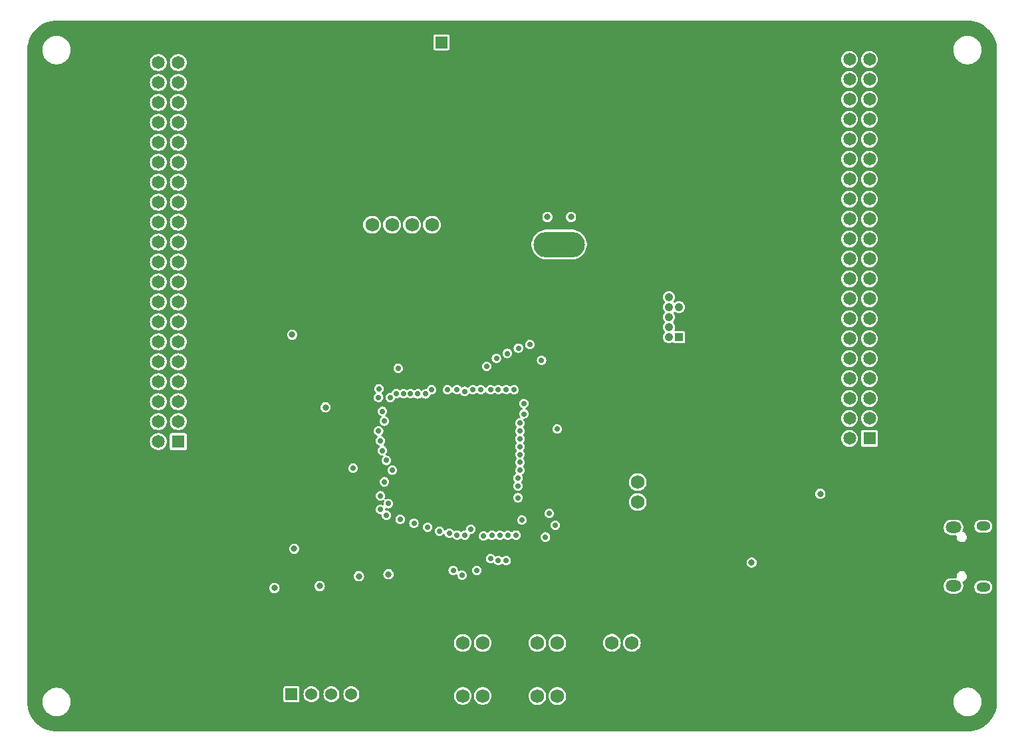
<source format=gbr>
%TF.GenerationSoftware,KiCad,Pcbnew,8.0.8*%
%TF.CreationDate,2025-03-20T13:14:25-05:00*%
%TF.ProjectId,ControllerPCB,436f6e74-726f-46c6-9c65-725043422e6b,rev?*%
%TF.SameCoordinates,Original*%
%TF.FileFunction,Copper,L3,Inr*%
%TF.FilePolarity,Positive*%
%FSLAX46Y46*%
G04 Gerber Fmt 4.6, Leading zero omitted, Abs format (unit mm)*
G04 Created by KiCad (PCBNEW 8.0.8) date 2025-03-20 13:14:25*
%MOMM*%
%LPD*%
G01*
G04 APERTURE LIST*
%TA.AperFunction,ComponentPad*%
%ADD10R,1.060000X1.060000*%
%TD*%
%TA.AperFunction,ComponentPad*%
%ADD11C,1.060000*%
%TD*%
%TA.AperFunction,ComponentPad*%
%ADD12O,6.540000X3.270000*%
%TD*%
%TA.AperFunction,ComponentPad*%
%ADD13R,1.530000X1.530000*%
%TD*%
%TA.AperFunction,ComponentPad*%
%ADD14C,1.530000*%
%TD*%
%TA.AperFunction,ComponentPad*%
%ADD15R,1.650000X1.650000*%
%TD*%
%TA.AperFunction,ComponentPad*%
%ADD16C,1.650000*%
%TD*%
%TA.AperFunction,ComponentPad*%
%ADD17C,1.752600*%
%TD*%
%TA.AperFunction,HeatsinkPad*%
%ADD18O,1.800000X1.150000*%
%TD*%
%TA.AperFunction,HeatsinkPad*%
%ADD19O,2.000000X1.450000*%
%TD*%
%TA.AperFunction,ViaPad*%
%ADD20C,0.700000*%
%TD*%
%TA.AperFunction,ViaPad*%
%ADD21C,0.800000*%
%TD*%
G04 APERTURE END LIST*
D10*
%TO.N,+3.3V*%
%TO.C,J108*%
X165250000Y-98540000D03*
D11*
%TO.N,/CONN_SWDIO*%
X163980000Y-98540000D03*
%TO.N,GND*%
X165250000Y-97270000D03*
%TO.N,/CONN_SWCLK*%
X163980000Y-97270000D03*
%TO.N,GND*%
X165250000Y-96000000D03*
%TO.N,/CONN_SWO*%
X163980000Y-96000000D03*
%TO.N,unconnected-(J108-Pad07)*%
X165250000Y-94730000D03*
%TO.N,unconnected-(J108-Pad08)*%
X163980000Y-94730000D03*
%TO.N,GND*%
X165250000Y-93460000D03*
%TO.N,/CONN_NRST*%
X163980000Y-93460000D03*
%TD*%
D12*
%TO.N,GND*%
%TO.C,J202*%
X157900000Y-86755000D03*
%TO.N,/Power/9V+*%
X150000000Y-86755000D03*
%TD*%
D13*
%TO.N,/Power/9V+*%
%TO.C,J201*%
X135020000Y-61000000D03*
D14*
%TO.N,GND*%
X132480000Y-61000000D03*
%TD*%
D15*
%TO.N,input_41*%
%TO.C,J501*%
X189500000Y-111440000D03*
D16*
%TO.N,input_42*%
X186960000Y-111440000D03*
%TO.N,input_43*%
X189500000Y-108900000D03*
%TO.N,input_44*%
X186960000Y-108900000D03*
%TO.N,input_45*%
X189500000Y-106360000D03*
%TO.N,input_46*%
X186960000Y-106360000D03*
%TO.N,input_47*%
X189500000Y-103820000D03*
%TO.N,input_48*%
X186960000Y-103820000D03*
%TO.N,input_49*%
X189500000Y-101280000D03*
%TO.N,input_50*%
X186960000Y-101280000D03*
%TO.N,input_51*%
X189500000Y-98740000D03*
%TO.N,input_52*%
X186960000Y-98740000D03*
%TO.N,input_53*%
X189500000Y-96200000D03*
%TO.N,input_54*%
X186960000Y-96200000D03*
%TO.N,input_55*%
X189500000Y-93660000D03*
%TO.N,input_56*%
X186960000Y-93660000D03*
%TO.N,input_57*%
X189500000Y-91120000D03*
%TO.N,input_58*%
X186960000Y-91120000D03*
%TO.N,input_59*%
X189500000Y-88580000D03*
%TO.N,input_60*%
X186960000Y-88580000D03*
%TO.N,input_61*%
X189500000Y-86040000D03*
%TO.N,input_62*%
X186960000Y-86040000D03*
%TO.N,input_63*%
X189500000Y-83500000D03*
%TO.N,input_64*%
X186960000Y-83500000D03*
%TO.N,input_65*%
X189500000Y-80960000D03*
%TO.N,input_66*%
X186960000Y-80960000D03*
%TO.N,input_67*%
X189500000Y-78420000D03*
%TO.N,input_68*%
X186960000Y-78420000D03*
%TO.N,input_69*%
X189500000Y-75880000D03*
%TO.N,input_70*%
X186960000Y-75880000D03*
%TO.N,input_71*%
X189500000Y-73340000D03*
%TO.N,input_72*%
X186960000Y-73340000D03*
%TO.N,input_73*%
X189500000Y-70800000D03*
%TO.N,input_74*%
X186960000Y-70800000D03*
%TO.N,input_75*%
X189500000Y-68260000D03*
%TO.N,input_76*%
X186960000Y-68260000D03*
%TO.N,input_77*%
X189500000Y-65720000D03*
%TO.N,input_78*%
X186960000Y-65720000D03*
%TO.N,input_79*%
X189500000Y-63180000D03*
%TO.N,input_80*%
X186960000Y-63180000D03*
%TD*%
D17*
%TO.N,/Conn_String_1*%
%TO.C,J102*%
X133790000Y-84250000D03*
%TO.N,/Conn_String_2*%
X131250000Y-84250000D03*
%TO.N,/Conn_String_3*%
X128710000Y-84250000D03*
%TO.N,/Conn_String_4*%
X126170000Y-84250000D03*
%TD*%
D18*
%TO.N,unconnected-(J107-Shield-Pad6)_3*%
%TO.C,J107*%
X204000000Y-122630000D03*
D19*
%TO.N,unconnected-(J107-Shield-Pad6)_1*%
X200200000Y-122780000D03*
%TO.N,unconnected-(J107-Shield-Pad6)_2*%
X200200000Y-130230000D03*
D18*
%TO.N,unconnected-(J107-Shield-Pad6)*%
X204000000Y-130380000D03*
%TD*%
D17*
%TO.N,+3.3V*%
%TO.C,J104*%
X149750000Y-137484399D03*
%TO.N,ADC_MIDI_Ch*%
X147210000Y-137484399D03*
%TO.N,GND*%
X144670000Y-137484399D03*
%TD*%
D13*
%TO.N,ADC_String_1*%
%TO.C,J101*%
X115910000Y-144024399D03*
D14*
%TO.N,GND*%
X115910000Y-141484399D03*
%TO.N,ADC_String_2*%
X118450000Y-144024399D03*
%TO.N,GND*%
X118450000Y-141484399D03*
%TO.N,ADC_String_3*%
X120990000Y-144024399D03*
%TO.N,GND*%
X120990000Y-141484399D03*
%TO.N,ADC_String_4*%
X123530000Y-144024399D03*
%TO.N,GND*%
X123530000Y-141484399D03*
%TD*%
D17*
%TO.N,+3.3V*%
%TO.C,J103*%
X140256600Y-137484399D03*
%TO.N,ADC_Octave*%
X137716600Y-137484399D03*
%TO.N,GND*%
X135176600Y-137484399D03*
%TD*%
%TO.N,+3.3V*%
%TO.C,J105*%
X140256600Y-144234399D03*
%TO.N,ADC_Mode*%
X137716600Y-144234399D03*
%TO.N,GND*%
X135176600Y-144234399D03*
%TD*%
%TO.N,/MIDI OUT/+3.3V_MIDI_OUT*%
%TO.C,J301*%
X160000000Y-117000000D03*
%TO.N,/MIDI OUT/TX_MIDI_OUT*%
X160000000Y-119540000D03*
%TO.N,GND*%
X160000000Y-122080000D03*
%TD*%
%TO.N,+3.3V*%
%TO.C,J109*%
X149750000Y-144250000D03*
%TO.N,ADC_Bend*%
X147210000Y-144250000D03*
%TO.N,GND*%
X144670000Y-144250000D03*
%TD*%
D15*
%TO.N,input_1*%
%TO.C,J502*%
X101500000Y-111850000D03*
D16*
%TO.N,input_2*%
X98960000Y-111850000D03*
%TO.N,input_3*%
X101500000Y-109310000D03*
%TO.N,input_4*%
X98960000Y-109310000D03*
%TO.N,input_5*%
X101500000Y-106770000D03*
%TO.N,input_6*%
X98960000Y-106770000D03*
%TO.N,input_7*%
X101500000Y-104230000D03*
%TO.N,input_8*%
X98960000Y-104230000D03*
%TO.N,input_9*%
X101500000Y-101690000D03*
%TO.N,input_10*%
X98960000Y-101690000D03*
%TO.N,input_11*%
X101500000Y-99150000D03*
%TO.N,input_12*%
X98960000Y-99150000D03*
%TO.N,input_13*%
X101500000Y-96610000D03*
%TO.N,input_14*%
X98960000Y-96610000D03*
%TO.N,input_15*%
X101500000Y-94070000D03*
%TO.N,input_16*%
X98960000Y-94070000D03*
%TO.N,input_17*%
X101500000Y-91530000D03*
%TO.N,input_18*%
X98960000Y-91530000D03*
%TO.N,input_19*%
X101500000Y-88990000D03*
%TO.N,input_20*%
X98960000Y-88990000D03*
%TO.N,input_21*%
X101500000Y-86450000D03*
%TO.N,input_22*%
X98960000Y-86450000D03*
%TO.N,input_23*%
X101500000Y-83910000D03*
%TO.N,input_24*%
X98960000Y-83910000D03*
%TO.N,input_25*%
X101500000Y-81370000D03*
%TO.N,input_26*%
X98960000Y-81370000D03*
%TO.N,input_27*%
X101500000Y-78830000D03*
%TO.N,input_28*%
X98960000Y-78830000D03*
%TO.N,input_29*%
X101500000Y-76290000D03*
%TO.N,input_30*%
X98960000Y-76290000D03*
%TO.N,input_31*%
X101500000Y-73750000D03*
%TO.N,input_32*%
X98960000Y-73750000D03*
%TO.N,input_33*%
X101500000Y-71210000D03*
%TO.N,input_34*%
X98960000Y-71210000D03*
%TO.N,input_35*%
X101500000Y-68670000D03*
%TO.N,input_36*%
X98960000Y-68670000D03*
%TO.N,input_37*%
X101500000Y-66130000D03*
%TO.N,input_38*%
X98960000Y-66130000D03*
%TO.N,input_39*%
X101500000Y-63590000D03*
%TO.N,input_40*%
X98960000Y-63590000D03*
%TD*%
D17*
%TO.N,+3.3V*%
%TO.C,J106*%
X159256600Y-137468798D03*
%TO.N,ADC_Slider*%
X156716600Y-137468798D03*
%TO.N,GND*%
X154176600Y-137468798D03*
%TD*%
D20*
%TO.N,GND*%
X126250000Y-127250000D03*
X148750000Y-119750000D03*
X149750000Y-113250000D03*
X150750000Y-107000000D03*
X119250000Y-119000000D03*
X123250000Y-136250000D03*
X117500000Y-136250000D03*
X111750000Y-136250000D03*
X129000000Y-136250000D03*
X140025000Y-99500000D03*
X134250000Y-128250000D03*
X134750000Y-122250000D03*
X121000000Y-121000000D03*
X142500000Y-120000000D03*
X140070378Y-119987586D03*
X137500000Y-120000000D03*
X135000000Y-120000000D03*
X132500000Y-120000000D03*
X130000000Y-117500000D03*
X132500000Y-117500000D03*
X134909264Y-117477408D03*
X137500000Y-117500000D03*
X140000000Y-117500000D03*
X142500000Y-117500000D03*
X142500000Y-115000000D03*
X140000000Y-115000000D03*
X137500000Y-115000000D03*
X135000000Y-115000000D03*
X132500000Y-115000000D03*
X130000000Y-112500000D03*
X132500000Y-112500000D03*
X135000000Y-112500000D03*
X137466362Y-112480511D03*
X140000000Y-112500000D03*
X142500000Y-112500000D03*
X142500000Y-110000000D03*
X140000000Y-110000000D03*
X137494975Y-109994975D03*
X135003103Y-109993793D03*
X132516384Y-110017252D03*
X129818529Y-110087631D03*
X102500000Y-60000000D03*
X100089121Y-60028921D03*
X97482498Y-60008068D03*
X97500000Y-115000000D03*
X100000000Y-115000000D03*
X102500000Y-115000000D03*
X105000000Y-115000000D03*
X107476540Y-117510178D03*
X105013281Y-117486718D03*
X102500000Y-117500000D03*
X92673527Y-115234596D03*
X92500000Y-117500000D03*
X192500000Y-115000000D03*
X190000000Y-115000000D03*
X187570378Y-114989821D03*
X185000000Y-115000000D03*
X180000000Y-112500000D03*
X177500000Y-122500000D03*
X180000000Y-120000000D03*
X162500000Y-100000000D03*
X157479643Y-100036741D03*
X155000000Y-100000000D03*
X152500000Y-102500000D03*
X155000000Y-102500000D03*
X157500000Y-102500000D03*
X160000000Y-102500000D03*
X182514149Y-89916339D03*
X180000000Y-92500000D03*
X177500000Y-95000000D03*
X170000000Y-85000000D03*
X172500000Y-82500000D03*
X175000000Y-80000000D03*
X165000000Y-85000000D03*
X165000000Y-82500000D03*
X167500000Y-82500000D03*
X170007074Y-79996896D03*
X167500000Y-80000000D03*
X164916339Y-80090735D03*
X160000000Y-80000000D03*
X157500000Y-80000000D03*
X155000000Y-80000000D03*
X155000000Y-77500000D03*
X157500000Y-77500000D03*
X160000000Y-77500000D03*
X165000000Y-77500000D03*
X167500000Y-77500000D03*
X170000000Y-77500000D03*
X172500000Y-77500000D03*
X175000000Y-75000000D03*
X172500000Y-75000000D03*
X170030534Y-74976540D03*
X167500000Y-75000000D03*
X165000000Y-75000000D03*
X160000000Y-75000000D03*
X157500000Y-75000000D03*
X135003103Y-75033637D03*
X132500000Y-72500000D03*
X130000000Y-70000000D03*
X127500000Y-67500000D03*
X125000000Y-67500000D03*
X127437379Y-69966362D03*
X130000000Y-72500000D03*
X132469465Y-75068827D03*
X130000000Y-77500000D03*
X127507758Y-74998448D03*
X120000000Y-67500000D03*
X122546051Y-69966362D03*
X125000000Y-72500000D03*
X125000000Y-80000000D03*
X122475672Y-80030534D03*
X122500000Y-77500000D03*
X120000000Y-77500000D03*
X120000000Y-75000000D03*
X117500000Y-75000000D03*
X117500000Y-72500000D03*
X115000000Y-72500000D03*
X190000000Y-60000000D03*
X187501735Y-59984360D03*
X185000000Y-60000000D03*
X182500000Y-60000000D03*
X180000000Y-60000000D03*
X177500000Y-60000000D03*
X175000000Y-60000000D03*
X172500000Y-60000000D03*
X170000000Y-60000000D03*
X167500000Y-60000000D03*
X165058710Y-59999999D03*
X162500000Y-60000000D03*
X160000000Y-60000000D03*
X157500000Y-60000000D03*
X155000000Y-60000000D03*
X152500000Y-60000000D03*
X150000000Y-60000000D03*
X147500000Y-60000000D03*
X145000000Y-60000000D03*
X142500000Y-60000000D03*
X140000000Y-60000000D03*
X130000000Y-60000000D03*
X127500000Y-60000000D03*
X125197171Y-59966362D03*
X122500000Y-60000000D03*
X120000000Y-60000000D03*
X117500000Y-60000000D03*
X115000000Y-60000000D03*
X112500000Y-60000000D03*
X110000000Y-60000000D03*
X107500000Y-60000000D03*
X92500000Y-60000000D03*
X89982002Y-64984360D03*
X197500000Y-147500000D03*
X197500000Y-145000000D03*
X197500000Y-142500000D03*
X197500000Y-62500000D03*
X197500000Y-60000000D03*
X195000000Y-60000000D03*
X197500000Y-65000000D03*
X197557097Y-122513281D03*
X195000000Y-122500000D03*
X192500000Y-122500000D03*
X190000000Y-122500000D03*
X187500000Y-122500000D03*
X195000000Y-115000000D03*
X195000000Y-117500000D03*
X187500000Y-117500000D03*
X190000000Y-117500000D03*
X192500000Y-117500000D03*
X202500000Y-120000000D03*
X200000000Y-120000000D03*
X197500000Y-120000000D03*
X195000000Y-120000000D03*
X192500000Y-120000000D03*
X190000000Y-120000000D03*
X187500000Y-120000000D03*
X184935827Y-119979643D03*
X180000000Y-125000000D03*
X182500000Y-125000000D03*
X185000000Y-125000000D03*
X190000000Y-125000000D03*
X192500000Y-125000000D03*
X195000000Y-147500000D03*
X195000000Y-145000000D03*
X194894370Y-142343602D03*
X202500000Y-140000000D03*
X205000000Y-140000000D03*
X205000000Y-137500000D03*
X202500000Y-137500000D03*
X202500000Y-135000000D03*
X205000000Y-135000000D03*
X205000000Y-132500000D03*
X202553993Y-132484360D03*
X200000000Y-132500000D03*
X192500000Y-132500000D03*
X190000000Y-132500000D03*
X187500000Y-132500000D03*
X187500000Y-130000000D03*
X185000000Y-130000000D03*
X185000000Y-132500000D03*
X182500000Y-132500000D03*
X182500000Y-130000000D03*
X180000000Y-130000000D03*
X180000000Y-132500000D03*
X177500000Y-132500000D03*
X177500000Y-130000000D03*
X174987586Y-129938931D03*
X175000000Y-132500000D03*
X172500000Y-132500000D03*
X172500000Y-130000000D03*
X170000000Y-130000000D03*
X170000000Y-132500000D03*
X167500000Y-132500000D03*
X162500000Y-135000000D03*
X162500000Y-137500000D03*
X162500000Y-140000000D03*
X152500000Y-147500000D03*
X152500000Y-142500000D03*
X87491189Y-139862345D03*
X85000000Y-140000000D03*
X85000000Y-137500000D03*
X87500000Y-137500000D03*
X90000000Y-137500000D03*
X90000000Y-140000000D03*
X115000000Y-137500000D03*
X112500000Y-137500000D03*
X120000000Y-137500000D03*
X125000000Y-137500000D03*
X114895983Y-124895983D03*
X130000000Y-137500000D03*
X130000000Y-140000000D03*
X130000000Y-142500000D03*
X129971017Y-145350868D03*
X130000000Y-147500000D03*
X110000000Y-140000000D03*
X110000000Y-142500000D03*
X110000000Y-145000000D03*
X110000000Y-147500000D03*
X107500000Y-147500000D03*
X107500000Y-145000000D03*
X107500000Y-142500000D03*
X107500000Y-140000000D03*
X107500000Y-137500000D03*
X107500000Y-135000000D03*
X107500000Y-132500000D03*
X107500000Y-130000000D03*
X107537766Y-127457052D03*
X110000000Y-127500000D03*
X112500000Y-127500000D03*
X112446689Y-122284208D03*
X112500000Y-125000000D03*
X110000000Y-125000000D03*
X107500000Y-125000000D03*
X107500000Y-122500000D03*
X110000000Y-122500000D03*
X110018620Y-119961707D03*
X107500000Y-120000000D03*
X200000000Y-107500000D03*
X200000000Y-115000000D03*
X200000000Y-110000000D03*
X197500000Y-110000000D03*
X202500000Y-110000000D03*
X202500000Y-115000000D03*
X202500000Y-112500000D03*
X200000000Y-112500000D03*
X197500000Y-115000000D03*
X197500000Y-117500000D03*
X202500000Y-67500000D03*
X200000000Y-117500000D03*
X197500000Y-72500000D03*
X202500000Y-70000000D03*
X197500000Y-97500000D03*
X200000000Y-70000000D03*
X197500000Y-70000000D03*
X200000000Y-85000000D03*
X202500000Y-82500000D03*
X197500000Y-85000000D03*
X202500000Y-75000000D03*
X200000000Y-75000000D03*
X200000000Y-82500000D03*
X197500000Y-77500000D03*
X202500000Y-85000000D03*
X200000000Y-77500000D03*
X202500000Y-72500000D03*
X197500000Y-75000000D03*
X200000000Y-72500000D03*
X202500000Y-117500000D03*
X197500000Y-95000000D03*
X200000000Y-87500000D03*
X197500000Y-80000000D03*
X200000000Y-92500000D03*
X197500000Y-87500000D03*
X202500000Y-77500000D03*
X200000000Y-80000000D03*
X202500000Y-80000000D03*
X197500000Y-82500000D03*
X202500000Y-97500000D03*
X197500000Y-102500000D03*
X200000000Y-100000000D03*
X202500000Y-105000000D03*
X200000000Y-105000000D03*
X202500000Y-102500000D03*
X197500000Y-105000000D03*
X200000000Y-97500000D03*
X197500000Y-100000000D03*
X200000000Y-102500000D03*
X202500000Y-100000000D03*
X200000000Y-90000000D03*
X202500000Y-87500000D03*
X202500000Y-95000000D03*
X197500000Y-90000000D03*
X197500000Y-92500000D03*
X202500000Y-92500000D03*
X200000000Y-95000000D03*
X197500000Y-107500000D03*
X202500000Y-90000000D03*
X197500000Y-112500000D03*
X202500000Y-107500000D03*
X200000000Y-67500000D03*
X197500000Y-67500000D03*
X192500000Y-135000000D03*
X197500000Y-140000000D03*
X195000000Y-135000000D03*
X195000000Y-137500000D03*
X195000000Y-140000000D03*
X200000000Y-135000000D03*
X200000000Y-137500000D03*
X197500000Y-135000000D03*
X200000000Y-140000000D03*
X197500000Y-137500000D03*
X192500000Y-137500000D03*
X192500000Y-140000000D03*
X182500000Y-135000000D03*
X187500000Y-140000000D03*
X185000000Y-135000000D03*
X185000000Y-137500000D03*
X185000000Y-140000000D03*
X190000000Y-135000000D03*
X190000000Y-137500000D03*
X187500000Y-135000000D03*
X190000000Y-140000000D03*
X187500000Y-137500000D03*
X182500000Y-137500000D03*
X182500000Y-140000000D03*
X177500000Y-140000000D03*
X175000000Y-135000000D03*
X175000000Y-137500000D03*
X175000000Y-140000000D03*
X180000000Y-135000000D03*
X180000000Y-137500000D03*
X177500000Y-135000000D03*
X180000000Y-140000000D03*
X177500000Y-137500000D03*
X172500000Y-140000000D03*
X165000000Y-135000000D03*
X170000000Y-140000000D03*
X167500000Y-135000000D03*
X167500000Y-137500000D03*
X167500000Y-140000000D03*
X172500000Y-137500000D03*
X170000000Y-135000000D03*
X170000000Y-137500000D03*
X165000000Y-137500000D03*
X165000000Y-140000000D03*
X185000000Y-142500000D03*
X190000000Y-147500000D03*
X187500000Y-142500000D03*
X187500000Y-145000000D03*
X187500000Y-147500000D03*
X192500000Y-142500000D03*
X192500000Y-145000000D03*
X190000000Y-142500000D03*
X192500000Y-147500000D03*
X190000000Y-145000000D03*
X185000000Y-145000000D03*
X185000000Y-147500000D03*
X175000000Y-142500000D03*
X180000000Y-147500000D03*
X177500000Y-142500000D03*
X177500000Y-145000000D03*
X177500000Y-147500000D03*
X182500000Y-142500000D03*
X182500000Y-145000000D03*
X180000000Y-142500000D03*
X182500000Y-147500000D03*
X180000000Y-145000000D03*
X175000000Y-145000000D03*
X175000000Y-147500000D03*
X165000000Y-142500000D03*
X170000000Y-147500000D03*
X167500000Y-142500000D03*
X167500000Y-145000000D03*
X167500000Y-147500000D03*
X172500000Y-142500000D03*
X172500000Y-145000000D03*
X170000000Y-142500000D03*
X172500000Y-147500000D03*
X170000000Y-145000000D03*
X165000000Y-145000000D03*
X165000000Y-147500000D03*
X155000000Y-142500000D03*
X160000000Y-147500000D03*
X157500000Y-142500000D03*
X157500000Y-145000000D03*
X157500000Y-147500000D03*
X162500000Y-142500000D03*
X162500000Y-145000000D03*
X160000000Y-142500000D03*
X162500000Y-147500000D03*
X160000000Y-145000000D03*
X155000000Y-145000000D03*
X155000000Y-147500000D03*
X105000000Y-140000000D03*
X100000000Y-145000000D03*
X105000000Y-142500000D03*
X102500000Y-142500000D03*
X100000000Y-142500000D03*
X105000000Y-147500000D03*
X102500000Y-147500000D03*
X105000000Y-145000000D03*
X100000000Y-147500000D03*
X102500000Y-145000000D03*
X102500000Y-140000000D03*
X100000000Y-140000000D03*
X97500000Y-140000000D03*
X92500000Y-145000000D03*
X97500000Y-142500000D03*
X95000000Y-142500000D03*
X92500000Y-142500000D03*
X97500000Y-147500000D03*
X95000000Y-147500000D03*
X97500000Y-145000000D03*
X92500000Y-147500000D03*
X95000000Y-145000000D03*
X95000000Y-140000000D03*
X92500000Y-140000000D03*
X105000000Y-130000000D03*
X100000000Y-135000000D03*
X105000000Y-132500000D03*
X102500000Y-132500000D03*
X100000000Y-132500000D03*
X105000000Y-137500000D03*
X102500000Y-137500000D03*
X105000000Y-135000000D03*
X100000000Y-137500000D03*
X102500000Y-135000000D03*
X102500000Y-130000000D03*
X100000000Y-130000000D03*
X97500000Y-130000000D03*
X92500000Y-135000000D03*
X97500000Y-132500000D03*
X95000000Y-132500000D03*
X92500000Y-132500000D03*
X97500000Y-137500000D03*
X95000000Y-137500000D03*
X97500000Y-135000000D03*
X92500000Y-137500000D03*
X95000000Y-135000000D03*
X95000000Y-130000000D03*
X92500000Y-130000000D03*
X105000000Y-120000000D03*
X100000000Y-125000000D03*
X105000000Y-122500000D03*
X102500000Y-122500000D03*
X100000000Y-122500000D03*
X105000000Y-127500000D03*
X102500000Y-127500000D03*
X105000000Y-125000000D03*
X100000000Y-127500000D03*
X102500000Y-125000000D03*
X102500000Y-120000000D03*
X100000000Y-120000000D03*
X97500000Y-120000000D03*
X92500000Y-125000000D03*
X97500000Y-122500000D03*
X95000000Y-122500000D03*
X92500000Y-122500000D03*
X97500000Y-127500000D03*
X95000000Y-127500000D03*
X97500000Y-125000000D03*
X92500000Y-127500000D03*
X95000000Y-125000000D03*
X95000000Y-120000000D03*
X92500000Y-120000000D03*
X90000000Y-127500000D03*
X85000000Y-132500000D03*
X90000000Y-130000000D03*
X87500000Y-130000000D03*
X85000000Y-130000000D03*
X90000000Y-135000000D03*
X87500000Y-135000000D03*
X90000000Y-132500000D03*
X85000000Y-135000000D03*
X87500000Y-132500000D03*
X87500000Y-127500000D03*
X85000000Y-127500000D03*
X90000000Y-117500000D03*
X85000000Y-122500000D03*
X90000000Y-120000000D03*
X87500000Y-120000000D03*
X85000000Y-120000000D03*
X90000000Y-125000000D03*
X87500000Y-125000000D03*
X90000000Y-122500000D03*
X85000000Y-125000000D03*
X87500000Y-122500000D03*
X87500000Y-117500000D03*
X85000000Y-117500000D03*
X90000000Y-107500000D03*
X85000000Y-112500000D03*
X90000000Y-110000000D03*
X87500000Y-110000000D03*
X85000000Y-110000000D03*
X90000000Y-115000000D03*
X87500000Y-115000000D03*
X90000000Y-112500000D03*
X85000000Y-115000000D03*
X87500000Y-112500000D03*
X87500000Y-107500000D03*
X85000000Y-107500000D03*
X90000000Y-97500000D03*
X85000000Y-102500000D03*
X90000000Y-100000000D03*
X87500000Y-100000000D03*
X85000000Y-100000000D03*
X90000000Y-105000000D03*
X87500000Y-105000000D03*
X90000000Y-102500000D03*
X85000000Y-105000000D03*
X87500000Y-102500000D03*
X87500000Y-97500000D03*
X85000000Y-97500000D03*
X90000000Y-87500000D03*
X85000000Y-92500000D03*
X90000000Y-90000000D03*
X87500000Y-90000000D03*
X85000000Y-90000000D03*
X90000000Y-95000000D03*
X87500000Y-95000000D03*
X90000000Y-92500000D03*
X85000000Y-95000000D03*
X87500000Y-92500000D03*
X87500000Y-87500000D03*
X85000000Y-87500000D03*
X90000000Y-77500000D03*
X85000000Y-82500000D03*
X90000000Y-80000000D03*
X87500000Y-80000000D03*
X85000000Y-80000000D03*
X90000000Y-85000000D03*
X87500000Y-85000000D03*
X90000000Y-82500000D03*
X85000000Y-85000000D03*
X87500000Y-82500000D03*
X87500000Y-77500000D03*
X85000000Y-77500000D03*
X90000000Y-75000000D03*
X87500000Y-75000000D03*
X85000000Y-75000000D03*
X87500000Y-72500000D03*
X90000000Y-72500000D03*
X85000000Y-72500000D03*
X90000000Y-70000000D03*
X87500000Y-70000000D03*
X85000000Y-70000000D03*
X90000000Y-67500000D03*
X87500000Y-67500000D03*
X85000000Y-67500000D03*
X144500000Y-108250000D03*
X144000000Y-109500000D03*
X144000000Y-110500000D03*
X144000000Y-111500000D03*
X144000000Y-112500000D03*
X144000000Y-113500000D03*
X144000000Y-114500000D03*
X144000000Y-115500000D03*
X143750000Y-116500000D03*
X143750000Y-117500000D03*
X143750000Y-119000000D03*
X144250000Y-121750000D03*
X144500000Y-122750000D03*
X143500000Y-122750000D03*
X142500000Y-122750000D03*
X141500000Y-122750000D03*
X140250000Y-122750000D03*
X138250000Y-122250000D03*
X137250000Y-122750000D03*
X136250000Y-122500000D03*
X133500000Y-121750000D03*
X131750000Y-121250000D03*
X130250000Y-121000000D03*
X129000000Y-120750000D03*
X129250000Y-119750000D03*
X128250000Y-118750000D03*
X128750000Y-116500000D03*
X129750000Y-115250000D03*
X129000000Y-114250000D03*
X128500000Y-113000000D03*
X128250000Y-111750000D03*
X128000000Y-110500000D03*
X128750000Y-109250000D03*
X128500000Y-108000000D03*
X144000000Y-106250000D03*
X142965394Y-106103817D03*
X141750000Y-106000000D03*
X140500000Y-106000000D03*
X139500000Y-106000000D03*
X138500000Y-106250000D03*
X137000000Y-106250000D03*
X136000000Y-106250000D03*
X133250000Y-106750000D03*
X132250000Y-106750000D03*
X131250000Y-106750000D03*
X130250000Y-106750000D03*
X129250000Y-106750000D03*
X127750000Y-106750000D03*
D21*
%TO.N,+3.3V*%
X120250000Y-107500000D03*
X116000000Y-98250000D03*
X116250000Y-125500000D03*
X113750000Y-130500000D03*
X119500000Y-130250000D03*
X124500000Y-129000000D03*
X128250000Y-128750000D03*
X174500000Y-127250000D03*
X183250000Y-118500000D03*
X151500000Y-83250000D03*
X148500000Y-83250000D03*
D20*
%TO.N,GND*%
X94500000Y-64500000D03*
X93500000Y-64500000D03*
X94500000Y-69750000D03*
X93500000Y-69750000D03*
X94500000Y-74750000D03*
X93500000Y-74750000D03*
X94500000Y-79750000D03*
X93500000Y-79750000D03*
X94500000Y-84750000D03*
X93500000Y-84750000D03*
X94500000Y-90000000D03*
X93500000Y-90000000D03*
X94500000Y-95000000D03*
X93500000Y-95000000D03*
X94500000Y-100250000D03*
X93500000Y-100250000D03*
X94500000Y-105500000D03*
X93500000Y-105500000D03*
X94500000Y-110500000D03*
X93500000Y-110500000D03*
X194750000Y-64250000D03*
X193750000Y-64250000D03*
X194750000Y-69500000D03*
X193750000Y-69500000D03*
X194750000Y-74500000D03*
X193750000Y-74500000D03*
X194750000Y-79500000D03*
X193750000Y-79500000D03*
X194750000Y-84500000D03*
X193750000Y-84500000D03*
X194750000Y-110750000D03*
X193750000Y-110750000D03*
X194750000Y-107750000D03*
X193750000Y-107750000D03*
X194750000Y-103250000D03*
X193750000Y-103250000D03*
X194750000Y-98500000D03*
X193750000Y-98500000D03*
X194750000Y-95750000D03*
X194750000Y-89750000D03*
X193750000Y-89750000D03*
X194750000Y-92750000D03*
X193750000Y-92750000D03*
X193750000Y-95750000D03*
X159750000Y-100500000D03*
X159750000Y-92000000D03*
X159750000Y-96250000D03*
X159750000Y-98250000D03*
X195800000Y-132755000D03*
X121250000Y-108250000D03*
X197805000Y-131755000D03*
X196050000Y-125505000D03*
X153000000Y-89250000D03*
X151500000Y-97000000D03*
X120550000Y-95212500D03*
X153750000Y-90250000D03*
X122000000Y-116500000D03*
X117250000Y-117750000D03*
X124000000Y-103250000D03*
X147180000Y-126680000D03*
X166500000Y-100980000D03*
X121250000Y-112000000D03*
X197050000Y-128005000D03*
X146500000Y-127250000D03*
X146250000Y-94250000D03*
X198300000Y-124755000D03*
X134250000Y-101000000D03*
X117250000Y-116750000D03*
X127500000Y-88500000D03*
X139450000Y-123750000D03*
X147000000Y-94750000D03*
X132750000Y-88500000D03*
X125000000Y-88500000D03*
X130250000Y-88500000D03*
%TO.N,input_26*%
X127000000Y-110500000D03*
%TO.N,input_16*%
X128000000Y-121250000D03*
%TO.N,input_35*%
X131074460Y-105743146D03*
%TO.N,input_39*%
X137000000Y-105250000D03*
%TO.N,input_17*%
X127250000Y-120500000D03*
%TO.N,input_36*%
X131973777Y-105778262D03*
%TO.N,input_12*%
X134750000Y-123250000D03*
%TO.N,input_19*%
X127250000Y-118750000D03*
%TO.N,input_9*%
X137000000Y-123750000D03*
%TO.N,input_21*%
X123750000Y-115250000D03*
%TO.N,input_24*%
X127500000Y-113000000D03*
%TO.N,input_32*%
X129250000Y-105750000D03*
%TO.N,input_28*%
X127500000Y-108000000D03*
%TO.N,input_15*%
X129750000Y-121750000D03*
%TO.N,input_18*%
X128250000Y-119750000D03*
%TO.N,input_31*%
X128500000Y-106250000D03*
%TO.N,input_34*%
X130174489Y-105750628D03*
%TO.N,input_29*%
X127000000Y-106250000D03*
%TO.N,input_27*%
X127750000Y-109250000D03*
%TO.N,input_40*%
X137950000Y-105450000D03*
%TO.N,input_25*%
X127250000Y-111750000D03*
%TO.N,input_20*%
X127750000Y-116971880D03*
%TO.N,input_13*%
X133250000Y-122750000D03*
%TO.N,input_14*%
X131500000Y-122250000D03*
%TO.N,input_38*%
X135750000Y-105250000D03*
%TO.N,input_37*%
X132970467Y-105785002D03*
%TO.N,input_23*%
X128000000Y-114250000D03*
%TO.N,input_30*%
X127036705Y-105125640D03*
%TO.N,input_33*%
X129500000Y-102500000D03*
%TO.N,input_22*%
X128750000Y-115500000D03*
%TO.N,input_11*%
X136000000Y-123500000D03*
%TO.N,SWDIO*%
X145500000Y-107000000D03*
%TO.N,SWDCLK*%
X147750000Y-101500000D03*
%TO.N,SWO*%
X133750000Y-105250000D03*
%TO.N,input_61*%
X145000000Y-114500000D03*
%TO.N,input_76*%
X142250000Y-105250000D03*
%TO.N,input_43*%
X139500000Y-128250000D03*
%TO.N,input_67*%
X145000000Y-109500000D03*
%TO.N,input_78*%
X141250000Y-105250000D03*
%TO.N,input_74*%
X143250000Y-105250000D03*
%TO.N,input_62*%
X145000000Y-115500000D03*
%TO.N,input_80*%
X140000000Y-105250000D03*
%TO.N,input_53*%
X148250000Y-124000000D03*
%TO.N,input_69*%
X146250000Y-99500000D03*
%TO.N,input_68*%
X149750000Y-110250000D03*
%TO.N,input_70*%
X145500000Y-108328120D03*
%TO.N,input_52*%
X142450000Y-123800000D03*
%TO.N,input_41*%
X137625000Y-128875000D03*
%TO.N,input_77*%
X140750000Y-102250000D03*
%TO.N,input_46*%
X138750000Y-123000000D03*
%TO.N,input_63*%
X145000000Y-112500000D03*
%TO.N,input_49*%
X141450000Y-123800000D03*
%TO.N,input_60*%
X144750000Y-117500000D03*
%TO.N,input_73*%
X143375000Y-100625000D03*
%TO.N,input_56*%
X149500000Y-122500000D03*
%TO.N,input_45*%
X140375000Y-123875000D03*
%TO.N,input_48*%
X141250000Y-126750000D03*
%TO.N,input_47*%
X142250000Y-127000000D03*
%TO.N,input_44*%
X138000000Y-123750000D03*
%TO.N,input_58*%
X148750000Y-121000000D03*
%TO.N,input_54*%
X144500000Y-123750000D03*
%TO.N,input_79*%
X139000000Y-105250000D03*
%TO.N,input_42*%
X136500000Y-128250000D03*
%TO.N,input_59*%
X144750000Y-116500000D03*
%TO.N,input_65*%
X145000000Y-110500000D03*
%TO.N,input_57*%
X144750000Y-119000000D03*
%TO.N,input_72*%
X144250000Y-105250000D03*
%TO.N,input_75*%
X142000000Y-101250000D03*
%TO.N,input_50*%
X143250000Y-127000000D03*
%TO.N,input_51*%
X143450000Y-123800000D03*
%TO.N,input_71*%
X144804522Y-99945478D03*
%TO.N,input_55*%
X145250000Y-121850000D03*
%TO.N,input_66*%
X145000000Y-111500000D03*
%TO.N,input_64*%
X145000000Y-113500000D03*
%TO.N,GND*%
X172500000Y-135000000D03*
%TD*%
%TA.AperFunction,Conductor*%
%TO.N,GND*%
G36*
X202003032Y-58250648D02*
G01*
X202361433Y-58268256D01*
X202373541Y-58269448D01*
X202725475Y-58321653D01*
X202737389Y-58324023D01*
X203082520Y-58410473D01*
X203094147Y-58414000D01*
X203429151Y-58533867D01*
X203440363Y-58538511D01*
X203762012Y-58690639D01*
X203772720Y-58696363D01*
X204077881Y-58879270D01*
X204087999Y-58886030D01*
X204373769Y-59097971D01*
X204383175Y-59105691D01*
X204646790Y-59344618D01*
X204655381Y-59353209D01*
X204738690Y-59445126D01*
X204894308Y-59616824D01*
X204902028Y-59626230D01*
X205113969Y-59912000D01*
X205120729Y-59922118D01*
X205166830Y-59999032D01*
X205286986Y-60199501D01*
X205303629Y-60227267D01*
X205309366Y-60237999D01*
X205461485Y-60559629D01*
X205466136Y-60570858D01*
X205551811Y-60810302D01*
X205585994Y-60905837D01*
X205589526Y-60917481D01*
X205675973Y-61262597D01*
X205678347Y-61274532D01*
X205730550Y-61626457D01*
X205731743Y-61638567D01*
X205749351Y-61996966D01*
X205749500Y-62003051D01*
X205749500Y-144996948D01*
X205749351Y-145003033D01*
X205731743Y-145361432D01*
X205730550Y-145373542D01*
X205678347Y-145725467D01*
X205675973Y-145737402D01*
X205589526Y-146082518D01*
X205585994Y-146094162D01*
X205466142Y-146429127D01*
X205461485Y-146440370D01*
X205309366Y-146762000D01*
X205303629Y-146772732D01*
X205120729Y-147077881D01*
X205113969Y-147087999D01*
X204902028Y-147373769D01*
X204894308Y-147383175D01*
X204655388Y-147646783D01*
X204646783Y-147655388D01*
X204383175Y-147894308D01*
X204373769Y-147902028D01*
X204087999Y-148113969D01*
X204077881Y-148120729D01*
X203772732Y-148303629D01*
X203762000Y-148309366D01*
X203440370Y-148461485D01*
X203429134Y-148466139D01*
X203318365Y-148505773D01*
X203094162Y-148585994D01*
X203082518Y-148589526D01*
X202737402Y-148675973D01*
X202725467Y-148678347D01*
X202373542Y-148730550D01*
X202361432Y-148731743D01*
X202023927Y-148748324D01*
X202003031Y-148749351D01*
X201996949Y-148749500D01*
X86003051Y-148749500D01*
X85996968Y-148749351D01*
X85974856Y-148748264D01*
X85638567Y-148731743D01*
X85626457Y-148730550D01*
X85274532Y-148678347D01*
X85262597Y-148675973D01*
X84917481Y-148589526D01*
X84905837Y-148585994D01*
X84570858Y-148466136D01*
X84559629Y-148461485D01*
X84237999Y-148309366D01*
X84227272Y-148303631D01*
X83922118Y-148120729D01*
X83912000Y-148113969D01*
X83626230Y-147902028D01*
X83616824Y-147894308D01*
X83576635Y-147857883D01*
X83353209Y-147655381D01*
X83344618Y-147646790D01*
X83105691Y-147383175D01*
X83097971Y-147373769D01*
X82886030Y-147087999D01*
X82879270Y-147077881D01*
X82713014Y-146800500D01*
X82696363Y-146772720D01*
X82690639Y-146762012D01*
X82538511Y-146440363D01*
X82533867Y-146429151D01*
X82414000Y-146094147D01*
X82410473Y-146082518D01*
X82390417Y-146002450D01*
X82324023Y-145737389D01*
X82321652Y-145725467D01*
X82269449Y-145373542D01*
X82268256Y-145361431D01*
X82266359Y-145322825D01*
X82252702Y-145044813D01*
X82250649Y-145003032D01*
X82250500Y-144996948D01*
X82250500Y-144881995D01*
X84199500Y-144881995D01*
X84199500Y-145118004D01*
X84199501Y-145118020D01*
X84218586Y-145262989D01*
X84230307Y-145352014D01*
X84236075Y-145373542D01*
X84291394Y-145579993D01*
X84381714Y-145798045D01*
X84381719Y-145798056D01*
X84452677Y-145920957D01*
X84499727Y-146002450D01*
X84499729Y-146002453D01*
X84499730Y-146002454D01*
X84643406Y-146189697D01*
X84643412Y-146189704D01*
X84810295Y-146356587D01*
X84810301Y-146356592D01*
X84997550Y-146500273D01*
X85128918Y-146576118D01*
X85201943Y-146618280D01*
X85201948Y-146618282D01*
X85201951Y-146618284D01*
X85420007Y-146708606D01*
X85647986Y-146769693D01*
X85881989Y-146800500D01*
X85881996Y-146800500D01*
X86118004Y-146800500D01*
X86118011Y-146800500D01*
X86352014Y-146769693D01*
X86579993Y-146708606D01*
X86798049Y-146618284D01*
X87002450Y-146500273D01*
X87189699Y-146356592D01*
X87356592Y-146189699D01*
X87500273Y-146002450D01*
X87618284Y-145798049D01*
X87708606Y-145579993D01*
X87769693Y-145352014D01*
X87800500Y-145118011D01*
X87800500Y-144881989D01*
X87769693Y-144647986D01*
X87708606Y-144420007D01*
X87618284Y-144201951D01*
X87618282Y-144201948D01*
X87618280Y-144201943D01*
X87525975Y-144042068D01*
X87500273Y-143997550D01*
X87380309Y-143841209D01*
X87356593Y-143810302D01*
X87356587Y-143810295D01*
X87189704Y-143643412D01*
X87189697Y-143643406D01*
X87002454Y-143499730D01*
X87002453Y-143499729D01*
X87002450Y-143499727D01*
X86920957Y-143452677D01*
X86798056Y-143381719D01*
X86798045Y-143381714D01*
X86579993Y-143291394D01*
X86377026Y-143237009D01*
X86368483Y-143234720D01*
X114894500Y-143234720D01*
X114894500Y-144814077D01*
X114909032Y-144887134D01*
X114909033Y-144887138D01*
X114909034Y-144887139D01*
X114964399Y-144970000D01*
X115047022Y-145025206D01*
X115047260Y-145025365D01*
X115047264Y-145025366D01*
X115120321Y-145039898D01*
X115120324Y-145039899D01*
X115120326Y-145039899D01*
X116699676Y-145039899D01*
X116699677Y-145039898D01*
X116772740Y-145025365D01*
X116855601Y-144970000D01*
X116910966Y-144887139D01*
X116925500Y-144814073D01*
X116925500Y-144024399D01*
X117429586Y-144024399D01*
X117449192Y-144223470D01*
X117457240Y-144249999D01*
X117507260Y-144414895D01*
X117601557Y-144591311D01*
X117728458Y-144745941D01*
X117883088Y-144872842D01*
X118059504Y-144967139D01*
X118250927Y-145025206D01*
X118450000Y-145044813D01*
X118649073Y-145025206D01*
X118840496Y-144967139D01*
X119016912Y-144872842D01*
X119171542Y-144745941D01*
X119298443Y-144591311D01*
X119392740Y-144414895D01*
X119450807Y-144223472D01*
X119470414Y-144024399D01*
X119969586Y-144024399D01*
X119989192Y-144223470D01*
X119997240Y-144249999D01*
X120047260Y-144414895D01*
X120141557Y-144591311D01*
X120268458Y-144745941D01*
X120423088Y-144872842D01*
X120599504Y-144967139D01*
X120790927Y-145025206D01*
X120990000Y-145044813D01*
X121189073Y-145025206D01*
X121380496Y-144967139D01*
X121556912Y-144872842D01*
X121711542Y-144745941D01*
X121838443Y-144591311D01*
X121932740Y-144414895D01*
X121990807Y-144223472D01*
X122010414Y-144024399D01*
X122509586Y-144024399D01*
X122529192Y-144223470D01*
X122537240Y-144249999D01*
X122587260Y-144414895D01*
X122681557Y-144591311D01*
X122808458Y-144745941D01*
X122963088Y-144872842D01*
X123139504Y-144967139D01*
X123330927Y-145025206D01*
X123530000Y-145044813D01*
X123729073Y-145025206D01*
X123920496Y-144967139D01*
X124096912Y-144872842D01*
X124251542Y-144745941D01*
X124378443Y-144591311D01*
X124472740Y-144414895D01*
X124527493Y-144234398D01*
X136584973Y-144234398D01*
X136584973Y-144234399D01*
X136604240Y-144442330D01*
X136604240Y-144442332D01*
X136604241Y-144442335D01*
X136608680Y-144457936D01*
X136661390Y-144643193D01*
X136754471Y-144830124D01*
X136860100Y-144969999D01*
X136880318Y-144996771D01*
X137034642Y-145137457D01*
X137034644Y-145137458D01*
X137034645Y-145137459D01*
X137212186Y-145247388D01*
X137212192Y-145247391D01*
X137252456Y-145262989D01*
X137406916Y-145322827D01*
X137612187Y-145361199D01*
X137612189Y-145361199D01*
X137821011Y-145361199D01*
X137821013Y-145361199D01*
X138026284Y-145322827D01*
X138221010Y-145247390D01*
X138398558Y-145137457D01*
X138552882Y-144996771D01*
X138678729Y-144830124D01*
X138771811Y-144643190D01*
X138828959Y-144442335D01*
X138848227Y-144234399D01*
X138848227Y-144234398D01*
X139124973Y-144234398D01*
X139124973Y-144234399D01*
X139144240Y-144442330D01*
X139144240Y-144442332D01*
X139144241Y-144442335D01*
X139148680Y-144457936D01*
X139201390Y-144643193D01*
X139294471Y-144830124D01*
X139400100Y-144969999D01*
X139420318Y-144996771D01*
X139574642Y-145137457D01*
X139574644Y-145137458D01*
X139574645Y-145137459D01*
X139752186Y-145247388D01*
X139752192Y-145247391D01*
X139792456Y-145262989D01*
X139946916Y-145322827D01*
X140152187Y-145361199D01*
X140152189Y-145361199D01*
X140361011Y-145361199D01*
X140361013Y-145361199D01*
X140566284Y-145322827D01*
X140761010Y-145247390D01*
X140938558Y-145137457D01*
X141092882Y-144996771D01*
X141218729Y-144830124D01*
X141311811Y-144643190D01*
X141368959Y-144442335D01*
X141386781Y-144249999D01*
X146078373Y-144249999D01*
X146078373Y-144250000D01*
X146097640Y-144457931D01*
X146097640Y-144457933D01*
X146097641Y-144457936D01*
X146150350Y-144643190D01*
X146154790Y-144658794D01*
X146247871Y-144845725D01*
X146366664Y-145003032D01*
X146373718Y-145012372D01*
X146528042Y-145153058D01*
X146528044Y-145153059D01*
X146528045Y-145153060D01*
X146705586Y-145262989D01*
X146705592Y-145262992D01*
X146746844Y-145278972D01*
X146900316Y-145338428D01*
X147105587Y-145376800D01*
X147105589Y-145376800D01*
X147314411Y-145376800D01*
X147314413Y-145376800D01*
X147519684Y-145338428D01*
X147714410Y-145262991D01*
X147891958Y-145153058D01*
X148046282Y-145012372D01*
X148172129Y-144845725D01*
X148265211Y-144658791D01*
X148322359Y-144457936D01*
X148341627Y-144250000D01*
X148341627Y-144249999D01*
X148618373Y-144249999D01*
X148618373Y-144250000D01*
X148637640Y-144457931D01*
X148637640Y-144457933D01*
X148637641Y-144457936D01*
X148690350Y-144643190D01*
X148694790Y-144658794D01*
X148787871Y-144845725D01*
X148906664Y-145003032D01*
X148913718Y-145012372D01*
X149068042Y-145153058D01*
X149068044Y-145153059D01*
X149068045Y-145153060D01*
X149245586Y-145262989D01*
X149245592Y-145262992D01*
X149286844Y-145278972D01*
X149440316Y-145338428D01*
X149645587Y-145376800D01*
X149645589Y-145376800D01*
X149854411Y-145376800D01*
X149854413Y-145376800D01*
X150059684Y-145338428D01*
X150254410Y-145262991D01*
X150431958Y-145153058D01*
X150586282Y-145012372D01*
X150684739Y-144881995D01*
X200199500Y-144881995D01*
X200199500Y-145118004D01*
X200199501Y-145118020D01*
X200218586Y-145262989D01*
X200230307Y-145352014D01*
X200236075Y-145373542D01*
X200291394Y-145579993D01*
X200381714Y-145798045D01*
X200381719Y-145798056D01*
X200452677Y-145920957D01*
X200499727Y-146002450D01*
X200499729Y-146002453D01*
X200499730Y-146002454D01*
X200643406Y-146189697D01*
X200643412Y-146189704D01*
X200810295Y-146356587D01*
X200810301Y-146356592D01*
X200997550Y-146500273D01*
X201128918Y-146576118D01*
X201201943Y-146618280D01*
X201201948Y-146618282D01*
X201201951Y-146618284D01*
X201420007Y-146708606D01*
X201647986Y-146769693D01*
X201881989Y-146800500D01*
X201881996Y-146800500D01*
X202118004Y-146800500D01*
X202118011Y-146800500D01*
X202352014Y-146769693D01*
X202579993Y-146708606D01*
X202798049Y-146618284D01*
X203002450Y-146500273D01*
X203189699Y-146356592D01*
X203356592Y-146189699D01*
X203500273Y-146002450D01*
X203618284Y-145798049D01*
X203708606Y-145579993D01*
X203769693Y-145352014D01*
X203800500Y-145118011D01*
X203800500Y-144881989D01*
X203769693Y-144647986D01*
X203708606Y-144420007D01*
X203618284Y-144201951D01*
X203618282Y-144201948D01*
X203618280Y-144201943D01*
X203525975Y-144042068D01*
X203500273Y-143997550D01*
X203380309Y-143841209D01*
X203356593Y-143810302D01*
X203356587Y-143810295D01*
X203189704Y-143643412D01*
X203189697Y-143643406D01*
X203002454Y-143499730D01*
X203002453Y-143499729D01*
X203002450Y-143499727D01*
X202920957Y-143452677D01*
X202798056Y-143381719D01*
X202798045Y-143381714D01*
X202579993Y-143291394D01*
X202377026Y-143237009D01*
X202352014Y-143230307D01*
X202352013Y-143230306D01*
X202352010Y-143230306D01*
X202118020Y-143199501D01*
X202118017Y-143199500D01*
X202118011Y-143199500D01*
X201881989Y-143199500D01*
X201881983Y-143199500D01*
X201881979Y-143199501D01*
X201647989Y-143230306D01*
X201420006Y-143291394D01*
X201201954Y-143381714D01*
X201201943Y-143381719D01*
X200997545Y-143499730D01*
X200810302Y-143643406D01*
X200810295Y-143643412D01*
X200643412Y-143810295D01*
X200643406Y-143810302D01*
X200499730Y-143997545D01*
X200381719Y-144201943D01*
X200381714Y-144201954D01*
X200291394Y-144420006D01*
X200230306Y-144647989D01*
X200199501Y-144881979D01*
X200199500Y-144881995D01*
X150684739Y-144881995D01*
X150712129Y-144845725D01*
X150805211Y-144658791D01*
X150862359Y-144457936D01*
X150881627Y-144250000D01*
X150862359Y-144042064D01*
X150805211Y-143841209D01*
X150712129Y-143654275D01*
X150586282Y-143487628D01*
X150431958Y-143346942D01*
X150431955Y-143346940D01*
X150431954Y-143346939D01*
X150254413Y-143237010D01*
X150254407Y-143237007D01*
X150100938Y-143177553D01*
X150059684Y-143161572D01*
X149854413Y-143123200D01*
X149645587Y-143123200D01*
X149440316Y-143161572D01*
X149440313Y-143161572D01*
X149440313Y-143161573D01*
X149245592Y-143237007D01*
X149245586Y-143237010D01*
X149068045Y-143346939D01*
X148913717Y-143487628D01*
X148787871Y-143654274D01*
X148694790Y-143841205D01*
X148637640Y-144042068D01*
X148618373Y-144249999D01*
X148341627Y-144249999D01*
X148322359Y-144042064D01*
X148265211Y-143841209D01*
X148172129Y-143654275D01*
X148046282Y-143487628D01*
X147891958Y-143346942D01*
X147891955Y-143346940D01*
X147891954Y-143346939D01*
X147714413Y-143237010D01*
X147714407Y-143237007D01*
X147560938Y-143177553D01*
X147519684Y-143161572D01*
X147314413Y-143123200D01*
X147105587Y-143123200D01*
X146900316Y-143161572D01*
X146900313Y-143161572D01*
X146900313Y-143161573D01*
X146705592Y-143237007D01*
X146705586Y-143237010D01*
X146528045Y-143346939D01*
X146373717Y-143487628D01*
X146247871Y-143654274D01*
X146154790Y-143841205D01*
X146097640Y-144042068D01*
X146078373Y-144249999D01*
X141386781Y-144249999D01*
X141388227Y-144234399D01*
X141387214Y-144223472D01*
X141370405Y-144042068D01*
X141368959Y-144026463D01*
X141311811Y-143825608D01*
X141218729Y-143638674D01*
X141092882Y-143472027D01*
X140938558Y-143331341D01*
X140938555Y-143331339D01*
X140938554Y-143331338D01*
X140761013Y-143221409D01*
X140761007Y-143221406D01*
X140606555Y-143161572D01*
X140566284Y-143145971D01*
X140361013Y-143107599D01*
X140152187Y-143107599D01*
X139946916Y-143145971D01*
X139946913Y-143145971D01*
X139946913Y-143145972D01*
X139752192Y-143221406D01*
X139752186Y-143221409D01*
X139574645Y-143331338D01*
X139420317Y-143472027D01*
X139294471Y-143638673D01*
X139201390Y-143825604D01*
X139201389Y-143825608D01*
X139152468Y-143997550D01*
X139144240Y-144026467D01*
X139124973Y-144234398D01*
X138848227Y-144234398D01*
X138847214Y-144223472D01*
X138830405Y-144042068D01*
X138828959Y-144026463D01*
X138771811Y-143825608D01*
X138678729Y-143638674D01*
X138552882Y-143472027D01*
X138398558Y-143331341D01*
X138398555Y-143331339D01*
X138398554Y-143331338D01*
X138221013Y-143221409D01*
X138221007Y-143221406D01*
X138066555Y-143161572D01*
X138026284Y-143145971D01*
X137821013Y-143107599D01*
X137612187Y-143107599D01*
X137406916Y-143145971D01*
X137406913Y-143145971D01*
X137406913Y-143145972D01*
X137212192Y-143221406D01*
X137212186Y-143221409D01*
X137034645Y-143331338D01*
X136880317Y-143472027D01*
X136754471Y-143638673D01*
X136661390Y-143825604D01*
X136661389Y-143825608D01*
X136612468Y-143997550D01*
X136604240Y-144026467D01*
X136584973Y-144234398D01*
X124527493Y-144234398D01*
X124530807Y-144223472D01*
X124550414Y-144024399D01*
X124530807Y-143825326D01*
X124472740Y-143633903D01*
X124378443Y-143457487D01*
X124251542Y-143302857D01*
X124096912Y-143175956D01*
X124070164Y-143161659D01*
X123920498Y-143081660D01*
X123920497Y-143081659D01*
X123920496Y-143081659D01*
X123824784Y-143052625D01*
X123729071Y-143023591D01*
X123530000Y-143003985D01*
X123330928Y-143023591D01*
X123139501Y-143081660D01*
X122963087Y-143175956D01*
X122808458Y-143302857D01*
X122681557Y-143457486D01*
X122587261Y-143633900D01*
X122529192Y-143825327D01*
X122509586Y-144024399D01*
X122010414Y-144024399D01*
X121990807Y-143825326D01*
X121932740Y-143633903D01*
X121838443Y-143457487D01*
X121711542Y-143302857D01*
X121556912Y-143175956D01*
X121530164Y-143161659D01*
X121380498Y-143081660D01*
X121380497Y-143081659D01*
X121380496Y-143081659D01*
X121284784Y-143052625D01*
X121189071Y-143023591D01*
X120990000Y-143003985D01*
X120790928Y-143023591D01*
X120599501Y-143081660D01*
X120423087Y-143175956D01*
X120268458Y-143302857D01*
X120141557Y-143457486D01*
X120047261Y-143633900D01*
X119989192Y-143825327D01*
X119969586Y-144024399D01*
X119470414Y-144024399D01*
X119450807Y-143825326D01*
X119392740Y-143633903D01*
X119298443Y-143457487D01*
X119171542Y-143302857D01*
X119016912Y-143175956D01*
X118990164Y-143161659D01*
X118840498Y-143081660D01*
X118840497Y-143081659D01*
X118840496Y-143081659D01*
X118744784Y-143052625D01*
X118649071Y-143023591D01*
X118450000Y-143003985D01*
X118250928Y-143023591D01*
X118059501Y-143081660D01*
X117883087Y-143175956D01*
X117728458Y-143302857D01*
X117601557Y-143457486D01*
X117507261Y-143633900D01*
X117449192Y-143825327D01*
X117429586Y-144024399D01*
X116925500Y-144024399D01*
X116925500Y-143234725D01*
X116925500Y-143234722D01*
X116925499Y-143234720D01*
X116910967Y-143161663D01*
X116910966Y-143161659D01*
X116900484Y-143145971D01*
X116855601Y-143078798D01*
X116772978Y-143023592D01*
X116772739Y-143023432D01*
X116772735Y-143023431D01*
X116699677Y-143008899D01*
X116699674Y-143008899D01*
X115120326Y-143008899D01*
X115120323Y-143008899D01*
X115047264Y-143023431D01*
X115047260Y-143023432D01*
X114964399Y-143078798D01*
X114909033Y-143161659D01*
X114909032Y-143161663D01*
X114894500Y-143234720D01*
X86368483Y-143234720D01*
X86352014Y-143230307D01*
X86352013Y-143230306D01*
X86352010Y-143230306D01*
X86118020Y-143199501D01*
X86118017Y-143199500D01*
X86118011Y-143199500D01*
X85881989Y-143199500D01*
X85881983Y-143199500D01*
X85881979Y-143199501D01*
X85647989Y-143230306D01*
X85420006Y-143291394D01*
X85201954Y-143381714D01*
X85201943Y-143381719D01*
X84997545Y-143499730D01*
X84810302Y-143643406D01*
X84810295Y-143643412D01*
X84643412Y-143810295D01*
X84643406Y-143810302D01*
X84499730Y-143997545D01*
X84381719Y-144201943D01*
X84381714Y-144201954D01*
X84291394Y-144420006D01*
X84230306Y-144647989D01*
X84199501Y-144881979D01*
X84199500Y-144881995D01*
X82250500Y-144881995D01*
X82250500Y-137484398D01*
X136584973Y-137484398D01*
X136584973Y-137484399D01*
X136604240Y-137692330D01*
X136661390Y-137893193D01*
X136754471Y-138080124D01*
X136868536Y-138231170D01*
X136880318Y-138246771D01*
X137034642Y-138387457D01*
X137034644Y-138387458D01*
X137034645Y-138387459D01*
X137212186Y-138497388D01*
X137212192Y-138497391D01*
X137253444Y-138513371D01*
X137406916Y-138572827D01*
X137612187Y-138611199D01*
X137612189Y-138611199D01*
X137821011Y-138611199D01*
X137821013Y-138611199D01*
X138026284Y-138572827D01*
X138221010Y-138497390D01*
X138398558Y-138387457D01*
X138552882Y-138246771D01*
X138678729Y-138080124D01*
X138771811Y-137893190D01*
X138828959Y-137692335D01*
X138848227Y-137484399D01*
X138848227Y-137484398D01*
X139124973Y-137484398D01*
X139124973Y-137484399D01*
X139144240Y-137692330D01*
X139201390Y-137893193D01*
X139294471Y-138080124D01*
X139408536Y-138231170D01*
X139420318Y-138246771D01*
X139574642Y-138387457D01*
X139574644Y-138387458D01*
X139574645Y-138387459D01*
X139752186Y-138497388D01*
X139752192Y-138497391D01*
X139793444Y-138513371D01*
X139946916Y-138572827D01*
X140152187Y-138611199D01*
X140152189Y-138611199D01*
X140361011Y-138611199D01*
X140361013Y-138611199D01*
X140566284Y-138572827D01*
X140761010Y-138497390D01*
X140938558Y-138387457D01*
X141092882Y-138246771D01*
X141218729Y-138080124D01*
X141311811Y-137893190D01*
X141368959Y-137692335D01*
X141388227Y-137484399D01*
X141388227Y-137484398D01*
X146078373Y-137484398D01*
X146078373Y-137484399D01*
X146097640Y-137692330D01*
X146154790Y-137893193D01*
X146247871Y-138080124D01*
X146361936Y-138231170D01*
X146373718Y-138246771D01*
X146528042Y-138387457D01*
X146528044Y-138387458D01*
X146528045Y-138387459D01*
X146705586Y-138497388D01*
X146705592Y-138497391D01*
X146746844Y-138513371D01*
X146900316Y-138572827D01*
X147105587Y-138611199D01*
X147105589Y-138611199D01*
X147314411Y-138611199D01*
X147314413Y-138611199D01*
X147519684Y-138572827D01*
X147714410Y-138497390D01*
X147891958Y-138387457D01*
X148046282Y-138246771D01*
X148172129Y-138080124D01*
X148265211Y-137893190D01*
X148322359Y-137692335D01*
X148341627Y-137484399D01*
X148341627Y-137484398D01*
X148618373Y-137484398D01*
X148618373Y-137484399D01*
X148637640Y-137692330D01*
X148694790Y-137893193D01*
X148787871Y-138080124D01*
X148901936Y-138231170D01*
X148913718Y-138246771D01*
X149068042Y-138387457D01*
X149068044Y-138387458D01*
X149068045Y-138387459D01*
X149245586Y-138497388D01*
X149245592Y-138497391D01*
X149286844Y-138513371D01*
X149440316Y-138572827D01*
X149645587Y-138611199D01*
X149645589Y-138611199D01*
X149854411Y-138611199D01*
X149854413Y-138611199D01*
X150059684Y-138572827D01*
X150254410Y-138497390D01*
X150431958Y-138387457D01*
X150586282Y-138246771D01*
X150712129Y-138080124D01*
X150805211Y-137893190D01*
X150862359Y-137692335D01*
X150881627Y-137484399D01*
X150880181Y-137468797D01*
X155584973Y-137468797D01*
X155584973Y-137468798D01*
X155604240Y-137676729D01*
X155604240Y-137676731D01*
X155604241Y-137676734D01*
X155608680Y-137692335D01*
X155661390Y-137877592D01*
X155754471Y-138064523D01*
X155880318Y-138231170D01*
X156034642Y-138371856D01*
X156034644Y-138371857D01*
X156034645Y-138371858D01*
X156212186Y-138481787D01*
X156212192Y-138481790D01*
X156252456Y-138497388D01*
X156406916Y-138557226D01*
X156612187Y-138595598D01*
X156612189Y-138595598D01*
X156821011Y-138595598D01*
X156821013Y-138595598D01*
X157026284Y-138557226D01*
X157221010Y-138481789D01*
X157398558Y-138371856D01*
X157552882Y-138231170D01*
X157678729Y-138064523D01*
X157771811Y-137877589D01*
X157828959Y-137676734D01*
X157848227Y-137468798D01*
X157848227Y-137468797D01*
X158124973Y-137468797D01*
X158124973Y-137468798D01*
X158144240Y-137676729D01*
X158144240Y-137676731D01*
X158144241Y-137676734D01*
X158148680Y-137692335D01*
X158201390Y-137877592D01*
X158294471Y-138064523D01*
X158420318Y-138231170D01*
X158574642Y-138371856D01*
X158574644Y-138371857D01*
X158574645Y-138371858D01*
X158752186Y-138481787D01*
X158752192Y-138481790D01*
X158792456Y-138497388D01*
X158946916Y-138557226D01*
X159152187Y-138595598D01*
X159152189Y-138595598D01*
X159361011Y-138595598D01*
X159361013Y-138595598D01*
X159566284Y-138557226D01*
X159761010Y-138481789D01*
X159938558Y-138371856D01*
X160092882Y-138231170D01*
X160218729Y-138064523D01*
X160311811Y-137877589D01*
X160368959Y-137676734D01*
X160388227Y-137468798D01*
X160368959Y-137260862D01*
X160311811Y-137060007D01*
X160218729Y-136873073D01*
X160092882Y-136706426D01*
X159938558Y-136565740D01*
X159938555Y-136565738D01*
X159938554Y-136565737D01*
X159761013Y-136455808D01*
X159761007Y-136455805D01*
X159606555Y-136395971D01*
X159566284Y-136380370D01*
X159361013Y-136341998D01*
X159152187Y-136341998D01*
X158946916Y-136380370D01*
X158946913Y-136380370D01*
X158946913Y-136380371D01*
X158752192Y-136455805D01*
X158752186Y-136455808D01*
X158574645Y-136565737D01*
X158420317Y-136706426D01*
X158294471Y-136873072D01*
X158201390Y-137060003D01*
X158144240Y-137260866D01*
X158124973Y-137468797D01*
X157848227Y-137468797D01*
X157828959Y-137260862D01*
X157771811Y-137060007D01*
X157678729Y-136873073D01*
X157552882Y-136706426D01*
X157398558Y-136565740D01*
X157398555Y-136565738D01*
X157398554Y-136565737D01*
X157221013Y-136455808D01*
X157221007Y-136455805D01*
X157066555Y-136395971D01*
X157026284Y-136380370D01*
X156821013Y-136341998D01*
X156612187Y-136341998D01*
X156406916Y-136380370D01*
X156406913Y-136380370D01*
X156406913Y-136380371D01*
X156212192Y-136455805D01*
X156212186Y-136455808D01*
X156034645Y-136565737D01*
X155880317Y-136706426D01*
X155754471Y-136873072D01*
X155661390Y-137060003D01*
X155604240Y-137260866D01*
X155584973Y-137468797D01*
X150880181Y-137468797D01*
X150862359Y-137276463D01*
X150805211Y-137075608D01*
X150712129Y-136888674D01*
X150586282Y-136722027D01*
X150431958Y-136581341D01*
X150431955Y-136581339D01*
X150431954Y-136581338D01*
X150254413Y-136471409D01*
X150254407Y-136471406D01*
X150100938Y-136411952D01*
X150059684Y-136395971D01*
X149854413Y-136357599D01*
X149645587Y-136357599D01*
X149440316Y-136395971D01*
X149440313Y-136395971D01*
X149440313Y-136395972D01*
X149245592Y-136471406D01*
X149245586Y-136471409D01*
X149068045Y-136581338D01*
X148913717Y-136722027D01*
X148787871Y-136888673D01*
X148694790Y-137075604D01*
X148637640Y-137276467D01*
X148618373Y-137484398D01*
X148341627Y-137484398D01*
X148322359Y-137276463D01*
X148265211Y-137075608D01*
X148172129Y-136888674D01*
X148046282Y-136722027D01*
X147891958Y-136581341D01*
X147891955Y-136581339D01*
X147891954Y-136581338D01*
X147714413Y-136471409D01*
X147714407Y-136471406D01*
X147560938Y-136411952D01*
X147519684Y-136395971D01*
X147314413Y-136357599D01*
X147105587Y-136357599D01*
X146900316Y-136395971D01*
X146900313Y-136395971D01*
X146900313Y-136395972D01*
X146705592Y-136471406D01*
X146705586Y-136471409D01*
X146528045Y-136581338D01*
X146373717Y-136722027D01*
X146247871Y-136888673D01*
X146154790Y-137075604D01*
X146097640Y-137276467D01*
X146078373Y-137484398D01*
X141388227Y-137484398D01*
X141368959Y-137276463D01*
X141311811Y-137075608D01*
X141218729Y-136888674D01*
X141092882Y-136722027D01*
X140938558Y-136581341D01*
X140938555Y-136581339D01*
X140938554Y-136581338D01*
X140761013Y-136471409D01*
X140761007Y-136471406D01*
X140607538Y-136411952D01*
X140566284Y-136395971D01*
X140361013Y-136357599D01*
X140152187Y-136357599D01*
X139946916Y-136395971D01*
X139946913Y-136395971D01*
X139946913Y-136395972D01*
X139752192Y-136471406D01*
X139752186Y-136471409D01*
X139574645Y-136581338D01*
X139420317Y-136722027D01*
X139294471Y-136888673D01*
X139201390Y-137075604D01*
X139144240Y-137276467D01*
X139124973Y-137484398D01*
X138848227Y-137484398D01*
X138828959Y-137276463D01*
X138771811Y-137075608D01*
X138678729Y-136888674D01*
X138552882Y-136722027D01*
X138398558Y-136581341D01*
X138398555Y-136581339D01*
X138398554Y-136581338D01*
X138221013Y-136471409D01*
X138221007Y-136471406D01*
X138067538Y-136411952D01*
X138026284Y-136395971D01*
X137821013Y-136357599D01*
X137612187Y-136357599D01*
X137406916Y-136395971D01*
X137406913Y-136395971D01*
X137406913Y-136395972D01*
X137212192Y-136471406D01*
X137212186Y-136471409D01*
X137034645Y-136581338D01*
X136880317Y-136722027D01*
X136754471Y-136888673D01*
X136661390Y-137075604D01*
X136604240Y-137276467D01*
X136584973Y-137484398D01*
X82250500Y-137484398D01*
X82250500Y-130499999D01*
X113094722Y-130499999D01*
X113094722Y-130500000D01*
X113113762Y-130656818D01*
X113157074Y-130771021D01*
X113169780Y-130804523D01*
X113259517Y-130934530D01*
X113377760Y-131039283D01*
X113377762Y-131039284D01*
X113517634Y-131112696D01*
X113671014Y-131150500D01*
X113671015Y-131150500D01*
X113828985Y-131150500D01*
X113982365Y-131112696D01*
X114017078Y-131094477D01*
X114122240Y-131039283D01*
X114240483Y-130934530D01*
X114330220Y-130804523D01*
X114386237Y-130656818D01*
X114405278Y-130500000D01*
X114386237Y-130343182D01*
X114379750Y-130326078D01*
X114350897Y-130249999D01*
X118844722Y-130249999D01*
X118844722Y-130250000D01*
X118863762Y-130406818D01*
X118904619Y-130514547D01*
X118919780Y-130554523D01*
X119009517Y-130684530D01*
X119127760Y-130789283D01*
X119127762Y-130789284D01*
X119267634Y-130862696D01*
X119421014Y-130900500D01*
X119421015Y-130900500D01*
X119578985Y-130900500D01*
X119732365Y-130862696D01*
X119753034Y-130851848D01*
X119872240Y-130789283D01*
X119990483Y-130684530D01*
X120080220Y-130554523D01*
X120136237Y-130406818D01*
X120155278Y-130250000D01*
X120141827Y-130139216D01*
X120141184Y-130133917D01*
X198949500Y-130133917D01*
X198949500Y-130326082D01*
X198986986Y-130514535D01*
X198986989Y-130514547D01*
X199060520Y-130692068D01*
X199060521Y-130692070D01*
X199167279Y-130851844D01*
X199167282Y-130851848D01*
X199303151Y-130987717D01*
X199303155Y-130987720D01*
X199462927Y-131094477D01*
X199462928Y-131094477D01*
X199462929Y-131094478D01*
X199462931Y-131094479D01*
X199598179Y-131150500D01*
X199640457Y-131168012D01*
X199828917Y-131205499D01*
X199828920Y-131205500D01*
X199828922Y-131205500D01*
X200571080Y-131205500D01*
X200571081Y-131205499D01*
X200759543Y-131168012D01*
X200937073Y-131094477D01*
X201096845Y-130987720D01*
X201232720Y-130851845D01*
X201339477Y-130692073D01*
X201413012Y-130514543D01*
X201423601Y-130461307D01*
X202849499Y-130461307D01*
X202881222Y-130620783D01*
X202881225Y-130620793D01*
X202943450Y-130771019D01*
X202943452Y-130771023D01*
X203033788Y-130906220D01*
X203033794Y-130906228D01*
X203148771Y-131021205D01*
X203148779Y-131021211D01*
X203283976Y-131111547D01*
X203283980Y-131111549D01*
X203420295Y-131168012D01*
X203434211Y-131173776D01*
X203434215Y-131173776D01*
X203434216Y-131173777D01*
X203593692Y-131205500D01*
X203593695Y-131205500D01*
X204406307Y-131205500D01*
X204513598Y-131184157D01*
X204565789Y-131173776D01*
X204665943Y-131132290D01*
X204716019Y-131111549D01*
X204716023Y-131111547D01*
X204824172Y-131039284D01*
X204851225Y-131021208D01*
X204966208Y-130906225D01*
X205056548Y-130771021D01*
X205118776Y-130620789D01*
X205150500Y-130461305D01*
X205150500Y-130298695D01*
X205150500Y-130298692D01*
X205118777Y-130139216D01*
X205118776Y-130139215D01*
X205118776Y-130139211D01*
X205088232Y-130065470D01*
X205056549Y-129988980D01*
X205056547Y-129988976D01*
X204966211Y-129853779D01*
X204966205Y-129853771D01*
X204851228Y-129738794D01*
X204851220Y-129738788D01*
X204716023Y-129648452D01*
X204716019Y-129648450D01*
X204565793Y-129586225D01*
X204565783Y-129586222D01*
X204406307Y-129554500D01*
X204406305Y-129554500D01*
X203593695Y-129554500D01*
X203593693Y-129554500D01*
X203434216Y-129586222D01*
X203434206Y-129586225D01*
X203283980Y-129648450D01*
X203283976Y-129648452D01*
X203148779Y-129738788D01*
X203148771Y-129738794D01*
X203033794Y-129853771D01*
X203033788Y-129853779D01*
X202943452Y-129988976D01*
X202943450Y-129988980D01*
X202881225Y-130139206D01*
X202881222Y-130139216D01*
X202849500Y-130298692D01*
X202849500Y-130298695D01*
X202849500Y-130461305D01*
X202849500Y-130461307D01*
X202849499Y-130461307D01*
X201423601Y-130461307D01*
X201450500Y-130326078D01*
X201450500Y-130133922D01*
X201450500Y-130133919D01*
X201450499Y-130133917D01*
X201413016Y-129945477D01*
X201413012Y-129945457D01*
X201413010Y-129945452D01*
X201351472Y-129796884D01*
X201344003Y-129727415D01*
X201375278Y-129664936D01*
X201435367Y-129629284D01*
X201436360Y-129629035D01*
X201439532Y-129628253D01*
X201482365Y-129617696D01*
X201622240Y-129544283D01*
X201740483Y-129439530D01*
X201830220Y-129309523D01*
X201886237Y-129161818D01*
X201905278Y-129005000D01*
X201889494Y-128875001D01*
X201886237Y-128848181D01*
X201853065Y-128760714D01*
X201830220Y-128700477D01*
X201740483Y-128570470D01*
X201622240Y-128465717D01*
X201622238Y-128465716D01*
X201622237Y-128465715D01*
X201482365Y-128392303D01*
X201328986Y-128354500D01*
X201328985Y-128354500D01*
X201171015Y-128354500D01*
X201171014Y-128354500D01*
X201017634Y-128392303D01*
X200877762Y-128465715D01*
X200759516Y-128570471D01*
X200669781Y-128700475D01*
X200669780Y-128700476D01*
X200613762Y-128848181D01*
X200606643Y-128906818D01*
X200594722Y-129005000D01*
X200608145Y-129115554D01*
X200596686Y-129184477D01*
X200549782Y-129236263D01*
X200485050Y-129254500D01*
X199828919Y-129254500D01*
X199640464Y-129291986D01*
X199640452Y-129291989D01*
X199462931Y-129365520D01*
X199462929Y-129365521D01*
X199303155Y-129472279D01*
X199303151Y-129472282D01*
X199167282Y-129608151D01*
X199167279Y-129608155D01*
X199060521Y-129767929D01*
X199060520Y-129767931D01*
X198986989Y-129945452D01*
X198986986Y-129945464D01*
X198949500Y-130133917D01*
X120141184Y-130133917D01*
X120136237Y-130093181D01*
X120096717Y-129988976D01*
X120080220Y-129945477D01*
X119990483Y-129815470D01*
X119872240Y-129710717D01*
X119872238Y-129710716D01*
X119872237Y-129710715D01*
X119732365Y-129637303D01*
X119578986Y-129599500D01*
X119578985Y-129599500D01*
X119421015Y-129599500D01*
X119421014Y-129599500D01*
X119267634Y-129637303D01*
X119127762Y-129710715D01*
X119063180Y-129767929D01*
X119030497Y-129796884D01*
X119009516Y-129815471D01*
X118919781Y-129945475D01*
X118919780Y-129945476D01*
X118863762Y-130093181D01*
X118844722Y-130249999D01*
X114350897Y-130249999D01*
X114330220Y-130195477D01*
X114240483Y-130065470D01*
X114122240Y-129960717D01*
X114122238Y-129960716D01*
X114122237Y-129960715D01*
X113982365Y-129887303D01*
X113828986Y-129849500D01*
X113828985Y-129849500D01*
X113671015Y-129849500D01*
X113671014Y-129849500D01*
X113517634Y-129887303D01*
X113377762Y-129960715D01*
X113259516Y-130065471D01*
X113169781Y-130195475D01*
X113169780Y-130195476D01*
X113113762Y-130343181D01*
X113094722Y-130499999D01*
X82250500Y-130499999D01*
X82250500Y-128999999D01*
X123844722Y-128999999D01*
X123844722Y-129000000D01*
X123863762Y-129156818D01*
X123907159Y-129271245D01*
X123919780Y-129304523D01*
X124009517Y-129434530D01*
X124127760Y-129539283D01*
X124139860Y-129545633D01*
X124267634Y-129612696D01*
X124421014Y-129650500D01*
X124421015Y-129650500D01*
X124578985Y-129650500D01*
X124732365Y-129612696D01*
X124741025Y-129608151D01*
X124872240Y-129539283D01*
X124990483Y-129434530D01*
X125080220Y-129304523D01*
X125136237Y-129156818D01*
X125155278Y-129000000D01*
X125140101Y-128875001D01*
X125136237Y-128843181D01*
X125100897Y-128749999D01*
X127594722Y-128749999D01*
X127594722Y-128750000D01*
X127613762Y-128906818D01*
X127649102Y-129000000D01*
X127669780Y-129054523D01*
X127759517Y-129184530D01*
X127877760Y-129289283D01*
X127877762Y-129289284D01*
X128017634Y-129362696D01*
X128171014Y-129400500D01*
X128171015Y-129400500D01*
X128328985Y-129400500D01*
X128482365Y-129362696D01*
X128583676Y-129309523D01*
X128622240Y-129289283D01*
X128740483Y-129184530D01*
X128830220Y-129054523D01*
X128886237Y-128906818D01*
X128905278Y-128750000D01*
X128901422Y-128718238D01*
X128886237Y-128593181D01*
X128837895Y-128465715D01*
X128830220Y-128445477D01*
X128740483Y-128315470D01*
X128666580Y-128249998D01*
X135894318Y-128249998D01*
X135894318Y-128250001D01*
X135914955Y-128406760D01*
X135914956Y-128406762D01*
X135975464Y-128552841D01*
X136071718Y-128678282D01*
X136197159Y-128774536D01*
X136343238Y-128835044D01*
X136405045Y-128843181D01*
X136499999Y-128855682D01*
X136500000Y-128855682D01*
X136500001Y-128855682D01*
X136594947Y-128843182D01*
X136656762Y-128835044D01*
X136802841Y-128774536D01*
X136820855Y-128760713D01*
X136886022Y-128735518D01*
X136954467Y-128749555D01*
X137004458Y-128798368D01*
X137020123Y-128866459D01*
X137019318Y-128874892D01*
X137019318Y-128875001D01*
X137039955Y-129031760D01*
X137039956Y-129031762D01*
X137100464Y-129177841D01*
X137196718Y-129303282D01*
X137322159Y-129399536D01*
X137468238Y-129460044D01*
X137546619Y-129470363D01*
X137624999Y-129480682D01*
X137625000Y-129480682D01*
X137625001Y-129480682D01*
X137677254Y-129473802D01*
X137781762Y-129460044D01*
X137927841Y-129399536D01*
X138053282Y-129303282D01*
X138149536Y-129177841D01*
X138210044Y-129031762D01*
X138230682Y-128875000D01*
X138227151Y-128848182D01*
X138215636Y-128760714D01*
X138210044Y-128718238D01*
X138149536Y-128572159D01*
X138053282Y-128446718D01*
X137927841Y-128350464D01*
X137781762Y-128289956D01*
X137781760Y-128289955D01*
X137625001Y-128269318D01*
X137624999Y-128269318D01*
X137468239Y-128289955D01*
X137468237Y-128289956D01*
X137322158Y-128350464D01*
X137304141Y-128364289D01*
X137238971Y-128389481D01*
X137170527Y-128375441D01*
X137120538Y-128326626D01*
X137104877Y-128258535D01*
X137105682Y-128250099D01*
X137105682Y-128249998D01*
X138894318Y-128249998D01*
X138894318Y-128250001D01*
X138914955Y-128406760D01*
X138914956Y-128406762D01*
X138975464Y-128552841D01*
X139071718Y-128678282D01*
X139197159Y-128774536D01*
X139343238Y-128835044D01*
X139405045Y-128843181D01*
X139499999Y-128855682D01*
X139500000Y-128855682D01*
X139500001Y-128855682D01*
X139594947Y-128843182D01*
X139656762Y-128835044D01*
X139802841Y-128774536D01*
X139928282Y-128678282D01*
X140024536Y-128552841D01*
X140085044Y-128406762D01*
X140105682Y-128250000D01*
X140085044Y-128093238D01*
X140024536Y-127947159D01*
X139928282Y-127821718D01*
X139802841Y-127725464D01*
X139656762Y-127664956D01*
X139656760Y-127664955D01*
X139500001Y-127644318D01*
X139499999Y-127644318D01*
X139343239Y-127664955D01*
X139343237Y-127664956D01*
X139197160Y-127725463D01*
X139071718Y-127821718D01*
X138975463Y-127947160D01*
X138914956Y-128093237D01*
X138914955Y-128093239D01*
X138894318Y-128249998D01*
X137105682Y-128249998D01*
X137085044Y-128093239D01*
X137085044Y-128093238D01*
X137024536Y-127947159D01*
X136928282Y-127821718D01*
X136802841Y-127725464D01*
X136656762Y-127664956D01*
X136656760Y-127664955D01*
X136500001Y-127644318D01*
X136499999Y-127644318D01*
X136343239Y-127664955D01*
X136343237Y-127664956D01*
X136197160Y-127725463D01*
X136071718Y-127821718D01*
X135975463Y-127947160D01*
X135914956Y-128093237D01*
X135914955Y-128093239D01*
X135894318Y-128249998D01*
X128666580Y-128249998D01*
X128622240Y-128210717D01*
X128622238Y-128210716D01*
X128622237Y-128210715D01*
X128482365Y-128137303D01*
X128328986Y-128099500D01*
X128328985Y-128099500D01*
X128171015Y-128099500D01*
X128171014Y-128099500D01*
X128017634Y-128137303D01*
X127877762Y-128210715D01*
X127759516Y-128315471D01*
X127669781Y-128445475D01*
X127669780Y-128445476D01*
X127613762Y-128593181D01*
X127594722Y-128749999D01*
X125100897Y-128749999D01*
X125100729Y-128749555D01*
X125080220Y-128695477D01*
X124990483Y-128565470D01*
X124872240Y-128460717D01*
X124872238Y-128460716D01*
X124872237Y-128460715D01*
X124732365Y-128387303D01*
X124578986Y-128349500D01*
X124578985Y-128349500D01*
X124421015Y-128349500D01*
X124421014Y-128349500D01*
X124267634Y-128387303D01*
X124127762Y-128460715D01*
X124009516Y-128565471D01*
X123919781Y-128695475D01*
X123919780Y-128695476D01*
X123863762Y-128843181D01*
X123844722Y-128999999D01*
X82250500Y-128999999D01*
X82250500Y-126749998D01*
X140644318Y-126749998D01*
X140644318Y-126750001D01*
X140664955Y-126906760D01*
X140664956Y-126906762D01*
X140703576Y-127000000D01*
X140725464Y-127052841D01*
X140821718Y-127178282D01*
X140947159Y-127274536D01*
X141093238Y-127335044D01*
X141171619Y-127345363D01*
X141249999Y-127355682D01*
X141250000Y-127355682D01*
X141250001Y-127355682D01*
X141302254Y-127348802D01*
X141406762Y-127335044D01*
X141552841Y-127274536D01*
X141552845Y-127274532D01*
X141559876Y-127270474D01*
X141561121Y-127272631D01*
X141614591Y-127251949D01*
X141683039Y-127265975D01*
X141723307Y-127300030D01*
X141725464Y-127302841D01*
X141821718Y-127428282D01*
X141947159Y-127524536D01*
X142093238Y-127585044D01*
X142171619Y-127595363D01*
X142249999Y-127605682D01*
X142250000Y-127605682D01*
X142250001Y-127605682D01*
X142302254Y-127598802D01*
X142406762Y-127585044D01*
X142552841Y-127524536D01*
X142674515Y-127431171D01*
X142739683Y-127405979D01*
X142808127Y-127420017D01*
X142825478Y-127431167D01*
X142947159Y-127524536D01*
X143093238Y-127585044D01*
X143171619Y-127595363D01*
X143249999Y-127605682D01*
X143250000Y-127605682D01*
X143250001Y-127605682D01*
X143302254Y-127598802D01*
X143406762Y-127585044D01*
X143552841Y-127524536D01*
X143678282Y-127428282D01*
X143774536Y-127302841D01*
X143796424Y-127249999D01*
X173844722Y-127249999D01*
X173844722Y-127250000D01*
X173863762Y-127406818D01*
X173908407Y-127524536D01*
X173919780Y-127554523D01*
X174009517Y-127684530D01*
X174127760Y-127789283D01*
X174127762Y-127789284D01*
X174267634Y-127862696D01*
X174421014Y-127900500D01*
X174421015Y-127900500D01*
X174578985Y-127900500D01*
X174732365Y-127862696D01*
X174872240Y-127789283D01*
X174990483Y-127684530D01*
X175080220Y-127554523D01*
X175136237Y-127406818D01*
X175155278Y-127250000D01*
X175136237Y-127093182D01*
X175080220Y-126945477D01*
X174990483Y-126815470D01*
X174872240Y-126710717D01*
X174872238Y-126710716D01*
X174872237Y-126710715D01*
X174732365Y-126637303D01*
X174578986Y-126599500D01*
X174578985Y-126599500D01*
X174421015Y-126599500D01*
X174421014Y-126599500D01*
X174267634Y-126637303D01*
X174127762Y-126710715D01*
X174009516Y-126815471D01*
X173919781Y-126945475D01*
X173919780Y-126945476D01*
X173863762Y-127093181D01*
X173844722Y-127249999D01*
X143796424Y-127249999D01*
X143835044Y-127156762D01*
X143855682Y-127000000D01*
X143835044Y-126843238D01*
X143774536Y-126697159D01*
X143678282Y-126571718D01*
X143552841Y-126475464D01*
X143406762Y-126414956D01*
X143406760Y-126414955D01*
X143250001Y-126394318D01*
X143249999Y-126394318D01*
X143093239Y-126414955D01*
X143093237Y-126414956D01*
X142947157Y-126475464D01*
X142825486Y-126568826D01*
X142760317Y-126594020D01*
X142691872Y-126579981D01*
X142674514Y-126568826D01*
X142552842Y-126475464D01*
X142406762Y-126414956D01*
X142406760Y-126414955D01*
X142250001Y-126394318D01*
X142249999Y-126394318D01*
X142093239Y-126414955D01*
X142093237Y-126414956D01*
X141947156Y-126475465D01*
X141940119Y-126479528D01*
X141938876Y-126477375D01*
X141885369Y-126498053D01*
X141816926Y-126484006D01*
X141776692Y-126449969D01*
X141774536Y-126447159D01*
X141678282Y-126321718D01*
X141552841Y-126225464D01*
X141406762Y-126164956D01*
X141406760Y-126164955D01*
X141250001Y-126144318D01*
X141249999Y-126144318D01*
X141093239Y-126164955D01*
X141093237Y-126164956D01*
X140947160Y-126225463D01*
X140821718Y-126321718D01*
X140725463Y-126447160D01*
X140664956Y-126593237D01*
X140664955Y-126593239D01*
X140644318Y-126749998D01*
X82250500Y-126749998D01*
X82250500Y-125499999D01*
X115594722Y-125499999D01*
X115594722Y-125500000D01*
X115613762Y-125656818D01*
X115669780Y-125804523D01*
X115759517Y-125934530D01*
X115877760Y-126039283D01*
X115877762Y-126039284D01*
X116017634Y-126112696D01*
X116171014Y-126150500D01*
X116171015Y-126150500D01*
X116328985Y-126150500D01*
X116482365Y-126112696D01*
X116622240Y-126039283D01*
X116740483Y-125934530D01*
X116830220Y-125804523D01*
X116886237Y-125656818D01*
X116905278Y-125500000D01*
X116886237Y-125343182D01*
X116830220Y-125195477D01*
X116740483Y-125065470D01*
X116622240Y-124960717D01*
X116622238Y-124960716D01*
X116622237Y-124960715D01*
X116482365Y-124887303D01*
X116328986Y-124849500D01*
X116328985Y-124849500D01*
X116171015Y-124849500D01*
X116171014Y-124849500D01*
X116017634Y-124887303D01*
X115877762Y-124960715D01*
X115759516Y-125065471D01*
X115669781Y-125195475D01*
X115669780Y-125195476D01*
X115613762Y-125343181D01*
X115594722Y-125499999D01*
X82250500Y-125499999D01*
X82250500Y-118749998D01*
X126644318Y-118749998D01*
X126644318Y-118750001D01*
X126664955Y-118906760D01*
X126664956Y-118906762D01*
X126703576Y-119000000D01*
X126725464Y-119052841D01*
X126821718Y-119178282D01*
X126947159Y-119274536D01*
X127093238Y-119335044D01*
X127171619Y-119345363D01*
X127249999Y-119355682D01*
X127250000Y-119355682D01*
X127250001Y-119355682D01*
X127302254Y-119348802D01*
X127406762Y-119335044D01*
X127552841Y-119274536D01*
X127552845Y-119274532D01*
X127559881Y-119270472D01*
X127561476Y-119273235D01*
X127612625Y-119253434D01*
X127681077Y-119267440D01*
X127731089Y-119316231D01*
X127746784Y-119384315D01*
X127727228Y-119438791D01*
X127729528Y-119440119D01*
X127725465Y-119447156D01*
X127664956Y-119593237D01*
X127664955Y-119593239D01*
X127644318Y-119749998D01*
X127644318Y-119750001D01*
X127652955Y-119815608D01*
X127642189Y-119884644D01*
X127595809Y-119936899D01*
X127528540Y-119955784D01*
X127482563Y-119946354D01*
X127406762Y-119914956D01*
X127406760Y-119914955D01*
X127250001Y-119894318D01*
X127249999Y-119894318D01*
X127093239Y-119914955D01*
X127093237Y-119914956D01*
X126947160Y-119975463D01*
X126821718Y-120071718D01*
X126725463Y-120197160D01*
X126664956Y-120343237D01*
X126664955Y-120343239D01*
X126644318Y-120499998D01*
X126644318Y-120500001D01*
X126664955Y-120656760D01*
X126664956Y-120656762D01*
X126725464Y-120802841D01*
X126821718Y-120928282D01*
X126947159Y-121024536D01*
X127093238Y-121085044D01*
X127250000Y-121105682D01*
X127255975Y-121104895D01*
X127325010Y-121115657D01*
X127377268Y-121162034D01*
X127396157Y-121229302D01*
X127395106Y-121244015D01*
X127394318Y-121250001D01*
X127414955Y-121406760D01*
X127414956Y-121406762D01*
X127475464Y-121552841D01*
X127571718Y-121678282D01*
X127697159Y-121774536D01*
X127843238Y-121835044D01*
X127895991Y-121841989D01*
X127999999Y-121855682D01*
X128000000Y-121855682D01*
X128000001Y-121855682D01*
X128052254Y-121848802D01*
X128156762Y-121835044D01*
X128302841Y-121774536D01*
X128334820Y-121749998D01*
X129144318Y-121749998D01*
X129144318Y-121750001D01*
X129164955Y-121906760D01*
X129164956Y-121906762D01*
X129206376Y-122006760D01*
X129225464Y-122052841D01*
X129321718Y-122178282D01*
X129447159Y-122274536D01*
X129593238Y-122335044D01*
X129655478Y-122343238D01*
X129749999Y-122355682D01*
X129750000Y-122355682D01*
X129750001Y-122355682D01*
X129844514Y-122343239D01*
X129906762Y-122335044D01*
X130052841Y-122274536D01*
X130084820Y-122249998D01*
X130894318Y-122249998D01*
X130894318Y-122250001D01*
X130914955Y-122406760D01*
X130914956Y-122406762D01*
X130953576Y-122500000D01*
X130975464Y-122552841D01*
X131071718Y-122678282D01*
X131197159Y-122774536D01*
X131343238Y-122835044D01*
X131405478Y-122843238D01*
X131499999Y-122855682D01*
X131500000Y-122855682D01*
X131500001Y-122855682D01*
X131594514Y-122843239D01*
X131656762Y-122835044D01*
X131802841Y-122774536D01*
X131834820Y-122749998D01*
X132644318Y-122749998D01*
X132644318Y-122750001D01*
X132664955Y-122906760D01*
X132664956Y-122906762D01*
X132712284Y-123021023D01*
X132725464Y-123052841D01*
X132821718Y-123178282D01*
X132947159Y-123274536D01*
X133093238Y-123335044D01*
X133155478Y-123343238D01*
X133249999Y-123355682D01*
X133250000Y-123355682D01*
X133250001Y-123355682D01*
X133325008Y-123345807D01*
X133406762Y-123335044D01*
X133552841Y-123274536D01*
X133584820Y-123249998D01*
X134144318Y-123249998D01*
X134144318Y-123250001D01*
X134164955Y-123406760D01*
X134164956Y-123406762D01*
X134203576Y-123500000D01*
X134225464Y-123552841D01*
X134321718Y-123678282D01*
X134447159Y-123774536D01*
X134593238Y-123835044D01*
X134655478Y-123843238D01*
X134749999Y-123855682D01*
X134750000Y-123855682D01*
X134750001Y-123855682D01*
X134844514Y-123843239D01*
X134906762Y-123835044D01*
X135052841Y-123774536D01*
X135178282Y-123678282D01*
X135207029Y-123640817D01*
X135263453Y-123599616D01*
X135333199Y-123595461D01*
X135394120Y-123629672D01*
X135419963Y-123668851D01*
X135433063Y-123700475D01*
X135453576Y-123750000D01*
X135475464Y-123802841D01*
X135571718Y-123928282D01*
X135697159Y-124024536D01*
X135843238Y-124085044D01*
X135921619Y-124095363D01*
X135999999Y-124105682D01*
X136000000Y-124105682D01*
X136000001Y-124105682D01*
X136052254Y-124098802D01*
X136156762Y-124085044D01*
X136302841Y-124024536D01*
X136302845Y-124024532D01*
X136309876Y-124020474D01*
X136311121Y-124022631D01*
X136364591Y-124001949D01*
X136433039Y-124015975D01*
X136473307Y-124050030D01*
X136475464Y-124052841D01*
X136571718Y-124178282D01*
X136697159Y-124274536D01*
X136843238Y-124335044D01*
X136921619Y-124345363D01*
X136999999Y-124355682D01*
X137000000Y-124355682D01*
X137000001Y-124355682D01*
X137052254Y-124348802D01*
X137156762Y-124335044D01*
X137302841Y-124274536D01*
X137424515Y-124181171D01*
X137489683Y-124155979D01*
X137558127Y-124170017D01*
X137575478Y-124181167D01*
X137697159Y-124274536D01*
X137843238Y-124335044D01*
X137921619Y-124345363D01*
X137999999Y-124355682D01*
X138000000Y-124355682D01*
X138000001Y-124355682D01*
X138052254Y-124348802D01*
X138156762Y-124335044D01*
X138302841Y-124274536D01*
X138428282Y-124178282D01*
X138524536Y-124052841D01*
X138585044Y-123906762D01*
X138589226Y-123874998D01*
X139769318Y-123874998D01*
X139769318Y-123875001D01*
X139789955Y-124031760D01*
X139789956Y-124031762D01*
X139850464Y-124177841D01*
X139946718Y-124303282D01*
X140072159Y-124399536D01*
X140218238Y-124460044D01*
X140296619Y-124470363D01*
X140374999Y-124480682D01*
X140375000Y-124480682D01*
X140375001Y-124480682D01*
X140427254Y-124473802D01*
X140531762Y-124460044D01*
X140677841Y-124399536D01*
X140803282Y-124303282D01*
X140844969Y-124248953D01*
X140901393Y-124207752D01*
X140971139Y-124203597D01*
X141018830Y-124226065D01*
X141021716Y-124228279D01*
X141021718Y-124228282D01*
X141147159Y-124324536D01*
X141293238Y-124385044D01*
X141371619Y-124395363D01*
X141449999Y-124405682D01*
X141450000Y-124405682D01*
X141450001Y-124405682D01*
X141502254Y-124398802D01*
X141606762Y-124385044D01*
X141752841Y-124324536D01*
X141874515Y-124231171D01*
X141939683Y-124205979D01*
X142008127Y-124220017D01*
X142025478Y-124231167D01*
X142147159Y-124324536D01*
X142293238Y-124385044D01*
X142371619Y-124395363D01*
X142449999Y-124405682D01*
X142450000Y-124405682D01*
X142450001Y-124405682D01*
X142502254Y-124398802D01*
X142606762Y-124385044D01*
X142752841Y-124324536D01*
X142874515Y-124231171D01*
X142939683Y-124205979D01*
X143008127Y-124220017D01*
X143025478Y-124231167D01*
X143147159Y-124324536D01*
X143293238Y-124385044D01*
X143371619Y-124395363D01*
X143449999Y-124405682D01*
X143450000Y-124405682D01*
X143450001Y-124405682D01*
X143502254Y-124398802D01*
X143606762Y-124385044D01*
X143752841Y-124324536D01*
X143878282Y-124228282D01*
X143898630Y-124201763D01*
X143955055Y-124160561D01*
X144024801Y-124156406D01*
X144072488Y-124178873D01*
X144140647Y-124231173D01*
X144197157Y-124274535D01*
X144197158Y-124274535D01*
X144197159Y-124274536D01*
X144343238Y-124335044D01*
X144421619Y-124345363D01*
X144499999Y-124355682D01*
X144500000Y-124355682D01*
X144500001Y-124355682D01*
X144552254Y-124348802D01*
X144656762Y-124335044D01*
X144802841Y-124274536D01*
X144928282Y-124178282D01*
X145024536Y-124052841D01*
X145046424Y-123999998D01*
X147644318Y-123999998D01*
X147644318Y-124000001D01*
X147664955Y-124156760D01*
X147664956Y-124156762D01*
X147674115Y-124178875D01*
X147725464Y-124302841D01*
X147821718Y-124428282D01*
X147947159Y-124524536D01*
X148093238Y-124585044D01*
X148171619Y-124595363D01*
X148249999Y-124605682D01*
X148250000Y-124605682D01*
X148250001Y-124605682D01*
X148302254Y-124598802D01*
X148406762Y-124585044D01*
X148552841Y-124524536D01*
X148678282Y-124428282D01*
X148774536Y-124302841D01*
X148835044Y-124156762D01*
X148849095Y-124050030D01*
X148855682Y-124000001D01*
X148855682Y-123999998D01*
X148839226Y-123875001D01*
X148835044Y-123843238D01*
X148774536Y-123697159D01*
X148678282Y-123571718D01*
X148552841Y-123475464D01*
X148543034Y-123471402D01*
X148406762Y-123414956D01*
X148406760Y-123414955D01*
X148250001Y-123394318D01*
X148249999Y-123394318D01*
X148093239Y-123414955D01*
X148093237Y-123414956D01*
X147947160Y-123475463D01*
X147821718Y-123571718D01*
X147725463Y-123697160D01*
X147664956Y-123843237D01*
X147664955Y-123843239D01*
X147644318Y-123999998D01*
X145046424Y-123999998D01*
X145085044Y-123906762D01*
X145105682Y-123750000D01*
X145104201Y-123738754D01*
X145085044Y-123593239D01*
X145085044Y-123593238D01*
X145024536Y-123447159D01*
X144928282Y-123321718D01*
X144802841Y-123225464D01*
X144777472Y-123214956D01*
X144656762Y-123164956D01*
X144656760Y-123164955D01*
X144500001Y-123144318D01*
X144499999Y-123144318D01*
X144343239Y-123164955D01*
X144343237Y-123164956D01*
X144197160Y-123225463D01*
X144175514Y-123242073D01*
X144071718Y-123321718D01*
X144071716Y-123321719D01*
X144071715Y-123321721D01*
X144051368Y-123348237D01*
X143994940Y-123389439D01*
X143925193Y-123393592D01*
X143877509Y-123371125D01*
X143819082Y-123326292D01*
X143752842Y-123275464D01*
X143606762Y-123214956D01*
X143606760Y-123214955D01*
X143450001Y-123194318D01*
X143449999Y-123194318D01*
X143293239Y-123214955D01*
X143293237Y-123214956D01*
X143147157Y-123275464D01*
X143025486Y-123368826D01*
X142960317Y-123394020D01*
X142891872Y-123379981D01*
X142874514Y-123368826D01*
X142752842Y-123275464D01*
X142606762Y-123214956D01*
X142606760Y-123214955D01*
X142450001Y-123194318D01*
X142449999Y-123194318D01*
X142293239Y-123214955D01*
X142293237Y-123214956D01*
X142147157Y-123275464D01*
X142025486Y-123368826D01*
X141960317Y-123394020D01*
X141891872Y-123379981D01*
X141874514Y-123368826D01*
X141752842Y-123275464D01*
X141606762Y-123214956D01*
X141606760Y-123214955D01*
X141450001Y-123194318D01*
X141449999Y-123194318D01*
X141293239Y-123214955D01*
X141293237Y-123214956D01*
X141147160Y-123275463D01*
X141105345Y-123307548D01*
X141021718Y-123371718D01*
X141021717Y-123371719D01*
X141021716Y-123371720D01*
X140980031Y-123426045D01*
X140923603Y-123467247D01*
X140853857Y-123471402D01*
X140806170Y-123448934D01*
X140677842Y-123350464D01*
X140531762Y-123289956D01*
X140531760Y-123289955D01*
X140375001Y-123269318D01*
X140374999Y-123269318D01*
X140218239Y-123289955D01*
X140218237Y-123289956D01*
X140072160Y-123350463D01*
X139946718Y-123446718D01*
X139850463Y-123572160D01*
X139789956Y-123718237D01*
X139789955Y-123718239D01*
X139769318Y-123874998D01*
X138589226Y-123874998D01*
X138605682Y-123750000D01*
X138604895Y-123744022D01*
X138615657Y-123674988D01*
X138662035Y-123622730D01*
X138729303Y-123603842D01*
X138744021Y-123604894D01*
X138746837Y-123605265D01*
X138749999Y-123605682D01*
X138750000Y-123605682D01*
X138750001Y-123605682D01*
X138802254Y-123598802D01*
X138906762Y-123585044D01*
X139052841Y-123524536D01*
X139178282Y-123428282D01*
X139274536Y-123302841D01*
X139335044Y-123156762D01*
X139354894Y-123005983D01*
X139355682Y-123000001D01*
X139355682Y-122999998D01*
X139335044Y-122843239D01*
X139335044Y-122843238D01*
X139274536Y-122697159D01*
X139178282Y-122571718D01*
X139084814Y-122499998D01*
X148894318Y-122499998D01*
X148894318Y-122500001D01*
X148914955Y-122656760D01*
X148914956Y-122656762D01*
X148953576Y-122750000D01*
X148975464Y-122802841D01*
X149071718Y-122928282D01*
X149197159Y-123024536D01*
X149343238Y-123085044D01*
X149405478Y-123093238D01*
X149499999Y-123105682D01*
X149500000Y-123105682D01*
X149500001Y-123105682D01*
X149594514Y-123093239D01*
X149656762Y-123085044D01*
X149802841Y-123024536D01*
X149928282Y-122928282D01*
X150024536Y-122802841D01*
X150073796Y-122683917D01*
X198949500Y-122683917D01*
X198949500Y-122876082D01*
X198986986Y-123064535D01*
X198986989Y-123064547D01*
X199060520Y-123242068D01*
X199060521Y-123242070D01*
X199167279Y-123401844D01*
X199167282Y-123401848D01*
X199303151Y-123537717D01*
X199303155Y-123537720D01*
X199462927Y-123644477D01*
X199462928Y-123644477D01*
X199462929Y-123644478D01*
X199462931Y-123644479D01*
X199640452Y-123718010D01*
X199640457Y-123718012D01*
X199801262Y-123749998D01*
X199828917Y-123755499D01*
X199828920Y-123755500D01*
X200485050Y-123755500D01*
X200552089Y-123775185D01*
X200597844Y-123827989D01*
X200608145Y-123894445D01*
X200595329Y-123999998D01*
X200594722Y-124005000D01*
X200613762Y-124161818D01*
X200646810Y-124248956D01*
X200669780Y-124309523D01*
X200759517Y-124439530D01*
X200877760Y-124544283D01*
X200877762Y-124544284D01*
X201017634Y-124617696D01*
X201171014Y-124655500D01*
X201171015Y-124655500D01*
X201328985Y-124655500D01*
X201482365Y-124617696D01*
X201544579Y-124585043D01*
X201622240Y-124544283D01*
X201740483Y-124439530D01*
X201830220Y-124309523D01*
X201886237Y-124161818D01*
X201905278Y-124005000D01*
X201889494Y-123875001D01*
X201886237Y-123848181D01*
X201849002Y-123750001D01*
X201830220Y-123700477D01*
X201740483Y-123570470D01*
X201622240Y-123465717D01*
X201622238Y-123465716D01*
X201622237Y-123465715D01*
X201482367Y-123392304D01*
X201436357Y-123380964D01*
X201375977Y-123345807D01*
X201344189Y-123283588D01*
X201351085Y-123214059D01*
X201351472Y-123213114D01*
X201358081Y-123197159D01*
X201413012Y-123064543D01*
X201450500Y-122876078D01*
X201450500Y-122711307D01*
X202849499Y-122711307D01*
X202881222Y-122870783D01*
X202881225Y-122870793D01*
X202943450Y-123021019D01*
X202943452Y-123021023D01*
X203033788Y-123156220D01*
X203033794Y-123156228D01*
X203148771Y-123271205D01*
X203148779Y-123271211D01*
X203283976Y-123361547D01*
X203283980Y-123361549D01*
X203413463Y-123415182D01*
X203434211Y-123423776D01*
X203434215Y-123423776D01*
X203434216Y-123423777D01*
X203593692Y-123455500D01*
X203593695Y-123455500D01*
X204406307Y-123455500D01*
X204543141Y-123428281D01*
X204565789Y-123423776D01*
X204691464Y-123371720D01*
X204716019Y-123361549D01*
X204716023Y-123361547D01*
X204783169Y-123316680D01*
X204851225Y-123271208D01*
X204966208Y-123156225D01*
X205035288Y-123052839D01*
X205056547Y-123021023D01*
X205056549Y-123021019D01*
X205087142Y-122947160D01*
X205118776Y-122870789D01*
X205142803Y-122750000D01*
X205150500Y-122711307D01*
X205150500Y-122548692D01*
X205118777Y-122389216D01*
X205118776Y-122389215D01*
X205118776Y-122389211D01*
X205118774Y-122389206D01*
X205056549Y-122238980D01*
X205056547Y-122238976D01*
X204966211Y-122103779D01*
X204966205Y-122103771D01*
X204851228Y-121988794D01*
X204851220Y-121988788D01*
X204716023Y-121898452D01*
X204716019Y-121898450D01*
X204565793Y-121836225D01*
X204565783Y-121836222D01*
X204406307Y-121804500D01*
X204406305Y-121804500D01*
X203593695Y-121804500D01*
X203593693Y-121804500D01*
X203434216Y-121836222D01*
X203434206Y-121836225D01*
X203283980Y-121898450D01*
X203283976Y-121898452D01*
X203148779Y-121988788D01*
X203148771Y-121988794D01*
X203033794Y-122103771D01*
X203033788Y-122103779D01*
X202943452Y-122238976D01*
X202943450Y-122238980D01*
X202881225Y-122389206D01*
X202881222Y-122389216D01*
X202849500Y-122548692D01*
X202849500Y-122548695D01*
X202849500Y-122711305D01*
X202849500Y-122711307D01*
X202849499Y-122711307D01*
X201450500Y-122711307D01*
X201450500Y-122683922D01*
X201450500Y-122683919D01*
X201450499Y-122683917D01*
X201446727Y-122664955D01*
X201413012Y-122495457D01*
X201393007Y-122447160D01*
X201339479Y-122317931D01*
X201339478Y-122317929D01*
X201246168Y-122178282D01*
X201232720Y-122158155D01*
X201232717Y-122158151D01*
X201096848Y-122022282D01*
X201096844Y-122022279D01*
X200937070Y-121915521D01*
X200937068Y-121915520D01*
X200759547Y-121841989D01*
X200759535Y-121841986D01*
X200571081Y-121804500D01*
X200571078Y-121804500D01*
X199828922Y-121804500D01*
X199828919Y-121804500D01*
X199640464Y-121841986D01*
X199640452Y-121841989D01*
X199462931Y-121915520D01*
X199462929Y-121915521D01*
X199303155Y-122022279D01*
X199303151Y-122022282D01*
X199167282Y-122158151D01*
X199167279Y-122158155D01*
X199060521Y-122317929D01*
X199060520Y-122317931D01*
X198986989Y-122495452D01*
X198986986Y-122495464D01*
X198949500Y-122683917D01*
X150073796Y-122683917D01*
X150085044Y-122656762D01*
X150105682Y-122500000D01*
X150099847Y-122455682D01*
X150085044Y-122343239D01*
X150085044Y-122343238D01*
X150024536Y-122197159D01*
X149928282Y-122071718D01*
X149802841Y-121975464D01*
X149656762Y-121914956D01*
X149656760Y-121914955D01*
X149500001Y-121894318D01*
X149499999Y-121894318D01*
X149343239Y-121914955D01*
X149343237Y-121914956D01*
X149197160Y-121975463D01*
X149071718Y-122071718D01*
X148975463Y-122197160D01*
X148914956Y-122343237D01*
X148914955Y-122343239D01*
X148894318Y-122499998D01*
X139084814Y-122499998D01*
X139052841Y-122475464D01*
X138906762Y-122414956D01*
X138906760Y-122414955D01*
X138750001Y-122394318D01*
X138749999Y-122394318D01*
X138593239Y-122414955D01*
X138593237Y-122414956D01*
X138447160Y-122475463D01*
X138321718Y-122571718D01*
X138225463Y-122697160D01*
X138164956Y-122843237D01*
X138164955Y-122843239D01*
X138144318Y-122999998D01*
X138144318Y-123000004D01*
X138145105Y-123005983D01*
X138134338Y-123075018D01*
X138087957Y-123127273D01*
X138020688Y-123146157D01*
X138005983Y-123145105D01*
X138000004Y-123144318D01*
X137999999Y-123144318D01*
X137843239Y-123164955D01*
X137843237Y-123164956D01*
X137697157Y-123225464D01*
X137575486Y-123318826D01*
X137510317Y-123344020D01*
X137441872Y-123329981D01*
X137424514Y-123318826D01*
X137302842Y-123225464D01*
X137156762Y-123164956D01*
X137156760Y-123164955D01*
X137000001Y-123144318D01*
X136999999Y-123144318D01*
X136843239Y-123164955D01*
X136843237Y-123164956D01*
X136697156Y-123225465D01*
X136690119Y-123229528D01*
X136688876Y-123227375D01*
X136635369Y-123248053D01*
X136566926Y-123234006D01*
X136526692Y-123199969D01*
X136510050Y-123178281D01*
X136428282Y-123071718D01*
X136302841Y-122975464D01*
X136156762Y-122914956D01*
X136156760Y-122914955D01*
X136000001Y-122894318D01*
X135999999Y-122894318D01*
X135843239Y-122914955D01*
X135843237Y-122914956D01*
X135697160Y-122975463D01*
X135571715Y-123071720D01*
X135542971Y-123109181D01*
X135486543Y-123150384D01*
X135416797Y-123154538D01*
X135355877Y-123120325D01*
X135330035Y-123081146D01*
X135305131Y-123021023D01*
X135274536Y-122947159D01*
X135178282Y-122821718D01*
X135052841Y-122725464D01*
X135018658Y-122711305D01*
X134906762Y-122664956D01*
X134906760Y-122664955D01*
X134750001Y-122644318D01*
X134749999Y-122644318D01*
X134593239Y-122664955D01*
X134593237Y-122664956D01*
X134447160Y-122725463D01*
X134321718Y-122821718D01*
X134225463Y-122947160D01*
X134164956Y-123093237D01*
X134164955Y-123093239D01*
X134144318Y-123249998D01*
X133584820Y-123249998D01*
X133678282Y-123178282D01*
X133774536Y-123052841D01*
X133835044Y-122906762D01*
X133855682Y-122750000D01*
X133848725Y-122697159D01*
X133835044Y-122593239D01*
X133835044Y-122593238D01*
X133774536Y-122447159D01*
X133678282Y-122321718D01*
X133552841Y-122225464D01*
X133406762Y-122164956D01*
X133406760Y-122164955D01*
X133250001Y-122144318D01*
X133249999Y-122144318D01*
X133093239Y-122164955D01*
X133093237Y-122164956D01*
X132947160Y-122225463D01*
X132821718Y-122321718D01*
X132725463Y-122447160D01*
X132664956Y-122593237D01*
X132664955Y-122593239D01*
X132644318Y-122749998D01*
X131834820Y-122749998D01*
X131928282Y-122678282D01*
X132024536Y-122552841D01*
X132085044Y-122406762D01*
X132105682Y-122250000D01*
X132098725Y-122197159D01*
X132085044Y-122093239D01*
X132085044Y-122093238D01*
X132024536Y-121947159D01*
X131949982Y-121849998D01*
X144644318Y-121849998D01*
X144644318Y-121850001D01*
X144664955Y-122006760D01*
X144664956Y-122006762D01*
X144721933Y-122144318D01*
X144725464Y-122152841D01*
X144821718Y-122278282D01*
X144947159Y-122374536D01*
X145093238Y-122435044D01*
X145171619Y-122445363D01*
X145249999Y-122455682D01*
X145250000Y-122455682D01*
X145250001Y-122455682D01*
X145314739Y-122447159D01*
X145406762Y-122435044D01*
X145552841Y-122374536D01*
X145678282Y-122278282D01*
X145774536Y-122152841D01*
X145835044Y-122006762D01*
X145855682Y-121850000D01*
X145854627Y-121841989D01*
X145835044Y-121693239D01*
X145835044Y-121693238D01*
X145774536Y-121547159D01*
X145678282Y-121421718D01*
X145552841Y-121325464D01*
X145543797Y-121321718D01*
X145406762Y-121264956D01*
X145406760Y-121264955D01*
X145250001Y-121244318D01*
X145249999Y-121244318D01*
X145093239Y-121264955D01*
X145093237Y-121264956D01*
X144947160Y-121325463D01*
X144821718Y-121421718D01*
X144725463Y-121547160D01*
X144664956Y-121693237D01*
X144664955Y-121693239D01*
X144644318Y-121849998D01*
X131949982Y-121849998D01*
X131928282Y-121821718D01*
X131802841Y-121725464D01*
X131656762Y-121664956D01*
X131656760Y-121664955D01*
X131500001Y-121644318D01*
X131499999Y-121644318D01*
X131343239Y-121664955D01*
X131343237Y-121664956D01*
X131197160Y-121725463D01*
X131071718Y-121821718D01*
X130975463Y-121947160D01*
X130914956Y-122093237D01*
X130914955Y-122093239D01*
X130894318Y-122249998D01*
X130084820Y-122249998D01*
X130178282Y-122178282D01*
X130274536Y-122052841D01*
X130335044Y-121906762D01*
X130355682Y-121750000D01*
X130335044Y-121593238D01*
X130274536Y-121447159D01*
X130178282Y-121321718D01*
X130052841Y-121225464D01*
X129906762Y-121164956D01*
X129906760Y-121164955D01*
X129750001Y-121144318D01*
X129749999Y-121144318D01*
X129593239Y-121164955D01*
X129593237Y-121164956D01*
X129447160Y-121225463D01*
X129321718Y-121321718D01*
X129225463Y-121447160D01*
X129164956Y-121593237D01*
X129164955Y-121593239D01*
X129144318Y-121749998D01*
X128334820Y-121749998D01*
X128428282Y-121678282D01*
X128524536Y-121552841D01*
X128585044Y-121406762D01*
X128605682Y-121250000D01*
X128585044Y-121093238D01*
X128546423Y-120999998D01*
X148144318Y-120999998D01*
X148144318Y-121000001D01*
X148164955Y-121156760D01*
X148164956Y-121156762D01*
X148203576Y-121250000D01*
X148225464Y-121302841D01*
X148321718Y-121428282D01*
X148447159Y-121524536D01*
X148593238Y-121585044D01*
X148655478Y-121593238D01*
X148749999Y-121605682D01*
X148750000Y-121605682D01*
X148750001Y-121605682D01*
X148844514Y-121593239D01*
X148906762Y-121585044D01*
X149052841Y-121524536D01*
X149178282Y-121428282D01*
X149274536Y-121302841D01*
X149335044Y-121156762D01*
X149355682Y-121000000D01*
X149348725Y-120947159D01*
X149335044Y-120843239D01*
X149335044Y-120843238D01*
X149274536Y-120697159D01*
X149178282Y-120571718D01*
X149052841Y-120475464D01*
X148906762Y-120414956D01*
X148906760Y-120414955D01*
X148750001Y-120394318D01*
X148749999Y-120394318D01*
X148593239Y-120414955D01*
X148593237Y-120414956D01*
X148447160Y-120475463D01*
X148321718Y-120571718D01*
X148225463Y-120697160D01*
X148164956Y-120843237D01*
X148164955Y-120843239D01*
X148144318Y-120999998D01*
X128546423Y-120999998D01*
X128524536Y-120947159D01*
X128428282Y-120821718D01*
X128302841Y-120725464D01*
X128156762Y-120664956D01*
X128156760Y-120664955D01*
X128000001Y-120644318D01*
X128000000Y-120644318D01*
X127994015Y-120645106D01*
X127924980Y-120634338D01*
X127872725Y-120587956D01*
X127853842Y-120520687D01*
X127854894Y-120505982D01*
X127855682Y-120500000D01*
X127847044Y-120434389D01*
X127857809Y-120365357D01*
X127904189Y-120313101D01*
X127971458Y-120294215D01*
X128017432Y-120303644D01*
X128093238Y-120335044D01*
X128155478Y-120343238D01*
X128249999Y-120355682D01*
X128250000Y-120355682D01*
X128250001Y-120355682D01*
X128344514Y-120343239D01*
X128406762Y-120335044D01*
X128552841Y-120274536D01*
X128678282Y-120178282D01*
X128774536Y-120052841D01*
X128835044Y-119906762D01*
X128855682Y-119750000D01*
X128855410Y-119747936D01*
X128835044Y-119593239D01*
X128835044Y-119593238D01*
X128774536Y-119447159D01*
X128678282Y-119321718D01*
X128552841Y-119225464D01*
X128406762Y-119164956D01*
X128406760Y-119164955D01*
X128250001Y-119144318D01*
X128249999Y-119144318D01*
X128093239Y-119164955D01*
X128093237Y-119164956D01*
X127947156Y-119225465D01*
X127940119Y-119229528D01*
X127938533Y-119226781D01*
X127887251Y-119246575D01*
X127818814Y-119232501D01*
X127768850Y-119183661D01*
X127753222Y-119115561D01*
X127772789Y-119061218D01*
X127770472Y-119059881D01*
X127774534Y-119052843D01*
X127774536Y-119052841D01*
X127796424Y-118999998D01*
X144144318Y-118999998D01*
X144144318Y-119000001D01*
X144164955Y-119156760D01*
X144164956Y-119156762D01*
X144225464Y-119302841D01*
X144321718Y-119428282D01*
X144447159Y-119524536D01*
X144593238Y-119585044D01*
X144655478Y-119593238D01*
X144749999Y-119605682D01*
X144750000Y-119605682D01*
X144750001Y-119605682D01*
X144844514Y-119593239D01*
X144906762Y-119585044D01*
X145015510Y-119539999D01*
X158868373Y-119539999D01*
X158868373Y-119540000D01*
X158887640Y-119747931D01*
X158887640Y-119747933D01*
X158887641Y-119747936D01*
X158944096Y-119946354D01*
X158944790Y-119948794D01*
X159005999Y-120071718D01*
X159037871Y-120135725D01*
X159163718Y-120302372D01*
X159318042Y-120443058D01*
X159318044Y-120443059D01*
X159318045Y-120443060D01*
X159495586Y-120552989D01*
X159495592Y-120552992D01*
X159536844Y-120568972D01*
X159690316Y-120628428D01*
X159895587Y-120666800D01*
X159895589Y-120666800D01*
X160104411Y-120666800D01*
X160104413Y-120666800D01*
X160309684Y-120628428D01*
X160504410Y-120552991D01*
X160681958Y-120443058D01*
X160836282Y-120302372D01*
X160962129Y-120135725D01*
X161055211Y-119948791D01*
X161112359Y-119747936D01*
X161131627Y-119540000D01*
X161112359Y-119332064D01*
X161055211Y-119131209D01*
X160962129Y-118944275D01*
X160836282Y-118777628D01*
X160681958Y-118636942D01*
X160681955Y-118636940D01*
X160681954Y-118636939D01*
X160504413Y-118527010D01*
X160504407Y-118527007D01*
X160434691Y-118499999D01*
X182594722Y-118499999D01*
X182594722Y-118500000D01*
X182613762Y-118656818D01*
X182659580Y-118777628D01*
X182669780Y-118804523D01*
X182759517Y-118934530D01*
X182877760Y-119039283D01*
X182877762Y-119039284D01*
X183017634Y-119112696D01*
X183171014Y-119150500D01*
X183171015Y-119150500D01*
X183328985Y-119150500D01*
X183482365Y-119112696D01*
X183622240Y-119039283D01*
X183740483Y-118934530D01*
X183830220Y-118804523D01*
X183886237Y-118656818D01*
X183905278Y-118500000D01*
X183886237Y-118343182D01*
X183830220Y-118195477D01*
X183740483Y-118065470D01*
X183622240Y-117960717D01*
X183622238Y-117960716D01*
X183622237Y-117960715D01*
X183482365Y-117887303D01*
X183328986Y-117849500D01*
X183328985Y-117849500D01*
X183171015Y-117849500D01*
X183171014Y-117849500D01*
X183017634Y-117887303D01*
X182877762Y-117960715D01*
X182759516Y-118065471D01*
X182669781Y-118195475D01*
X182669780Y-118195476D01*
X182613762Y-118343181D01*
X182594722Y-118499999D01*
X160434691Y-118499999D01*
X160350938Y-118467553D01*
X160309684Y-118451572D01*
X160104413Y-118413200D01*
X159895587Y-118413200D01*
X159690316Y-118451572D01*
X159690313Y-118451572D01*
X159690313Y-118451573D01*
X159495592Y-118527007D01*
X159495586Y-118527010D01*
X159318045Y-118636939D01*
X159163717Y-118777628D01*
X159037871Y-118944274D01*
X158944790Y-119131205D01*
X158887640Y-119332068D01*
X158868373Y-119539999D01*
X145015510Y-119539999D01*
X145052841Y-119524536D01*
X145178282Y-119428282D01*
X145274536Y-119302841D01*
X145335044Y-119156762D01*
X145355682Y-119000000D01*
X145347062Y-118934528D01*
X145335044Y-118843239D01*
X145335044Y-118843238D01*
X145274536Y-118697159D01*
X145178282Y-118571718D01*
X145052841Y-118475464D01*
X144906762Y-118414956D01*
X144906760Y-118414955D01*
X144750001Y-118394318D01*
X144749999Y-118394318D01*
X144593239Y-118414955D01*
X144593237Y-118414956D01*
X144447160Y-118475463D01*
X144321718Y-118571718D01*
X144225463Y-118697160D01*
X144164956Y-118843237D01*
X144164955Y-118843239D01*
X144144318Y-118999998D01*
X127796424Y-118999998D01*
X127835044Y-118906762D01*
X127855682Y-118750000D01*
X127848725Y-118697159D01*
X127835044Y-118593239D01*
X127835044Y-118593238D01*
X127774536Y-118447159D01*
X127678282Y-118321718D01*
X127552841Y-118225464D01*
X127406762Y-118164956D01*
X127406760Y-118164955D01*
X127250001Y-118144318D01*
X127249999Y-118144318D01*
X127093239Y-118164955D01*
X127093237Y-118164956D01*
X126947160Y-118225463D01*
X126821718Y-118321718D01*
X126725463Y-118447160D01*
X126664956Y-118593237D01*
X126664955Y-118593239D01*
X126644318Y-118749998D01*
X82250500Y-118749998D01*
X82250500Y-116971878D01*
X127144318Y-116971878D01*
X127144318Y-116971881D01*
X127164955Y-117128640D01*
X127164956Y-117128642D01*
X127225464Y-117274721D01*
X127321718Y-117400162D01*
X127447159Y-117496416D01*
X127593238Y-117556924D01*
X127671619Y-117567243D01*
X127749999Y-117577562D01*
X127750000Y-117577562D01*
X127750001Y-117577562D01*
X127802254Y-117570682D01*
X127906762Y-117556924D01*
X128052841Y-117496416D01*
X128178282Y-117400162D01*
X128274536Y-117274721D01*
X128335044Y-117128642D01*
X128355682Y-116971880D01*
X128335044Y-116815118D01*
X128274536Y-116669039D01*
X128178282Y-116543598D01*
X128121461Y-116499998D01*
X144144318Y-116499998D01*
X144144318Y-116500001D01*
X144164955Y-116656760D01*
X144164956Y-116656762D01*
X144225464Y-116802842D01*
X144318826Y-116924514D01*
X144344020Y-116989683D01*
X144329981Y-117058128D01*
X144318826Y-117075486D01*
X144225464Y-117197157D01*
X144164956Y-117343237D01*
X144164955Y-117343239D01*
X144144318Y-117499998D01*
X144144318Y-117500001D01*
X144164955Y-117656760D01*
X144164956Y-117656762D01*
X144225464Y-117802841D01*
X144321718Y-117928282D01*
X144447159Y-118024536D01*
X144593238Y-118085044D01*
X144671619Y-118095363D01*
X144749999Y-118105682D01*
X144750000Y-118105682D01*
X144750001Y-118105682D01*
X144802254Y-118098802D01*
X144906762Y-118085044D01*
X145052841Y-118024536D01*
X145178282Y-117928282D01*
X145274536Y-117802841D01*
X145335044Y-117656762D01*
X145355682Y-117500000D01*
X145335044Y-117343238D01*
X145274536Y-117197159D01*
X145181171Y-117075484D01*
X145155979Y-117010317D01*
X145158095Y-116999999D01*
X158868373Y-116999999D01*
X158868373Y-117000000D01*
X158887640Y-117207931D01*
X158887640Y-117207933D01*
X158887641Y-117207936D01*
X158926138Y-117343238D01*
X158944790Y-117408794D01*
X158990206Y-117500001D01*
X159037871Y-117595725D01*
X159163718Y-117762372D01*
X159318042Y-117903058D01*
X159318044Y-117903059D01*
X159318045Y-117903060D01*
X159495586Y-118012989D01*
X159495592Y-118012992D01*
X159525391Y-118024536D01*
X159690316Y-118088428D01*
X159895587Y-118126800D01*
X159895589Y-118126800D01*
X160104411Y-118126800D01*
X160104413Y-118126800D01*
X160309684Y-118088428D01*
X160504410Y-118012991D01*
X160681958Y-117903058D01*
X160836282Y-117762372D01*
X160962129Y-117595725D01*
X161055211Y-117408791D01*
X161112359Y-117207936D01*
X161131627Y-117000000D01*
X161112359Y-116792064D01*
X161055211Y-116591209D01*
X160962129Y-116404275D01*
X160836282Y-116237628D01*
X160681958Y-116096942D01*
X160681955Y-116096940D01*
X160681954Y-116096939D01*
X160504413Y-115987010D01*
X160504407Y-115987007D01*
X160344175Y-115924934D01*
X160309684Y-115911572D01*
X160104413Y-115873200D01*
X159895587Y-115873200D01*
X159690316Y-115911572D01*
X159690313Y-115911572D01*
X159690313Y-115911573D01*
X159495592Y-115987007D01*
X159495586Y-115987010D01*
X159318045Y-116096939D01*
X159163717Y-116237628D01*
X159037871Y-116404274D01*
X158944790Y-116591205D01*
X158887640Y-116792068D01*
X158868373Y-116999999D01*
X145158095Y-116999999D01*
X145170017Y-116941873D01*
X145181167Y-116924521D01*
X145274536Y-116802841D01*
X145335044Y-116656762D01*
X145355682Y-116500000D01*
X145343079Y-116404274D01*
X145335044Y-116343239D01*
X145335043Y-116343237D01*
X145274536Y-116197159D01*
X145274534Y-116197157D01*
X145270474Y-116190124D01*
X145272628Y-116188880D01*
X145251947Y-116135388D01*
X145265984Y-116066943D01*
X145300031Y-116026692D01*
X145351747Y-115987009D01*
X145428282Y-115928282D01*
X145524536Y-115802841D01*
X145585044Y-115656762D01*
X145605682Y-115500000D01*
X145585044Y-115343238D01*
X145524536Y-115197159D01*
X145431171Y-115075484D01*
X145405979Y-115010317D01*
X145420017Y-114941873D01*
X145431167Y-114924521D01*
X145524536Y-114802841D01*
X145585044Y-114656762D01*
X145605682Y-114500000D01*
X145585044Y-114343238D01*
X145524536Y-114197159D01*
X145431171Y-114075484D01*
X145405979Y-114010317D01*
X145420017Y-113941873D01*
X145431167Y-113924521D01*
X145524536Y-113802841D01*
X145585044Y-113656762D01*
X145605682Y-113500000D01*
X145596240Y-113428284D01*
X145585044Y-113343239D01*
X145585044Y-113343238D01*
X145524536Y-113197159D01*
X145431171Y-113075484D01*
X145405979Y-113010317D01*
X145420017Y-112941873D01*
X145431167Y-112924521D01*
X145524536Y-112802841D01*
X145585044Y-112656762D01*
X145605682Y-112500000D01*
X145585044Y-112343238D01*
X145524536Y-112197159D01*
X145431171Y-112075484D01*
X145405979Y-112010317D01*
X145420017Y-111941873D01*
X145431167Y-111924521D01*
X145524536Y-111802841D01*
X145585044Y-111656762D01*
X145605682Y-111500000D01*
X145598725Y-111447159D01*
X145597782Y-111439999D01*
X185879892Y-111439999D01*
X185879892Y-111440000D01*
X185898282Y-111638464D01*
X185898282Y-111638466D01*
X185898283Y-111638469D01*
X185945051Y-111802842D01*
X185952830Y-111830183D01*
X186041670Y-112008598D01*
X186041675Y-112008606D01*
X186161792Y-112167666D01*
X186241337Y-112240180D01*
X186309090Y-112301945D01*
X186478554Y-112406873D01*
X186664414Y-112478876D01*
X186860340Y-112515500D01*
X186860342Y-112515500D01*
X187059658Y-112515500D01*
X187059660Y-112515500D01*
X187255586Y-112478876D01*
X187441446Y-112406873D01*
X187610910Y-112301945D01*
X187758209Y-112167664D01*
X187878326Y-112008604D01*
X187967171Y-111830180D01*
X188021717Y-111638469D01*
X188040108Y-111440000D01*
X188021717Y-111241531D01*
X187967171Y-111049820D01*
X187942523Y-111000321D01*
X187878329Y-110871401D01*
X187878324Y-110871393D01*
X187758207Y-110712333D01*
X187624365Y-110590321D01*
X188424500Y-110590321D01*
X188424500Y-112289678D01*
X188439032Y-112362735D01*
X188439033Y-112362739D01*
X188439034Y-112362740D01*
X188494399Y-112445601D01*
X188575811Y-112499998D01*
X188577260Y-112500966D01*
X188577264Y-112500967D01*
X188650321Y-112515499D01*
X188650324Y-112515500D01*
X188650326Y-112515500D01*
X190349676Y-112515500D01*
X190349677Y-112515499D01*
X190422740Y-112500966D01*
X190505601Y-112445601D01*
X190560966Y-112362740D01*
X190575500Y-112289674D01*
X190575500Y-110590326D01*
X190575500Y-110590323D01*
X190575499Y-110590321D01*
X190560967Y-110517264D01*
X190560966Y-110517260D01*
X190549432Y-110499998D01*
X190505601Y-110434399D01*
X190450235Y-110397405D01*
X190422739Y-110379033D01*
X190422735Y-110379032D01*
X190349677Y-110364500D01*
X190349674Y-110364500D01*
X188650326Y-110364500D01*
X188650323Y-110364500D01*
X188577264Y-110379032D01*
X188577260Y-110379033D01*
X188494399Y-110434399D01*
X188439033Y-110517260D01*
X188439032Y-110517264D01*
X188424500Y-110590321D01*
X187624365Y-110590321D01*
X187610911Y-110578056D01*
X187610910Y-110578055D01*
X187546375Y-110538096D01*
X187441447Y-110473127D01*
X187441445Y-110473126D01*
X187341478Y-110434399D01*
X187255586Y-110401124D01*
X187255582Y-110401123D01*
X187172003Y-110385500D01*
X187059660Y-110364500D01*
X186860340Y-110364500D01*
X186782588Y-110379034D01*
X186664417Y-110401123D01*
X186664415Y-110401123D01*
X186664414Y-110401124D01*
X186649861Y-110406762D01*
X186478554Y-110473126D01*
X186478552Y-110473127D01*
X186309088Y-110578056D01*
X186161792Y-110712333D01*
X186041675Y-110871393D01*
X186041670Y-110871401D01*
X185952830Y-111049816D01*
X185945526Y-111075486D01*
X185902855Y-111225464D01*
X185898282Y-111241535D01*
X185879892Y-111439999D01*
X145597782Y-111439999D01*
X145585044Y-111343239D01*
X145585044Y-111343238D01*
X145524536Y-111197159D01*
X145431171Y-111075484D01*
X145405979Y-111010317D01*
X145420017Y-110941873D01*
X145431167Y-110924521D01*
X145524536Y-110802841D01*
X145585044Y-110656762D01*
X145605682Y-110500000D01*
X145585044Y-110343238D01*
X145546423Y-110249998D01*
X149144318Y-110249998D01*
X149144318Y-110250001D01*
X149164955Y-110406760D01*
X149164956Y-110406762D01*
X149210727Y-110517264D01*
X149225464Y-110552841D01*
X149321718Y-110678282D01*
X149447159Y-110774536D01*
X149593238Y-110835044D01*
X149664297Y-110844399D01*
X149749999Y-110855682D01*
X149750000Y-110855682D01*
X149750001Y-110855682D01*
X149835703Y-110844399D01*
X149906762Y-110835044D01*
X150052841Y-110774536D01*
X150178282Y-110678282D01*
X150274536Y-110552841D01*
X150335044Y-110406762D01*
X150355682Y-110250000D01*
X150348725Y-110197159D01*
X150335044Y-110093239D01*
X150335044Y-110093238D01*
X150274536Y-109947159D01*
X150178282Y-109821718D01*
X150052841Y-109725464D01*
X149991807Y-109700183D01*
X149906762Y-109664956D01*
X149906760Y-109664955D01*
X149750001Y-109644318D01*
X149749999Y-109644318D01*
X149593239Y-109664955D01*
X149593237Y-109664956D01*
X149447160Y-109725463D01*
X149321718Y-109821718D01*
X149225463Y-109947160D01*
X149164956Y-110093237D01*
X149164955Y-110093239D01*
X149144318Y-110249998D01*
X145546423Y-110249998D01*
X145524536Y-110197159D01*
X145431171Y-110075484D01*
X145405979Y-110010317D01*
X145420017Y-109941873D01*
X145431167Y-109924521D01*
X145524536Y-109802841D01*
X145585044Y-109656762D01*
X145605682Y-109500000D01*
X145585044Y-109343238D01*
X145524536Y-109197159D01*
X145524535Y-109197158D01*
X145524535Y-109197157D01*
X145469491Y-109125422D01*
X145444297Y-109060253D01*
X145458336Y-108991808D01*
X145507150Y-108941818D01*
X145551678Y-108926998D01*
X145656762Y-108913164D01*
X145688545Y-108899999D01*
X185879892Y-108899999D01*
X185879892Y-108900000D01*
X185898282Y-109098464D01*
X185898282Y-109098466D01*
X185898283Y-109098469D01*
X185941397Y-109250000D01*
X185952830Y-109290183D01*
X186041670Y-109468598D01*
X186041675Y-109468606D01*
X186161792Y-109627666D01*
X186217316Y-109678282D01*
X186309090Y-109761945D01*
X186478554Y-109866873D01*
X186664414Y-109938876D01*
X186860340Y-109975500D01*
X186860342Y-109975500D01*
X187059658Y-109975500D01*
X187059660Y-109975500D01*
X187255586Y-109938876D01*
X187441446Y-109866873D01*
X187610910Y-109761945D01*
X187758209Y-109627664D01*
X187878326Y-109468604D01*
X187967171Y-109290180D01*
X188021717Y-109098469D01*
X188040108Y-108900000D01*
X188040108Y-108899999D01*
X188419892Y-108899999D01*
X188419892Y-108900000D01*
X188438282Y-109098464D01*
X188438282Y-109098466D01*
X188438283Y-109098469D01*
X188481397Y-109250000D01*
X188492830Y-109290183D01*
X188581670Y-109468598D01*
X188581675Y-109468606D01*
X188701792Y-109627666D01*
X188757316Y-109678282D01*
X188849090Y-109761945D01*
X189018554Y-109866873D01*
X189204414Y-109938876D01*
X189400340Y-109975500D01*
X189400342Y-109975500D01*
X189599658Y-109975500D01*
X189599660Y-109975500D01*
X189795586Y-109938876D01*
X189981446Y-109866873D01*
X190150910Y-109761945D01*
X190298209Y-109627664D01*
X190418326Y-109468604D01*
X190507171Y-109290180D01*
X190561717Y-109098469D01*
X190580108Y-108900000D01*
X190579581Y-108894318D01*
X190567864Y-108767866D01*
X190561717Y-108701531D01*
X190507171Y-108509820D01*
X190466569Y-108428281D01*
X190418329Y-108331401D01*
X190418324Y-108331393D01*
X190298207Y-108172333D01*
X190150911Y-108038056D01*
X190150910Y-108038055D01*
X190086375Y-107998096D01*
X189981447Y-107933127D01*
X189981445Y-107933126D01*
X189895518Y-107899838D01*
X189795586Y-107861124D01*
X189795582Y-107861123D01*
X189712003Y-107845500D01*
X189599660Y-107824500D01*
X189400340Y-107824500D01*
X189310254Y-107841339D01*
X189204417Y-107861123D01*
X189204415Y-107861123D01*
X189204414Y-107861124D01*
X189152517Y-107881229D01*
X189018554Y-107933126D01*
X189018552Y-107933127D01*
X188849088Y-108038056D01*
X188701792Y-108172333D01*
X188581675Y-108331393D01*
X188581670Y-108331401D01*
X188492830Y-108509816D01*
X188492829Y-108509820D01*
X188441516Y-108690170D01*
X188438282Y-108701535D01*
X188419892Y-108899999D01*
X188040108Y-108899999D01*
X188039581Y-108894318D01*
X188027864Y-108767866D01*
X188021717Y-108701531D01*
X187967171Y-108509820D01*
X187926569Y-108428281D01*
X187878329Y-108331401D01*
X187878324Y-108331393D01*
X187758207Y-108172333D01*
X187610911Y-108038056D01*
X187610910Y-108038055D01*
X187546375Y-107998096D01*
X187441447Y-107933127D01*
X187441445Y-107933126D01*
X187355518Y-107899838D01*
X187255586Y-107861124D01*
X187255582Y-107861123D01*
X187172003Y-107845500D01*
X187059660Y-107824500D01*
X186860340Y-107824500D01*
X186770254Y-107841339D01*
X186664417Y-107861123D01*
X186664415Y-107861123D01*
X186664414Y-107861124D01*
X186612517Y-107881229D01*
X186478554Y-107933126D01*
X186478552Y-107933127D01*
X186309088Y-108038056D01*
X186161792Y-108172333D01*
X186041675Y-108331393D01*
X186041670Y-108331401D01*
X185952830Y-108509816D01*
X185952829Y-108509820D01*
X185901516Y-108690170D01*
X185898282Y-108701535D01*
X185879892Y-108899999D01*
X145688545Y-108899999D01*
X145802841Y-108852656D01*
X145928282Y-108756402D01*
X146024536Y-108630961D01*
X146085044Y-108484882D01*
X146103706Y-108343127D01*
X146105682Y-108328121D01*
X146105682Y-108328118D01*
X146085044Y-108171359D01*
X146085044Y-108171358D01*
X146024536Y-108025279D01*
X145928282Y-107899838D01*
X145802841Y-107803584D01*
X145802840Y-107803583D01*
X145802838Y-107803582D01*
X145742575Y-107778621D01*
X145688171Y-107734780D01*
X145666106Y-107668486D01*
X145683385Y-107600787D01*
X145734522Y-107553176D01*
X145742575Y-107549499D01*
X145802841Y-107524536D01*
X145928282Y-107428282D01*
X146024536Y-107302841D01*
X146085044Y-107156762D01*
X146105682Y-107000000D01*
X146085044Y-106843238D01*
X146024536Y-106697159D01*
X145928282Y-106571718D01*
X145802841Y-106475464D01*
X145656762Y-106414956D01*
X145656760Y-106414955D01*
X145500001Y-106394318D01*
X145499999Y-106394318D01*
X145343239Y-106414955D01*
X145343237Y-106414956D01*
X145197160Y-106475463D01*
X145071718Y-106571718D01*
X144975463Y-106697160D01*
X144914956Y-106843237D01*
X144914955Y-106843239D01*
X144894318Y-106999998D01*
X144894318Y-107000001D01*
X144914955Y-107156760D01*
X144914956Y-107156762D01*
X144975464Y-107302841D01*
X145071718Y-107428282D01*
X145197159Y-107524536D01*
X145257425Y-107549499D01*
X145311828Y-107593340D01*
X145333893Y-107659634D01*
X145316614Y-107727334D01*
X145265476Y-107774944D01*
X145257425Y-107778621D01*
X145197160Y-107803583D01*
X145071718Y-107899838D01*
X144975463Y-108025280D01*
X144914956Y-108171357D01*
X144914955Y-108171359D01*
X144894318Y-108328118D01*
X144894318Y-108328121D01*
X144914955Y-108484880D01*
X144914956Y-108484882D01*
X144975464Y-108630962D01*
X145030508Y-108702697D01*
X145055702Y-108767866D01*
X145041663Y-108836311D01*
X144992849Y-108886301D01*
X144948317Y-108901122D01*
X144843239Y-108914955D01*
X144843237Y-108914956D01*
X144697160Y-108975463D01*
X144571718Y-109071718D01*
X144475463Y-109197160D01*
X144414956Y-109343237D01*
X144414955Y-109343239D01*
X144394318Y-109499998D01*
X144394318Y-109500001D01*
X144414955Y-109656760D01*
X144414956Y-109656762D01*
X144475464Y-109802842D01*
X144568826Y-109924514D01*
X144594020Y-109989683D01*
X144579981Y-110058128D01*
X144568826Y-110075486D01*
X144475464Y-110197157D01*
X144414956Y-110343237D01*
X144414955Y-110343239D01*
X144394318Y-110499998D01*
X144394318Y-110500001D01*
X144414955Y-110656760D01*
X144414956Y-110656762D01*
X144475464Y-110802842D01*
X144568826Y-110924514D01*
X144594020Y-110989683D01*
X144579981Y-111058128D01*
X144568826Y-111075486D01*
X144475464Y-111197157D01*
X144414956Y-111343237D01*
X144414955Y-111343239D01*
X144394318Y-111499998D01*
X144394318Y-111500001D01*
X144414955Y-111656760D01*
X144414956Y-111656762D01*
X144475464Y-111802842D01*
X144568826Y-111924514D01*
X144594020Y-111989683D01*
X144579981Y-112058128D01*
X144568826Y-112075486D01*
X144475464Y-112197157D01*
X144414956Y-112343237D01*
X144414955Y-112343239D01*
X144394318Y-112499998D01*
X144394318Y-112500001D01*
X144414955Y-112656760D01*
X144414956Y-112656762D01*
X144475464Y-112802842D01*
X144568826Y-112924514D01*
X144594020Y-112989683D01*
X144579981Y-113058128D01*
X144568826Y-113075486D01*
X144475464Y-113197157D01*
X144414956Y-113343237D01*
X144414955Y-113343239D01*
X144394318Y-113499998D01*
X144394318Y-113500001D01*
X144414955Y-113656760D01*
X144414956Y-113656762D01*
X144475464Y-113802842D01*
X144568826Y-113924514D01*
X144594020Y-113989683D01*
X144579981Y-114058128D01*
X144568826Y-114075486D01*
X144475464Y-114197157D01*
X144414956Y-114343237D01*
X144414955Y-114343239D01*
X144394318Y-114499998D01*
X144394318Y-114500001D01*
X144414955Y-114656760D01*
X144414956Y-114656762D01*
X144475464Y-114802842D01*
X144568826Y-114924514D01*
X144594020Y-114989683D01*
X144579981Y-115058128D01*
X144568826Y-115075486D01*
X144475464Y-115197157D01*
X144414956Y-115343237D01*
X144414955Y-115343239D01*
X144394318Y-115499998D01*
X144394318Y-115500001D01*
X144414955Y-115656760D01*
X144414956Y-115656762D01*
X144423869Y-115678281D01*
X144475465Y-115802843D01*
X144479528Y-115809881D01*
X144477373Y-115811125D01*
X144498052Y-115864611D01*
X144484015Y-115933056D01*
X144449969Y-115973306D01*
X144321720Y-116071715D01*
X144225463Y-116197160D01*
X144164956Y-116343237D01*
X144164955Y-116343239D01*
X144144318Y-116499998D01*
X128121461Y-116499998D01*
X128052841Y-116447344D01*
X127948863Y-116404275D01*
X127906762Y-116386836D01*
X127906760Y-116386835D01*
X127750001Y-116366198D01*
X127749999Y-116366198D01*
X127593239Y-116386835D01*
X127593237Y-116386836D01*
X127447160Y-116447343D01*
X127321718Y-116543598D01*
X127225463Y-116669040D01*
X127164956Y-116815117D01*
X127164955Y-116815119D01*
X127144318Y-116971878D01*
X82250500Y-116971878D01*
X82250500Y-115249998D01*
X123144318Y-115249998D01*
X123144318Y-115250001D01*
X123164955Y-115406760D01*
X123164956Y-115406762D01*
X123203576Y-115500000D01*
X123225464Y-115552841D01*
X123321718Y-115678282D01*
X123447159Y-115774536D01*
X123593238Y-115835044D01*
X123671619Y-115845363D01*
X123749999Y-115855682D01*
X123750000Y-115855682D01*
X123750001Y-115855682D01*
X123802254Y-115848802D01*
X123906762Y-115835044D01*
X124052841Y-115774536D01*
X124178282Y-115678282D01*
X124274536Y-115552841D01*
X124296424Y-115499998D01*
X128144318Y-115499998D01*
X128144318Y-115500001D01*
X128164955Y-115656760D01*
X128164956Y-115656762D01*
X128225464Y-115802841D01*
X128321718Y-115928282D01*
X128447159Y-116024536D01*
X128593238Y-116085044D01*
X128671619Y-116095363D01*
X128749999Y-116105682D01*
X128750000Y-116105682D01*
X128750001Y-116105682D01*
X128816410Y-116096939D01*
X128906762Y-116085044D01*
X129052841Y-116024536D01*
X129178282Y-115928282D01*
X129274536Y-115802841D01*
X129335044Y-115656762D01*
X129355682Y-115500000D01*
X129335044Y-115343238D01*
X129274536Y-115197159D01*
X129178282Y-115071718D01*
X129052841Y-114975464D01*
X128906762Y-114914956D01*
X128906760Y-114914955D01*
X128750001Y-114894318D01*
X128749999Y-114894318D01*
X128593239Y-114914955D01*
X128593237Y-114914956D01*
X128447152Y-114975466D01*
X128445242Y-114976569D01*
X128442469Y-114979061D01*
X128321720Y-115071715D01*
X128225463Y-115197160D01*
X128164956Y-115343237D01*
X128164955Y-115343239D01*
X128144318Y-115499998D01*
X124296424Y-115499998D01*
X124335044Y-115406762D01*
X124355682Y-115250000D01*
X124348725Y-115197159D01*
X124335044Y-115093239D01*
X124335044Y-115093238D01*
X124274536Y-114947159D01*
X124178282Y-114821718D01*
X124052841Y-114725464D01*
X123906762Y-114664956D01*
X123906760Y-114664955D01*
X123750001Y-114644318D01*
X123749999Y-114644318D01*
X123593239Y-114664955D01*
X123593237Y-114664956D01*
X123447160Y-114725463D01*
X123321718Y-114821718D01*
X123225463Y-114947160D01*
X123164956Y-115093237D01*
X123164955Y-115093239D01*
X123144318Y-115249998D01*
X82250500Y-115249998D01*
X82250500Y-111849999D01*
X97879892Y-111849999D01*
X97879892Y-111850000D01*
X97898282Y-112048464D01*
X97898282Y-112048466D01*
X97898283Y-112048469D01*
X97935218Y-112178282D01*
X97952830Y-112240183D01*
X98041670Y-112418598D01*
X98041675Y-112418606D01*
X98161792Y-112577666D01*
X98248555Y-112656760D01*
X98309090Y-112711945D01*
X98407277Y-112772740D01*
X98455891Y-112802841D01*
X98478554Y-112816873D01*
X98664414Y-112888876D01*
X98860340Y-112925500D01*
X98860342Y-112925500D01*
X99059658Y-112925500D01*
X99059660Y-112925500D01*
X99255586Y-112888876D01*
X99441446Y-112816873D01*
X99610910Y-112711945D01*
X99758209Y-112577664D01*
X99878326Y-112418604D01*
X99967171Y-112240180D01*
X100021717Y-112048469D01*
X100040108Y-111850000D01*
X100021717Y-111651531D01*
X99967171Y-111459820D01*
X99957301Y-111439999D01*
X99878329Y-111281401D01*
X99878324Y-111281393D01*
X99758207Y-111122333D01*
X99624365Y-111000321D01*
X100424500Y-111000321D01*
X100424500Y-112699678D01*
X100439032Y-112772735D01*
X100439033Y-112772739D01*
X100439034Y-112772740D01*
X100494399Y-112855601D01*
X100577260Y-112910966D01*
X100577264Y-112910967D01*
X100650321Y-112925499D01*
X100650324Y-112925500D01*
X100650326Y-112925500D01*
X102349676Y-112925500D01*
X102349677Y-112925499D01*
X102422740Y-112910966D01*
X102505601Y-112855601D01*
X102560966Y-112772740D01*
X102575500Y-112699674D01*
X102575500Y-111000326D01*
X102575500Y-111000323D01*
X102575499Y-111000321D01*
X102560967Y-110927264D01*
X102560966Y-110927260D01*
X102559131Y-110924513D01*
X102505601Y-110844399D01*
X102450235Y-110807405D01*
X102422739Y-110789033D01*
X102422735Y-110789032D01*
X102349677Y-110774500D01*
X102349674Y-110774500D01*
X100650326Y-110774500D01*
X100650323Y-110774500D01*
X100577264Y-110789032D01*
X100577260Y-110789033D01*
X100494399Y-110844399D01*
X100439033Y-110927260D01*
X100439032Y-110927264D01*
X100424500Y-111000321D01*
X99624365Y-111000321D01*
X99610911Y-110988056D01*
X99610910Y-110988055D01*
X99514372Y-110928281D01*
X99441447Y-110883127D01*
X99441445Y-110883126D01*
X99341478Y-110844399D01*
X99255586Y-110811124D01*
X99255582Y-110811123D01*
X99176639Y-110796366D01*
X99059660Y-110774500D01*
X98860340Y-110774500D01*
X98782588Y-110789034D01*
X98664417Y-110811123D01*
X98664415Y-110811123D01*
X98664414Y-110811124D01*
X98612517Y-110831229D01*
X98478554Y-110883126D01*
X98478552Y-110883127D01*
X98309088Y-110988056D01*
X98161792Y-111122333D01*
X98041675Y-111281393D01*
X98041670Y-111281401D01*
X97952830Y-111459816D01*
X97952829Y-111459820D01*
X97902000Y-111638469D01*
X97898282Y-111651535D01*
X97879892Y-111849999D01*
X82250500Y-111849999D01*
X82250500Y-110499998D01*
X126394318Y-110499998D01*
X126394318Y-110500001D01*
X126414955Y-110656760D01*
X126414956Y-110656762D01*
X126469744Y-110789033D01*
X126475464Y-110802841D01*
X126571718Y-110928282D01*
X126697159Y-111024536D01*
X126831146Y-111080035D01*
X126885550Y-111123876D01*
X126907615Y-111190170D01*
X126890336Y-111257869D01*
X126859181Y-111292971D01*
X126821720Y-111321715D01*
X126725463Y-111447160D01*
X126664956Y-111593237D01*
X126664955Y-111593239D01*
X126644318Y-111749998D01*
X126644318Y-111750001D01*
X126664955Y-111906760D01*
X126664956Y-111906762D01*
X126703576Y-112000000D01*
X126725464Y-112052841D01*
X126821718Y-112178282D01*
X126947159Y-112274536D01*
X127081146Y-112330035D01*
X127135550Y-112373876D01*
X127157615Y-112440170D01*
X127140336Y-112507869D01*
X127109181Y-112542971D01*
X127071720Y-112571715D01*
X126975463Y-112697160D01*
X126914956Y-112843237D01*
X126914955Y-112843239D01*
X126894318Y-112999998D01*
X126894318Y-113000001D01*
X126914955Y-113156760D01*
X126914956Y-113156762D01*
X126975464Y-113302841D01*
X127071718Y-113428282D01*
X127197159Y-113524536D01*
X127343238Y-113585044D01*
X127400170Y-113592539D01*
X127504981Y-113606338D01*
X127568878Y-113634605D01*
X127607349Y-113692929D01*
X127608180Y-113762794D01*
X127576481Y-113816954D01*
X127571724Y-113821711D01*
X127571719Y-113821716D01*
X127571718Y-113821718D01*
X127501464Y-113913274D01*
X127475463Y-113947160D01*
X127414956Y-114093237D01*
X127414955Y-114093239D01*
X127394318Y-114249998D01*
X127394318Y-114250001D01*
X127414955Y-114406760D01*
X127414956Y-114406762D01*
X127453576Y-114500000D01*
X127475464Y-114552841D01*
X127571718Y-114678282D01*
X127697159Y-114774536D01*
X127843238Y-114835044D01*
X127921619Y-114845363D01*
X127999999Y-114855682D01*
X128000000Y-114855682D01*
X128000001Y-114855682D01*
X128052254Y-114848802D01*
X128156762Y-114835044D01*
X128302841Y-114774536D01*
X128302847Y-114774531D01*
X128304754Y-114773430D01*
X128307531Y-114770937D01*
X128366794Y-114725463D01*
X128428282Y-114678282D01*
X128524536Y-114552841D01*
X128585044Y-114406762D01*
X128605682Y-114250000D01*
X128598725Y-114197159D01*
X128585044Y-114093239D01*
X128585044Y-114093238D01*
X128524536Y-113947159D01*
X128428282Y-113821718D01*
X128302841Y-113725464D01*
X128156762Y-113664956D01*
X128137589Y-113662431D01*
X127995017Y-113643661D01*
X127931121Y-113615394D01*
X127892650Y-113557069D01*
X127891819Y-113487205D01*
X127923526Y-113433037D01*
X127928279Y-113428284D01*
X127928278Y-113428284D01*
X127928282Y-113428282D01*
X128024536Y-113302841D01*
X128085044Y-113156762D01*
X128105682Y-113000000D01*
X128098029Y-112941873D01*
X128085044Y-112843239D01*
X128085044Y-112843238D01*
X128024536Y-112697159D01*
X127928282Y-112571718D01*
X127802841Y-112475464D01*
X127668851Y-112419963D01*
X127614449Y-112376123D01*
X127592384Y-112309829D01*
X127609663Y-112242130D01*
X127640815Y-112207030D01*
X127678282Y-112178282D01*
X127774536Y-112052841D01*
X127835044Y-111906762D01*
X127855682Y-111750000D01*
X127835044Y-111593238D01*
X127774536Y-111447159D01*
X127678282Y-111321718D01*
X127552841Y-111225464D01*
X127418851Y-111169963D01*
X127364449Y-111126123D01*
X127342384Y-111059829D01*
X127359663Y-110992130D01*
X127390815Y-110957030D01*
X127428282Y-110928282D01*
X127524536Y-110802841D01*
X127585044Y-110656762D01*
X127605682Y-110500000D01*
X127585044Y-110343238D01*
X127524536Y-110197159D01*
X127428282Y-110071718D01*
X127307529Y-109979061D01*
X127306247Y-109977306D01*
X127304983Y-109976701D01*
X127302839Y-109975463D01*
X127156762Y-109914956D01*
X127156760Y-109914955D01*
X127000001Y-109894318D01*
X126999999Y-109894318D01*
X126843239Y-109914955D01*
X126843237Y-109914956D01*
X126697160Y-109975463D01*
X126571718Y-110071718D01*
X126475463Y-110197160D01*
X126414956Y-110343237D01*
X126414955Y-110343239D01*
X126394318Y-110499998D01*
X82250500Y-110499998D01*
X82250500Y-109309999D01*
X97879892Y-109309999D01*
X97879892Y-109310000D01*
X97898282Y-109508464D01*
X97898282Y-109508466D01*
X97898283Y-109508469D01*
X97910908Y-109552841D01*
X97952830Y-109700183D01*
X98041670Y-109878598D01*
X98041675Y-109878606D01*
X98161792Y-110037666D01*
X98288508Y-110153182D01*
X98309090Y-110171945D01*
X98478554Y-110276873D01*
X98664414Y-110348876D01*
X98860340Y-110385500D01*
X98860342Y-110385500D01*
X99059658Y-110385500D01*
X99059660Y-110385500D01*
X99255586Y-110348876D01*
X99441446Y-110276873D01*
X99610910Y-110171945D01*
X99758209Y-110037664D01*
X99878326Y-109878604D01*
X99967171Y-109700180D01*
X100021717Y-109508469D01*
X100040108Y-109310000D01*
X100040108Y-109309999D01*
X100419892Y-109309999D01*
X100419892Y-109310000D01*
X100438282Y-109508464D01*
X100438282Y-109508466D01*
X100438283Y-109508469D01*
X100450908Y-109552841D01*
X100492830Y-109700183D01*
X100581670Y-109878598D01*
X100581675Y-109878606D01*
X100701792Y-110037666D01*
X100828508Y-110153182D01*
X100849090Y-110171945D01*
X101018554Y-110276873D01*
X101204414Y-110348876D01*
X101400340Y-110385500D01*
X101400342Y-110385500D01*
X101599658Y-110385500D01*
X101599660Y-110385500D01*
X101795586Y-110348876D01*
X101981446Y-110276873D01*
X102150910Y-110171945D01*
X102298209Y-110037664D01*
X102418326Y-109878604D01*
X102507171Y-109700180D01*
X102561717Y-109508469D01*
X102580108Y-109310000D01*
X102561717Y-109111531D01*
X102507171Y-108919820D01*
X102503856Y-108913163D01*
X102418329Y-108741401D01*
X102418324Y-108741393D01*
X102298207Y-108582333D01*
X102150911Y-108448056D01*
X102150910Y-108448055D01*
X102086375Y-108408096D01*
X101981447Y-108343127D01*
X101981445Y-108343126D01*
X101899379Y-108311334D01*
X101795586Y-108271124D01*
X101795582Y-108271123D01*
X101716639Y-108256366D01*
X101599660Y-108234500D01*
X101400340Y-108234500D01*
X101310254Y-108251339D01*
X101204417Y-108271123D01*
X101204415Y-108271123D01*
X101204414Y-108271124D01*
X101152517Y-108291229D01*
X101018554Y-108343126D01*
X101018552Y-108343127D01*
X100849088Y-108448056D01*
X100701792Y-108582333D01*
X100581675Y-108741393D01*
X100581670Y-108741401D01*
X100492830Y-108919816D01*
X100492829Y-108919820D01*
X100442000Y-109098469D01*
X100438282Y-109111535D01*
X100419892Y-109309999D01*
X100040108Y-109309999D01*
X100021717Y-109111531D01*
X99967171Y-108919820D01*
X99963856Y-108913163D01*
X99878329Y-108741401D01*
X99878324Y-108741393D01*
X99758207Y-108582333D01*
X99610911Y-108448056D01*
X99610910Y-108448055D01*
X99546375Y-108408096D01*
X99441447Y-108343127D01*
X99441445Y-108343126D01*
X99359379Y-108311334D01*
X99255586Y-108271124D01*
X99255582Y-108271123D01*
X99176639Y-108256366D01*
X99059660Y-108234500D01*
X98860340Y-108234500D01*
X98770254Y-108251339D01*
X98664417Y-108271123D01*
X98664415Y-108271123D01*
X98664414Y-108271124D01*
X98612517Y-108291229D01*
X98478554Y-108343126D01*
X98478552Y-108343127D01*
X98309088Y-108448056D01*
X98161792Y-108582333D01*
X98041675Y-108741393D01*
X98041670Y-108741401D01*
X97952830Y-108919816D01*
X97952829Y-108919820D01*
X97902000Y-109098469D01*
X97898282Y-109111535D01*
X97879892Y-109309999D01*
X82250500Y-109309999D01*
X82250500Y-106769999D01*
X97879892Y-106769999D01*
X97879892Y-106770000D01*
X97898282Y-106968464D01*
X97898282Y-106968466D01*
X97898283Y-106968469D01*
X97907255Y-107000001D01*
X97952830Y-107160183D01*
X98041670Y-107338598D01*
X98041675Y-107338606D01*
X98161792Y-107497666D01*
X98243024Y-107571718D01*
X98309090Y-107631945D01*
X98368106Y-107668486D01*
X98475173Y-107734780D01*
X98478554Y-107736873D01*
X98664414Y-107808876D01*
X98860340Y-107845500D01*
X98860342Y-107845500D01*
X99059658Y-107845500D01*
X99059660Y-107845500D01*
X99255586Y-107808876D01*
X99441446Y-107736873D01*
X99610910Y-107631945D01*
X99758209Y-107497664D01*
X99878326Y-107338604D01*
X99967171Y-107160180D01*
X100021717Y-106968469D01*
X100040108Y-106770000D01*
X100040108Y-106769999D01*
X100419892Y-106769999D01*
X100419892Y-106770000D01*
X100438282Y-106968464D01*
X100438282Y-106968466D01*
X100438283Y-106968469D01*
X100447255Y-107000001D01*
X100492830Y-107160183D01*
X100581670Y-107338598D01*
X100581675Y-107338606D01*
X100701792Y-107497666D01*
X100783024Y-107571718D01*
X100849090Y-107631945D01*
X100908106Y-107668486D01*
X101015173Y-107734780D01*
X101018554Y-107736873D01*
X101204414Y-107808876D01*
X101400340Y-107845500D01*
X101400342Y-107845500D01*
X101599658Y-107845500D01*
X101599660Y-107845500D01*
X101795586Y-107808876D01*
X101981446Y-107736873D01*
X102150910Y-107631945D01*
X102295648Y-107499999D01*
X119594722Y-107499999D01*
X119594722Y-107500000D01*
X119613762Y-107656818D01*
X119669424Y-107803584D01*
X119669780Y-107804523D01*
X119759517Y-107934530D01*
X119877760Y-108039283D01*
X119877762Y-108039284D01*
X120017634Y-108112696D01*
X120171014Y-108150500D01*
X120171015Y-108150500D01*
X120328985Y-108150500D01*
X120482365Y-108112696D01*
X120622240Y-108039283D01*
X120666584Y-107999998D01*
X126894318Y-107999998D01*
X126894318Y-108000001D01*
X126914955Y-108156760D01*
X126914956Y-108156762D01*
X126975464Y-108302841D01*
X127071718Y-108428282D01*
X127197159Y-108524536D01*
X127331146Y-108580035D01*
X127385550Y-108623876D01*
X127407615Y-108690170D01*
X127390336Y-108757869D01*
X127359181Y-108792971D01*
X127321720Y-108821715D01*
X127225463Y-108947160D01*
X127164956Y-109093237D01*
X127164955Y-109093239D01*
X127144318Y-109249998D01*
X127144318Y-109250001D01*
X127164955Y-109406760D01*
X127164956Y-109406762D01*
X127203576Y-109500000D01*
X127225464Y-109552841D01*
X127321718Y-109678282D01*
X127430750Y-109761945D01*
X127442469Y-109770937D01*
X127443752Y-109772694D01*
X127445020Y-109773301D01*
X127447156Y-109774534D01*
X127447159Y-109774536D01*
X127593238Y-109835044D01*
X127671619Y-109845363D01*
X127749999Y-109855682D01*
X127750000Y-109855682D01*
X127750001Y-109855682D01*
X127802254Y-109848802D01*
X127906762Y-109835044D01*
X128052841Y-109774536D01*
X128178282Y-109678282D01*
X128274536Y-109552841D01*
X128335044Y-109406762D01*
X128355682Y-109250000D01*
X128348725Y-109197159D01*
X128335044Y-109093239D01*
X128335044Y-109093238D01*
X128274536Y-108947159D01*
X128178282Y-108821718D01*
X128052841Y-108725464D01*
X127918851Y-108669963D01*
X127864449Y-108626123D01*
X127842384Y-108559829D01*
X127859663Y-108492130D01*
X127890815Y-108457030D01*
X127928282Y-108428282D01*
X128024536Y-108302841D01*
X128085044Y-108156762D01*
X128105682Y-108000000D01*
X128097062Y-107934528D01*
X128085044Y-107843239D01*
X128085044Y-107843238D01*
X128024536Y-107697159D01*
X127928282Y-107571718D01*
X127802841Y-107475464D01*
X127656762Y-107414956D01*
X127656760Y-107414955D01*
X127500001Y-107394318D01*
X127499999Y-107394318D01*
X127343239Y-107414955D01*
X127343237Y-107414956D01*
X127197160Y-107475463D01*
X127071718Y-107571718D01*
X126975463Y-107697160D01*
X126914956Y-107843237D01*
X126914955Y-107843239D01*
X126894318Y-107999998D01*
X120666584Y-107999998D01*
X120740483Y-107934530D01*
X120830220Y-107804523D01*
X120886237Y-107656818D01*
X120905278Y-107500000D01*
X120893000Y-107398876D01*
X120886237Y-107343181D01*
X120840257Y-107221943D01*
X120830220Y-107195477D01*
X120740483Y-107065470D01*
X120622240Y-106960717D01*
X120622238Y-106960716D01*
X120622237Y-106960715D01*
X120482365Y-106887303D01*
X120328986Y-106849500D01*
X120328985Y-106849500D01*
X120171015Y-106849500D01*
X120171014Y-106849500D01*
X120017634Y-106887303D01*
X119877762Y-106960715D01*
X119759516Y-107065471D01*
X119669781Y-107195475D01*
X119669780Y-107195476D01*
X119613762Y-107343181D01*
X119594722Y-107499999D01*
X102295648Y-107499999D01*
X102298209Y-107497664D01*
X102418326Y-107338604D01*
X102507171Y-107160180D01*
X102561717Y-106968469D01*
X102580108Y-106770000D01*
X102561717Y-106571531D01*
X102507171Y-106379820D01*
X102498948Y-106363306D01*
X102442527Y-106249998D01*
X126394318Y-106249998D01*
X126394318Y-106250001D01*
X126414955Y-106406760D01*
X126414956Y-106406762D01*
X126475464Y-106552841D01*
X126571718Y-106678282D01*
X126697159Y-106774536D01*
X126843238Y-106835044D01*
X126905478Y-106843238D01*
X126999999Y-106855682D01*
X127000000Y-106855682D01*
X127000001Y-106855682D01*
X127094514Y-106843239D01*
X127156762Y-106835044D01*
X127302841Y-106774536D01*
X127428282Y-106678282D01*
X127524536Y-106552841D01*
X127585044Y-106406762D01*
X127605682Y-106250000D01*
X127605682Y-106249998D01*
X127894318Y-106249998D01*
X127894318Y-106250001D01*
X127914955Y-106406760D01*
X127914956Y-106406762D01*
X127975464Y-106552841D01*
X128071718Y-106678282D01*
X128197159Y-106774536D01*
X128343238Y-106835044D01*
X128405478Y-106843238D01*
X128499999Y-106855682D01*
X128500000Y-106855682D01*
X128500001Y-106855682D01*
X128594514Y-106843239D01*
X128656762Y-106835044D01*
X128802841Y-106774536D01*
X128928282Y-106678282D01*
X129024536Y-106552841D01*
X129077226Y-106425635D01*
X129121067Y-106371232D01*
X129187361Y-106349167D01*
X129207973Y-106350149D01*
X129249999Y-106355682D01*
X129250000Y-106355682D01*
X129250001Y-106355682D01*
X129302254Y-106348802D01*
X129406762Y-106335044D01*
X129552841Y-106274536D01*
X129636350Y-106210456D01*
X129701517Y-106185263D01*
X129769962Y-106199301D01*
X129787317Y-106210455D01*
X129830548Y-106243627D01*
X129871646Y-106275163D01*
X129871647Y-106275163D01*
X129871648Y-106275164D01*
X130017727Y-106335672D01*
X130096108Y-106345991D01*
X130174488Y-106356310D01*
X130174489Y-106356310D01*
X130174490Y-106356310D01*
X130231321Y-106348828D01*
X130331251Y-106335672D01*
X130477330Y-106275164D01*
X130553864Y-106216436D01*
X130619030Y-106191243D01*
X130687475Y-106205281D01*
X130704830Y-106216433D01*
X130771619Y-106267682D01*
X130917698Y-106328190D01*
X130974522Y-106335671D01*
X131074459Y-106348828D01*
X131074460Y-106348828D01*
X131074461Y-106348828D01*
X131126714Y-106341948D01*
X131231222Y-106328190D01*
X131377301Y-106267682D01*
X131425751Y-106230504D01*
X131490917Y-106205311D01*
X131559362Y-106219349D01*
X131576714Y-106230499D01*
X131670936Y-106302798D01*
X131817015Y-106363306D01*
X131868203Y-106370045D01*
X131973776Y-106383944D01*
X131973777Y-106383944D01*
X131973778Y-106383944D01*
X132026031Y-106377064D01*
X132130539Y-106363306D01*
X132276618Y-106302798D01*
X132392245Y-106214073D01*
X132457412Y-106188880D01*
X132525857Y-106202918D01*
X132543209Y-106214070D01*
X132590036Y-106250001D01*
X132667624Y-106309537D01*
X132667625Y-106309537D01*
X132667626Y-106309538D01*
X132813705Y-106370046D01*
X132822714Y-106371232D01*
X132970466Y-106390684D01*
X132970467Y-106390684D01*
X132970468Y-106390684D01*
X133022721Y-106383804D01*
X133127229Y-106370046D01*
X133151485Y-106359999D01*
X185879892Y-106359999D01*
X185879892Y-106360000D01*
X185898282Y-106558464D01*
X185898282Y-106558466D01*
X185898283Y-106558469D01*
X185937744Y-106697160D01*
X185952830Y-106750183D01*
X186041670Y-106928598D01*
X186041675Y-106928606D01*
X186161792Y-107087666D01*
X186241337Y-107160180D01*
X186309090Y-107221945D01*
X186478554Y-107326873D01*
X186664414Y-107398876D01*
X186860340Y-107435500D01*
X186860342Y-107435500D01*
X187059658Y-107435500D01*
X187059660Y-107435500D01*
X187255586Y-107398876D01*
X187441446Y-107326873D01*
X187610910Y-107221945D01*
X187758209Y-107087664D01*
X187878326Y-106928604D01*
X187967171Y-106750180D01*
X188021717Y-106558469D01*
X188040108Y-106360000D01*
X188040108Y-106359999D01*
X188419892Y-106359999D01*
X188419892Y-106360000D01*
X188438282Y-106558464D01*
X188438282Y-106558466D01*
X188438283Y-106558469D01*
X188477744Y-106697160D01*
X188492830Y-106750183D01*
X188581670Y-106928598D01*
X188581675Y-106928606D01*
X188701792Y-107087666D01*
X188781337Y-107160180D01*
X188849090Y-107221945D01*
X189018554Y-107326873D01*
X189204414Y-107398876D01*
X189400340Y-107435500D01*
X189400342Y-107435500D01*
X189599658Y-107435500D01*
X189599660Y-107435500D01*
X189795586Y-107398876D01*
X189981446Y-107326873D01*
X190150910Y-107221945D01*
X190298209Y-107087664D01*
X190418326Y-106928604D01*
X190507171Y-106750180D01*
X190561717Y-106558469D01*
X190580108Y-106360000D01*
X190577795Y-106335044D01*
X190572247Y-106275163D01*
X190561717Y-106161531D01*
X190507171Y-105969820D01*
X190476416Y-105908055D01*
X190418329Y-105791401D01*
X190418324Y-105791393D01*
X190298207Y-105632333D01*
X190150911Y-105498056D01*
X190150910Y-105498055D01*
X190086375Y-105458096D01*
X189981447Y-105393127D01*
X189981445Y-105393126D01*
X189870071Y-105349980D01*
X189795586Y-105321124D01*
X189795582Y-105321123D01*
X189712003Y-105305500D01*
X189599660Y-105284500D01*
X189400340Y-105284500D01*
X189310337Y-105301324D01*
X189204417Y-105321123D01*
X189204415Y-105321123D01*
X189204414Y-105321124D01*
X189152517Y-105341229D01*
X189018554Y-105393126D01*
X189018552Y-105393127D01*
X188849088Y-105498056D01*
X188701792Y-105632333D01*
X188581675Y-105791393D01*
X188581670Y-105791401D01*
X188492830Y-105969816D01*
X188492829Y-105969820D01*
X188442451Y-106146884D01*
X188438282Y-106161535D01*
X188419892Y-106359999D01*
X188040108Y-106359999D01*
X188037795Y-106335044D01*
X188032247Y-106275163D01*
X188021717Y-106161531D01*
X187967171Y-105969820D01*
X187936416Y-105908055D01*
X187878329Y-105791401D01*
X187878324Y-105791393D01*
X187758207Y-105632333D01*
X187610911Y-105498056D01*
X187610910Y-105498055D01*
X187546375Y-105458096D01*
X187441447Y-105393127D01*
X187441445Y-105393126D01*
X187330071Y-105349980D01*
X187255586Y-105321124D01*
X187255582Y-105321123D01*
X187172003Y-105305500D01*
X187059660Y-105284500D01*
X186860340Y-105284500D01*
X186770337Y-105301324D01*
X186664417Y-105321123D01*
X186664415Y-105321123D01*
X186664414Y-105321124D01*
X186612517Y-105341229D01*
X186478554Y-105393126D01*
X186478552Y-105393127D01*
X186309088Y-105498056D01*
X186161792Y-105632333D01*
X186041675Y-105791393D01*
X186041670Y-105791401D01*
X185952830Y-105969816D01*
X185952829Y-105969820D01*
X185902451Y-106146884D01*
X185898282Y-106161535D01*
X185879892Y-106359999D01*
X133151485Y-106359999D01*
X133273308Y-106309538D01*
X133398749Y-106213284D01*
X133495003Y-106087843D01*
X133555511Y-105941764D01*
X133555512Y-105941749D01*
X133556268Y-105938934D01*
X133557563Y-105936808D01*
X133558621Y-105934255D01*
X133559018Y-105934419D01*
X133592627Y-105879270D01*
X133655470Y-105848734D01*
X133692227Y-105848076D01*
X133750000Y-105855682D01*
X133906762Y-105835044D01*
X134052841Y-105774536D01*
X134178282Y-105678282D01*
X134274536Y-105552841D01*
X134335044Y-105406762D01*
X134351416Y-105282402D01*
X134355682Y-105250001D01*
X134355682Y-105249998D01*
X135144318Y-105249998D01*
X135144318Y-105250001D01*
X135164955Y-105406760D01*
X135164956Y-105406762D01*
X135225464Y-105552841D01*
X135321718Y-105678282D01*
X135447159Y-105774536D01*
X135593238Y-105835044D01*
X135671619Y-105845363D01*
X135749999Y-105855682D01*
X135750000Y-105855682D01*
X135750001Y-105855682D01*
X135807774Y-105848076D01*
X135906762Y-105835044D01*
X136052841Y-105774536D01*
X136178282Y-105678282D01*
X136274536Y-105552841D01*
X136274535Y-105552841D01*
X136276624Y-105550120D01*
X136333052Y-105508917D01*
X136402798Y-105504762D01*
X136463718Y-105538974D01*
X136473376Y-105550120D01*
X136561492Y-105664956D01*
X136571718Y-105678282D01*
X136697159Y-105774536D01*
X136843238Y-105835044D01*
X136921619Y-105845363D01*
X136999999Y-105855682D01*
X137000000Y-105855682D01*
X137000001Y-105855682D01*
X137057774Y-105848076D01*
X137156762Y-105835044D01*
X137302841Y-105774536D01*
X137302846Y-105774531D01*
X137305166Y-105773193D01*
X137307385Y-105772654D01*
X137310351Y-105771426D01*
X137310542Y-105771888D01*
X137373065Y-105756713D01*
X137439094Y-105779558D01*
X137465554Y-105805087D01*
X137504375Y-105855681D01*
X137521718Y-105878282D01*
X137647159Y-105974536D01*
X137793238Y-106035044D01*
X137848604Y-106042333D01*
X137949999Y-106055682D01*
X137950000Y-106055682D01*
X137950001Y-106055682D01*
X138051373Y-106042336D01*
X138106762Y-106035044D01*
X138252841Y-105974536D01*
X138378282Y-105878282D01*
X138471074Y-105757351D01*
X138527501Y-105716150D01*
X138597247Y-105711995D01*
X138644936Y-105734464D01*
X138697157Y-105774535D01*
X138697158Y-105774535D01*
X138697159Y-105774536D01*
X138843238Y-105835044D01*
X138921619Y-105845363D01*
X138999999Y-105855682D01*
X139000000Y-105855682D01*
X139000001Y-105855682D01*
X139057774Y-105848076D01*
X139156762Y-105835044D01*
X139302841Y-105774536D01*
X139424515Y-105681171D01*
X139489683Y-105655979D01*
X139558127Y-105670017D01*
X139575478Y-105681167D01*
X139697159Y-105774536D01*
X139843238Y-105835044D01*
X139921619Y-105845363D01*
X139999999Y-105855682D01*
X140000000Y-105855682D01*
X140000001Y-105855682D01*
X140057774Y-105848076D01*
X140156762Y-105835044D01*
X140302841Y-105774536D01*
X140428282Y-105678282D01*
X140524536Y-105552841D01*
X140524535Y-105552841D01*
X140526624Y-105550120D01*
X140583052Y-105508917D01*
X140652798Y-105504762D01*
X140713718Y-105538974D01*
X140723376Y-105550120D01*
X140811492Y-105664956D01*
X140821718Y-105678282D01*
X140947159Y-105774536D01*
X141093238Y-105835044D01*
X141171619Y-105845363D01*
X141249999Y-105855682D01*
X141250000Y-105855682D01*
X141250001Y-105855682D01*
X141307774Y-105848076D01*
X141406762Y-105835044D01*
X141552841Y-105774536D01*
X141674515Y-105681171D01*
X141739683Y-105655979D01*
X141808127Y-105670017D01*
X141825478Y-105681167D01*
X141947159Y-105774536D01*
X142093238Y-105835044D01*
X142171619Y-105845363D01*
X142249999Y-105855682D01*
X142250000Y-105855682D01*
X142250001Y-105855682D01*
X142307774Y-105848076D01*
X142406762Y-105835044D01*
X142552841Y-105774536D01*
X142674515Y-105681171D01*
X142739683Y-105655979D01*
X142808127Y-105670017D01*
X142825478Y-105681167D01*
X142947159Y-105774536D01*
X143093238Y-105835044D01*
X143171619Y-105845363D01*
X143249999Y-105855682D01*
X143250000Y-105855682D01*
X143250001Y-105855682D01*
X143307774Y-105848076D01*
X143406762Y-105835044D01*
X143552841Y-105774536D01*
X143674515Y-105681171D01*
X143739683Y-105655979D01*
X143808127Y-105670017D01*
X143825478Y-105681167D01*
X143947159Y-105774536D01*
X144093238Y-105835044D01*
X144171619Y-105845363D01*
X144249999Y-105855682D01*
X144250000Y-105855682D01*
X144250001Y-105855682D01*
X144307774Y-105848076D01*
X144406762Y-105835044D01*
X144552841Y-105774536D01*
X144678282Y-105678282D01*
X144774536Y-105552841D01*
X144835044Y-105406762D01*
X144851416Y-105282402D01*
X144855682Y-105250001D01*
X144855682Y-105249998D01*
X144839310Y-105125640D01*
X144835044Y-105093238D01*
X144774536Y-104947159D01*
X144678282Y-104821718D01*
X144552841Y-104725464D01*
X144406762Y-104664956D01*
X144406760Y-104664955D01*
X144250001Y-104644318D01*
X144249999Y-104644318D01*
X144093239Y-104664955D01*
X144093237Y-104664956D01*
X143947157Y-104725464D01*
X143825486Y-104818826D01*
X143760317Y-104844020D01*
X143691872Y-104829981D01*
X143674514Y-104818826D01*
X143552842Y-104725464D01*
X143406762Y-104664956D01*
X143406760Y-104664955D01*
X143250001Y-104644318D01*
X143249999Y-104644318D01*
X143093239Y-104664955D01*
X143093237Y-104664956D01*
X142947157Y-104725464D01*
X142825486Y-104818826D01*
X142760317Y-104844020D01*
X142691872Y-104829981D01*
X142674514Y-104818826D01*
X142552842Y-104725464D01*
X142406762Y-104664956D01*
X142406760Y-104664955D01*
X142250001Y-104644318D01*
X142249999Y-104644318D01*
X142093239Y-104664955D01*
X142093237Y-104664956D01*
X141947157Y-104725464D01*
X141825486Y-104818826D01*
X141760317Y-104844020D01*
X141691872Y-104829981D01*
X141674514Y-104818826D01*
X141552842Y-104725464D01*
X141406762Y-104664956D01*
X141406760Y-104664955D01*
X141250001Y-104644318D01*
X141249999Y-104644318D01*
X141093239Y-104664955D01*
X141093237Y-104664956D01*
X140947160Y-104725463D01*
X140821718Y-104821718D01*
X140723376Y-104949880D01*
X140666947Y-104991082D01*
X140597201Y-104995237D01*
X140536281Y-104961024D01*
X140526624Y-104949880D01*
X140499999Y-104915182D01*
X140428282Y-104821718D01*
X140302841Y-104725464D01*
X140156762Y-104664956D01*
X140156760Y-104664955D01*
X140000001Y-104644318D01*
X139999999Y-104644318D01*
X139843239Y-104664955D01*
X139843237Y-104664956D01*
X139697157Y-104725464D01*
X139575486Y-104818826D01*
X139510317Y-104844020D01*
X139441872Y-104829981D01*
X139424514Y-104818826D01*
X139302842Y-104725464D01*
X139156762Y-104664956D01*
X139156760Y-104664955D01*
X139000001Y-104644318D01*
X138999999Y-104644318D01*
X138843239Y-104664955D01*
X138843237Y-104664956D01*
X138697160Y-104725463D01*
X138571716Y-104821719D01*
X138478927Y-104942646D01*
X138422499Y-104983849D01*
X138352753Y-104988004D01*
X138305065Y-104965536D01*
X138252842Y-104925464D01*
X138106762Y-104864956D01*
X138106760Y-104864955D01*
X137950001Y-104844318D01*
X137949999Y-104844318D01*
X137793239Y-104864955D01*
X137793237Y-104864956D01*
X137647154Y-104925466D01*
X137644814Y-104926817D01*
X137642591Y-104927356D01*
X137639651Y-104928574D01*
X137639460Y-104928115D01*
X137576913Y-104943285D01*
X137510887Y-104920429D01*
X137484447Y-104894914D01*
X137444420Y-104842749D01*
X137428283Y-104821719D01*
X137424513Y-104818826D01*
X137302841Y-104725464D01*
X137156762Y-104664956D01*
X137156760Y-104664955D01*
X137000001Y-104644318D01*
X136999999Y-104644318D01*
X136843239Y-104664955D01*
X136843237Y-104664956D01*
X136697160Y-104725463D01*
X136571718Y-104821718D01*
X136473376Y-104949880D01*
X136416947Y-104991082D01*
X136347201Y-104995237D01*
X136286281Y-104961024D01*
X136276624Y-104949880D01*
X136249999Y-104915182D01*
X136178282Y-104821718D01*
X136052841Y-104725464D01*
X135906762Y-104664956D01*
X135906760Y-104664955D01*
X135750001Y-104644318D01*
X135749999Y-104644318D01*
X135593239Y-104664955D01*
X135593237Y-104664956D01*
X135447160Y-104725463D01*
X135321718Y-104821718D01*
X135225463Y-104947160D01*
X135164956Y-105093237D01*
X135164955Y-105093239D01*
X135144318Y-105249998D01*
X134355682Y-105249998D01*
X134339310Y-105125640D01*
X134335044Y-105093238D01*
X134274536Y-104947159D01*
X134178282Y-104821718D01*
X134052841Y-104725464D01*
X133906762Y-104664956D01*
X133906760Y-104664955D01*
X133750001Y-104644318D01*
X133749999Y-104644318D01*
X133593239Y-104664955D01*
X133593237Y-104664956D01*
X133447160Y-104725463D01*
X133321718Y-104821718D01*
X133225463Y-104947160D01*
X133164954Y-105093241D01*
X133164191Y-105096091D01*
X133162892Y-105098221D01*
X133161846Y-105100747D01*
X133161451Y-105100583D01*
X133127820Y-105155748D01*
X133064970Y-105186271D01*
X133028234Y-105186925D01*
X132970468Y-105179320D01*
X132970466Y-105179320D01*
X132813706Y-105199957D01*
X132813704Y-105199958D01*
X132667624Y-105260466D01*
X132551999Y-105349189D01*
X132486830Y-105374383D01*
X132418385Y-105360345D01*
X132401028Y-105349189D01*
X132344090Y-105305499D01*
X132276619Y-105253726D01*
X132130539Y-105193218D01*
X132130537Y-105193217D01*
X131973778Y-105172580D01*
X131973776Y-105172580D01*
X131817016Y-105193217D01*
X131817014Y-105193218D01*
X131670934Y-105253726D01*
X131622486Y-105290902D01*
X131557316Y-105316096D01*
X131488872Y-105302057D01*
X131471514Y-105290902D01*
X131377302Y-105218610D01*
X131231222Y-105158102D01*
X131231220Y-105158101D01*
X131074461Y-105137464D01*
X131074459Y-105137464D01*
X130917699Y-105158101D01*
X130917697Y-105158102D01*
X130771618Y-105218610D01*
X130695084Y-105277336D01*
X130629915Y-105302529D01*
X130561470Y-105288490D01*
X130544114Y-105277336D01*
X130477330Y-105226092D01*
X130331251Y-105165584D01*
X130331249Y-105165583D01*
X130174490Y-105144946D01*
X130174488Y-105144946D01*
X130017728Y-105165583D01*
X130017726Y-105165584D01*
X129871647Y-105226092D01*
X129788138Y-105290170D01*
X129722969Y-105315363D01*
X129654524Y-105301324D01*
X129637167Y-105290169D01*
X129552842Y-105225464D01*
X129406762Y-105164956D01*
X129406760Y-105164955D01*
X129250001Y-105144318D01*
X129249999Y-105144318D01*
X129093239Y-105164955D01*
X129093237Y-105164956D01*
X128947160Y-105225463D01*
X128821718Y-105321718D01*
X128725464Y-105447159D01*
X128672773Y-105574365D01*
X128628931Y-105628768D01*
X128562637Y-105650832D01*
X128542029Y-105649850D01*
X128500004Y-105644318D01*
X128499999Y-105644318D01*
X128343239Y-105664955D01*
X128343237Y-105664956D01*
X128197160Y-105725463D01*
X128071718Y-105821718D01*
X127975463Y-105947160D01*
X127914956Y-106093237D01*
X127914955Y-106093239D01*
X127894318Y-106249998D01*
X127605682Y-106249998D01*
X127603115Y-106230505D01*
X127585044Y-106093239D01*
X127585044Y-106093238D01*
X127524536Y-105947159D01*
X127428282Y-105821718D01*
X127404054Y-105803127D01*
X127400340Y-105800277D01*
X127359138Y-105743849D01*
X127354983Y-105674103D01*
X127389196Y-105613183D01*
X127400336Y-105603530D01*
X127464987Y-105553922D01*
X127561241Y-105428481D01*
X127621749Y-105282402D01*
X127638113Y-105158102D01*
X127642387Y-105125641D01*
X127642387Y-105125638D01*
X127621749Y-104968879D01*
X127621749Y-104968878D01*
X127561241Y-104822799D01*
X127464987Y-104697358D01*
X127339546Y-104601104D01*
X127210535Y-104547666D01*
X127193467Y-104540596D01*
X127193465Y-104540595D01*
X127036706Y-104519958D01*
X127036704Y-104519958D01*
X126879944Y-104540595D01*
X126879942Y-104540596D01*
X126733865Y-104601103D01*
X126608423Y-104697358D01*
X126512168Y-104822800D01*
X126451661Y-104968877D01*
X126451660Y-104968879D01*
X126431023Y-105125638D01*
X126431023Y-105125641D01*
X126451660Y-105282400D01*
X126451661Y-105282402D01*
X126482444Y-105356720D01*
X126512169Y-105428481D01*
X126608423Y-105553922D01*
X126636364Y-105575362D01*
X126677567Y-105631788D01*
X126681722Y-105701534D01*
X126647511Y-105762454D01*
X126636365Y-105772112D01*
X126571720Y-105821716D01*
X126571719Y-105821717D01*
X126571718Y-105821718D01*
X126545657Y-105855682D01*
X126475463Y-105947160D01*
X126414956Y-106093237D01*
X126414955Y-106093239D01*
X126394318Y-106249998D01*
X102442527Y-106249998D01*
X102418329Y-106201401D01*
X102418324Y-106201393D01*
X102298207Y-106042333D01*
X102150911Y-105908056D01*
X102150910Y-105908055D01*
X102066325Y-105855682D01*
X101981447Y-105803127D01*
X101981445Y-105803126D01*
X101899379Y-105771334D01*
X101795586Y-105731124D01*
X101795582Y-105731123D01*
X101693252Y-105711995D01*
X101599660Y-105694500D01*
X101400340Y-105694500D01*
X101310254Y-105711339D01*
X101204417Y-105731123D01*
X101204415Y-105731123D01*
X101204414Y-105731124D01*
X101152517Y-105751229D01*
X101018554Y-105803126D01*
X101018552Y-105803127D01*
X100849088Y-105908056D01*
X100701792Y-106042333D01*
X100581675Y-106201393D01*
X100581670Y-106201401D01*
X100492830Y-106379816D01*
X100489738Y-106390684D01*
X100442000Y-106558469D01*
X100438282Y-106571535D01*
X100419892Y-106769999D01*
X100040108Y-106769999D01*
X100021717Y-106571531D01*
X99967171Y-106379820D01*
X99958948Y-106363306D01*
X99878329Y-106201401D01*
X99878324Y-106201393D01*
X99758207Y-106042333D01*
X99610911Y-105908056D01*
X99610910Y-105908055D01*
X99526325Y-105855682D01*
X99441447Y-105803127D01*
X99441445Y-105803126D01*
X99359379Y-105771334D01*
X99255586Y-105731124D01*
X99255582Y-105731123D01*
X99153252Y-105711995D01*
X99059660Y-105694500D01*
X98860340Y-105694500D01*
X98770254Y-105711339D01*
X98664417Y-105731123D01*
X98664415Y-105731123D01*
X98664414Y-105731124D01*
X98612517Y-105751229D01*
X98478554Y-105803126D01*
X98478552Y-105803127D01*
X98309088Y-105908056D01*
X98161792Y-106042333D01*
X98041675Y-106201393D01*
X98041670Y-106201401D01*
X97952830Y-106379816D01*
X97949738Y-106390684D01*
X97902000Y-106558469D01*
X97898282Y-106571535D01*
X97879892Y-106769999D01*
X82250500Y-106769999D01*
X82250500Y-104229999D01*
X97879892Y-104229999D01*
X97879892Y-104230000D01*
X97898282Y-104428464D01*
X97898282Y-104428466D01*
X97898283Y-104428469D01*
X97952829Y-104620180D01*
X97952830Y-104620183D01*
X98041670Y-104798598D01*
X98041675Y-104798606D01*
X98161792Y-104957666D01*
X98288508Y-105073182D01*
X98309090Y-105091945D01*
X98478554Y-105196873D01*
X98664414Y-105268876D01*
X98860340Y-105305500D01*
X98860342Y-105305500D01*
X99059658Y-105305500D01*
X99059660Y-105305500D01*
X99255586Y-105268876D01*
X99441446Y-105196873D01*
X99610910Y-105091945D01*
X99758209Y-104957664D01*
X99878326Y-104798604D01*
X99967171Y-104620180D01*
X100021717Y-104428469D01*
X100040108Y-104230000D01*
X100040108Y-104229999D01*
X100419892Y-104229999D01*
X100419892Y-104230000D01*
X100438282Y-104428464D01*
X100438282Y-104428466D01*
X100438283Y-104428469D01*
X100492829Y-104620180D01*
X100492830Y-104620183D01*
X100581670Y-104798598D01*
X100581675Y-104798606D01*
X100701792Y-104957666D01*
X100828508Y-105073182D01*
X100849090Y-105091945D01*
X101018554Y-105196873D01*
X101204414Y-105268876D01*
X101400340Y-105305500D01*
X101400342Y-105305500D01*
X101599658Y-105305500D01*
X101599660Y-105305500D01*
X101795586Y-105268876D01*
X101981446Y-105196873D01*
X102150910Y-105091945D01*
X102298209Y-104957664D01*
X102418326Y-104798604D01*
X102507171Y-104620180D01*
X102561717Y-104428469D01*
X102580108Y-104230000D01*
X102561717Y-104031531D01*
X102507171Y-103839820D01*
X102497301Y-103819999D01*
X185879892Y-103819999D01*
X185879892Y-103820000D01*
X185898282Y-104018464D01*
X185898282Y-104018466D01*
X185898283Y-104018469D01*
X185902001Y-104031535D01*
X185952830Y-104210183D01*
X186041670Y-104388598D01*
X186041675Y-104388606D01*
X186161792Y-104547666D01*
X186241337Y-104620180D01*
X186309090Y-104681945D01*
X186478554Y-104786873D01*
X186664414Y-104858876D01*
X186860340Y-104895500D01*
X186860342Y-104895500D01*
X187059658Y-104895500D01*
X187059660Y-104895500D01*
X187255586Y-104858876D01*
X187441446Y-104786873D01*
X187610910Y-104681945D01*
X187758209Y-104547664D01*
X187878326Y-104388604D01*
X187967171Y-104210180D01*
X188021717Y-104018469D01*
X188040108Y-103820000D01*
X188040108Y-103819999D01*
X188419892Y-103819999D01*
X188419892Y-103820000D01*
X188438282Y-104018464D01*
X188438282Y-104018466D01*
X188438283Y-104018469D01*
X188442001Y-104031535D01*
X188492830Y-104210183D01*
X188581670Y-104388598D01*
X188581675Y-104388606D01*
X188701792Y-104547666D01*
X188781337Y-104620180D01*
X188849090Y-104681945D01*
X189018554Y-104786873D01*
X189204414Y-104858876D01*
X189400340Y-104895500D01*
X189400342Y-104895500D01*
X189599658Y-104895500D01*
X189599660Y-104895500D01*
X189795586Y-104858876D01*
X189981446Y-104786873D01*
X190150910Y-104681945D01*
X190298209Y-104547664D01*
X190418326Y-104388604D01*
X190507171Y-104210180D01*
X190561717Y-104018469D01*
X190580108Y-103820000D01*
X190561717Y-103621531D01*
X190507171Y-103429820D01*
X190476416Y-103368055D01*
X190418329Y-103251401D01*
X190418324Y-103251393D01*
X190298207Y-103092333D01*
X190150911Y-102958056D01*
X190150910Y-102958055D01*
X190086375Y-102918096D01*
X189981447Y-102853127D01*
X189981445Y-102853126D01*
X189899379Y-102821334D01*
X189795586Y-102781124D01*
X189795582Y-102781123D01*
X189712003Y-102765500D01*
X189599660Y-102744500D01*
X189400340Y-102744500D01*
X189310254Y-102761339D01*
X189204417Y-102781123D01*
X189204415Y-102781123D01*
X189204414Y-102781124D01*
X189152517Y-102801229D01*
X189018554Y-102853126D01*
X189018552Y-102853127D01*
X188849088Y-102958056D01*
X188701792Y-103092333D01*
X188581675Y-103251393D01*
X188581670Y-103251401D01*
X188492830Y-103429816D01*
X188438282Y-103621535D01*
X188419892Y-103819999D01*
X188040108Y-103819999D01*
X188021717Y-103621531D01*
X187967171Y-103429820D01*
X187936416Y-103368055D01*
X187878329Y-103251401D01*
X187878324Y-103251393D01*
X187758207Y-103092333D01*
X187610911Y-102958056D01*
X187610910Y-102958055D01*
X187546375Y-102918096D01*
X187441447Y-102853127D01*
X187441445Y-102853126D01*
X187359379Y-102821334D01*
X187255586Y-102781124D01*
X187255582Y-102781123D01*
X187172003Y-102765500D01*
X187059660Y-102744500D01*
X186860340Y-102744500D01*
X186770254Y-102761339D01*
X186664417Y-102781123D01*
X186664415Y-102781123D01*
X186664414Y-102781124D01*
X186612517Y-102801229D01*
X186478554Y-102853126D01*
X186478552Y-102853127D01*
X186309088Y-102958056D01*
X186161792Y-103092333D01*
X186041675Y-103251393D01*
X186041670Y-103251401D01*
X185952830Y-103429816D01*
X185898282Y-103621535D01*
X185879892Y-103819999D01*
X102497301Y-103819999D01*
X102418329Y-103661401D01*
X102418324Y-103661393D01*
X102298207Y-103502333D01*
X102150911Y-103368056D01*
X102150910Y-103368055D01*
X102086375Y-103328096D01*
X101981447Y-103263127D01*
X101981445Y-103263126D01*
X101899379Y-103231334D01*
X101795586Y-103191124D01*
X101795582Y-103191123D01*
X101716639Y-103176366D01*
X101599660Y-103154500D01*
X101400340Y-103154500D01*
X101310254Y-103171339D01*
X101204417Y-103191123D01*
X101204415Y-103191123D01*
X101204414Y-103191124D01*
X101152517Y-103211229D01*
X101018554Y-103263126D01*
X101018552Y-103263127D01*
X100849088Y-103368056D01*
X100701792Y-103502333D01*
X100581675Y-103661393D01*
X100581670Y-103661401D01*
X100492830Y-103839816D01*
X100492829Y-103839820D01*
X100442000Y-104018469D01*
X100438282Y-104031535D01*
X100419892Y-104229999D01*
X100040108Y-104229999D01*
X100021717Y-104031531D01*
X99967171Y-103839820D01*
X99957301Y-103819999D01*
X99878329Y-103661401D01*
X99878324Y-103661393D01*
X99758207Y-103502333D01*
X99610911Y-103368056D01*
X99610910Y-103368055D01*
X99546375Y-103328096D01*
X99441447Y-103263127D01*
X99441445Y-103263126D01*
X99359379Y-103231334D01*
X99255586Y-103191124D01*
X99255582Y-103191123D01*
X99176639Y-103176366D01*
X99059660Y-103154500D01*
X98860340Y-103154500D01*
X98770254Y-103171339D01*
X98664417Y-103191123D01*
X98664415Y-103191123D01*
X98664414Y-103191124D01*
X98612517Y-103211229D01*
X98478554Y-103263126D01*
X98478552Y-103263127D01*
X98309088Y-103368056D01*
X98161792Y-103502333D01*
X98041675Y-103661393D01*
X98041670Y-103661401D01*
X97952830Y-103839816D01*
X97952829Y-103839820D01*
X97902000Y-104018469D01*
X97898282Y-104031535D01*
X97879892Y-104229999D01*
X82250500Y-104229999D01*
X82250500Y-101689999D01*
X97879892Y-101689999D01*
X97879892Y-101690000D01*
X97898282Y-101888464D01*
X97898282Y-101888466D01*
X97898283Y-101888469D01*
X97952829Y-102080180D01*
X97952830Y-102080183D01*
X98041670Y-102258598D01*
X98041675Y-102258606D01*
X98161792Y-102417666D01*
X98252107Y-102499998D01*
X98309090Y-102551945D01*
X98438160Y-102631862D01*
X98478374Y-102656762D01*
X98478554Y-102656873D01*
X98664414Y-102728876D01*
X98860340Y-102765500D01*
X98860342Y-102765500D01*
X99059658Y-102765500D01*
X99059660Y-102765500D01*
X99255586Y-102728876D01*
X99441446Y-102656873D01*
X99610910Y-102551945D01*
X99758209Y-102417664D01*
X99878326Y-102258604D01*
X99967171Y-102080180D01*
X100021717Y-101888469D01*
X100040108Y-101690000D01*
X100040108Y-101689999D01*
X100419892Y-101689999D01*
X100419892Y-101690000D01*
X100438282Y-101888464D01*
X100438282Y-101888466D01*
X100438283Y-101888469D01*
X100492829Y-102080180D01*
X100492830Y-102080183D01*
X100581670Y-102258598D01*
X100581675Y-102258606D01*
X100701792Y-102417666D01*
X100792107Y-102499998D01*
X100849090Y-102551945D01*
X100978160Y-102631862D01*
X101018374Y-102656762D01*
X101018554Y-102656873D01*
X101204414Y-102728876D01*
X101400340Y-102765500D01*
X101400342Y-102765500D01*
X101599658Y-102765500D01*
X101599660Y-102765500D01*
X101795586Y-102728876D01*
X101981446Y-102656873D01*
X102150910Y-102551945D01*
X102207893Y-102499998D01*
X128894318Y-102499998D01*
X128894318Y-102500001D01*
X128914955Y-102656760D01*
X128914956Y-102656762D01*
X128966468Y-102781124D01*
X128975464Y-102802841D01*
X129071718Y-102928282D01*
X129197159Y-103024536D01*
X129343238Y-103085044D01*
X129398604Y-103092333D01*
X129499999Y-103105682D01*
X129500000Y-103105682D01*
X129500001Y-103105682D01*
X129601373Y-103092336D01*
X129656762Y-103085044D01*
X129802841Y-103024536D01*
X129928282Y-102928282D01*
X130024536Y-102802841D01*
X130085044Y-102656762D01*
X130105682Y-102500000D01*
X130085044Y-102343238D01*
X130046423Y-102249998D01*
X140144318Y-102249998D01*
X140144318Y-102250001D01*
X140164955Y-102406760D01*
X140164956Y-102406762D01*
X140203576Y-102500000D01*
X140225464Y-102552841D01*
X140321718Y-102678282D01*
X140447159Y-102774536D01*
X140593238Y-102835044D01*
X140671619Y-102845363D01*
X140749999Y-102855682D01*
X140750000Y-102855682D01*
X140750001Y-102855682D01*
X140802254Y-102848802D01*
X140906762Y-102835044D01*
X141052841Y-102774536D01*
X141178282Y-102678282D01*
X141274536Y-102552841D01*
X141335044Y-102406762D01*
X141355682Y-102250000D01*
X141355270Y-102246873D01*
X141335044Y-102093239D01*
X141335044Y-102093238D01*
X141274536Y-101947159D01*
X141178282Y-101821718D01*
X141052841Y-101725464D01*
X140967223Y-101690000D01*
X140906762Y-101664956D01*
X140906760Y-101664955D01*
X140750001Y-101644318D01*
X140749999Y-101644318D01*
X140593239Y-101664955D01*
X140593237Y-101664956D01*
X140447160Y-101725463D01*
X140321718Y-101821718D01*
X140225463Y-101947160D01*
X140164956Y-102093237D01*
X140164955Y-102093239D01*
X140144318Y-102249998D01*
X130046423Y-102249998D01*
X130024536Y-102197159D01*
X129928282Y-102071718D01*
X129802841Y-101975464D01*
X129656762Y-101914956D01*
X129656760Y-101914955D01*
X129500001Y-101894318D01*
X129499999Y-101894318D01*
X129343239Y-101914955D01*
X129343237Y-101914956D01*
X129197160Y-101975463D01*
X129071718Y-102071718D01*
X128975463Y-102197160D01*
X128914956Y-102343237D01*
X128914955Y-102343239D01*
X128894318Y-102499998D01*
X102207893Y-102499998D01*
X102298209Y-102417664D01*
X102418326Y-102258604D01*
X102507171Y-102080180D01*
X102561717Y-101888469D01*
X102580108Y-101690000D01*
X102561717Y-101491531D01*
X102507171Y-101299820D01*
X102482364Y-101250001D01*
X102482363Y-101249998D01*
X141394318Y-101249998D01*
X141394318Y-101250001D01*
X141414955Y-101406760D01*
X141414956Y-101406762D01*
X141453576Y-101500000D01*
X141475464Y-101552841D01*
X141571718Y-101678282D01*
X141697159Y-101774536D01*
X141843238Y-101835044D01*
X141921619Y-101845363D01*
X141999999Y-101855682D01*
X142000000Y-101855682D01*
X142000001Y-101855682D01*
X142053809Y-101848598D01*
X142156762Y-101835044D01*
X142302841Y-101774536D01*
X142428282Y-101678282D01*
X142524536Y-101552841D01*
X142546424Y-101499998D01*
X147144318Y-101499998D01*
X147144318Y-101500001D01*
X147164955Y-101656760D01*
X147164956Y-101656762D01*
X147225464Y-101802841D01*
X147321718Y-101928282D01*
X147447159Y-102024536D01*
X147593238Y-102085044D01*
X147655478Y-102093238D01*
X147749999Y-102105682D01*
X147750000Y-102105682D01*
X147750001Y-102105682D01*
X147844514Y-102093239D01*
X147906762Y-102085044D01*
X148052841Y-102024536D01*
X148178282Y-101928282D01*
X148274536Y-101802841D01*
X148335044Y-101656762D01*
X148355682Y-101500000D01*
X148352847Y-101478469D01*
X148335044Y-101343239D01*
X148335044Y-101343238D01*
X148308850Y-101279999D01*
X185879892Y-101279999D01*
X185879892Y-101280000D01*
X185898282Y-101478464D01*
X185898282Y-101478466D01*
X185898283Y-101478469D01*
X185951343Y-101664956D01*
X185952830Y-101670183D01*
X186041670Y-101848598D01*
X186041675Y-101848606D01*
X186161792Y-102007666D01*
X186255660Y-102093237D01*
X186309090Y-102141945D01*
X186478554Y-102246873D01*
X186664414Y-102318876D01*
X186860340Y-102355500D01*
X186860342Y-102355500D01*
X187059658Y-102355500D01*
X187059660Y-102355500D01*
X187255586Y-102318876D01*
X187441446Y-102246873D01*
X187610910Y-102141945D01*
X187758209Y-102007664D01*
X187878326Y-101848604D01*
X187967171Y-101670180D01*
X188021717Y-101478469D01*
X188040108Y-101280000D01*
X188040108Y-101279999D01*
X188419892Y-101279999D01*
X188419892Y-101280000D01*
X188438282Y-101478464D01*
X188438282Y-101478466D01*
X188438283Y-101478469D01*
X188491343Y-101664956D01*
X188492830Y-101670183D01*
X188581670Y-101848598D01*
X188581675Y-101848606D01*
X188701792Y-102007666D01*
X188795660Y-102093237D01*
X188849090Y-102141945D01*
X189018554Y-102246873D01*
X189204414Y-102318876D01*
X189400340Y-102355500D01*
X189400342Y-102355500D01*
X189599658Y-102355500D01*
X189599660Y-102355500D01*
X189795586Y-102318876D01*
X189981446Y-102246873D01*
X190150910Y-102141945D01*
X190298209Y-102007664D01*
X190418326Y-101848604D01*
X190507171Y-101670180D01*
X190561717Y-101478469D01*
X190580108Y-101280000D01*
X190561717Y-101081531D01*
X190507171Y-100889820D01*
X190473260Y-100821718D01*
X190418329Y-100711401D01*
X190418324Y-100711393D01*
X190298207Y-100552333D01*
X190150911Y-100418056D01*
X190150910Y-100418055D01*
X190079370Y-100373759D01*
X189981447Y-100313127D01*
X189981445Y-100313126D01*
X189899379Y-100281334D01*
X189795586Y-100241124D01*
X189795582Y-100241123D01*
X189712003Y-100225500D01*
X189599660Y-100204500D01*
X189400340Y-100204500D01*
X189310254Y-100221339D01*
X189204417Y-100241123D01*
X189204415Y-100241123D01*
X189204414Y-100241124D01*
X189185847Y-100248317D01*
X189018554Y-100313126D01*
X189018552Y-100313127D01*
X188849088Y-100418056D01*
X188701792Y-100552333D01*
X188581675Y-100711393D01*
X188581670Y-100711401D01*
X188492830Y-100889816D01*
X188472197Y-100962333D01*
X188446321Y-101053282D01*
X188438282Y-101081535D01*
X188419892Y-101279999D01*
X188040108Y-101279999D01*
X188021717Y-101081531D01*
X187967171Y-100889820D01*
X187933260Y-100821718D01*
X187878329Y-100711401D01*
X187878324Y-100711393D01*
X187758207Y-100552333D01*
X187610911Y-100418056D01*
X187610910Y-100418055D01*
X187539370Y-100373759D01*
X187441447Y-100313127D01*
X187441445Y-100313126D01*
X187359379Y-100281334D01*
X187255586Y-100241124D01*
X187255582Y-100241123D01*
X187172003Y-100225500D01*
X187059660Y-100204500D01*
X186860340Y-100204500D01*
X186770254Y-100221339D01*
X186664417Y-100241123D01*
X186664415Y-100241123D01*
X186664414Y-100241124D01*
X186645847Y-100248317D01*
X186478554Y-100313126D01*
X186478552Y-100313127D01*
X186309088Y-100418056D01*
X186161792Y-100552333D01*
X186041675Y-100711393D01*
X186041670Y-100711401D01*
X185952830Y-100889816D01*
X185932197Y-100962333D01*
X185906321Y-101053282D01*
X185898282Y-101081535D01*
X185879892Y-101279999D01*
X148308850Y-101279999D01*
X148274536Y-101197159D01*
X148178282Y-101071718D01*
X148052841Y-100975464D01*
X148021147Y-100962336D01*
X147906762Y-100914956D01*
X147906760Y-100914955D01*
X147750001Y-100894318D01*
X147749999Y-100894318D01*
X147593239Y-100914955D01*
X147593237Y-100914956D01*
X147447160Y-100975463D01*
X147321718Y-101071718D01*
X147225463Y-101197160D01*
X147164956Y-101343237D01*
X147164955Y-101343239D01*
X147144318Y-101499998D01*
X142546424Y-101499998D01*
X142585044Y-101406762D01*
X142599124Y-101299816D01*
X142605682Y-101250001D01*
X142605682Y-101249998D01*
X142585044Y-101093239D01*
X142585044Y-101093238D01*
X142524536Y-100947159D01*
X142428282Y-100821718D01*
X142302841Y-100725464D01*
X142156762Y-100664956D01*
X142156760Y-100664955D01*
X142000001Y-100644318D01*
X141999999Y-100644318D01*
X141843239Y-100664955D01*
X141843237Y-100664956D01*
X141697160Y-100725463D01*
X141571718Y-100821718D01*
X141475463Y-100947160D01*
X141414956Y-101093237D01*
X141414955Y-101093239D01*
X141394318Y-101249998D01*
X102482363Y-101249998D01*
X102418329Y-101121401D01*
X102418324Y-101121393D01*
X102298207Y-100962333D01*
X102150911Y-100828056D01*
X102150910Y-100828055D01*
X102086375Y-100788096D01*
X101981447Y-100723127D01*
X101981445Y-100723126D01*
X101899379Y-100691334D01*
X101795586Y-100651124D01*
X101795582Y-100651123D01*
X101716639Y-100636366D01*
X101655822Y-100624998D01*
X142769318Y-100624998D01*
X142769318Y-100625001D01*
X142789955Y-100781760D01*
X142789956Y-100781762D01*
X142834713Y-100889816D01*
X142850464Y-100927841D01*
X142946718Y-101053282D01*
X143072159Y-101149536D01*
X143218238Y-101210044D01*
X143296619Y-101220363D01*
X143374999Y-101230682D01*
X143375000Y-101230682D01*
X143375001Y-101230682D01*
X143427254Y-101223802D01*
X143531762Y-101210044D01*
X143677841Y-101149536D01*
X143803282Y-101053282D01*
X143899536Y-100927841D01*
X143960044Y-100781762D01*
X143980682Y-100625000D01*
X143960044Y-100468238D01*
X143899536Y-100322159D01*
X143803282Y-100196718D01*
X143677841Y-100100464D01*
X143640611Y-100085043D01*
X143531762Y-100039956D01*
X143531760Y-100039955D01*
X143375001Y-100019318D01*
X143374999Y-100019318D01*
X143218239Y-100039955D01*
X143218237Y-100039956D01*
X143072160Y-100100463D01*
X142946718Y-100196718D01*
X142850463Y-100322160D01*
X142789956Y-100468237D01*
X142789955Y-100468239D01*
X142769318Y-100624998D01*
X101655822Y-100624998D01*
X101599660Y-100614500D01*
X101400340Y-100614500D01*
X101310254Y-100631339D01*
X101204417Y-100651123D01*
X101204415Y-100651123D01*
X101204414Y-100651124D01*
X101168710Y-100664956D01*
X101018554Y-100723126D01*
X101018552Y-100723127D01*
X100849088Y-100828056D01*
X100701792Y-100962333D01*
X100581675Y-101121393D01*
X100581670Y-101121401D01*
X100492830Y-101299816D01*
X100492829Y-101299820D01*
X100442000Y-101478469D01*
X100438282Y-101491535D01*
X100419892Y-101689999D01*
X100040108Y-101689999D01*
X100021717Y-101491531D01*
X99967171Y-101299820D01*
X99942364Y-101250001D01*
X99878329Y-101121401D01*
X99878324Y-101121393D01*
X99758207Y-100962333D01*
X99610911Y-100828056D01*
X99610910Y-100828055D01*
X99546375Y-100788096D01*
X99441447Y-100723127D01*
X99441445Y-100723126D01*
X99359379Y-100691334D01*
X99255586Y-100651124D01*
X99255582Y-100651123D01*
X99176639Y-100636366D01*
X99059660Y-100614500D01*
X98860340Y-100614500D01*
X98770254Y-100631339D01*
X98664417Y-100651123D01*
X98664415Y-100651123D01*
X98664414Y-100651124D01*
X98628710Y-100664956D01*
X98478554Y-100723126D01*
X98478552Y-100723127D01*
X98309088Y-100828056D01*
X98161792Y-100962333D01*
X98041675Y-101121393D01*
X98041670Y-101121401D01*
X97952830Y-101299816D01*
X97952829Y-101299820D01*
X97902000Y-101478469D01*
X97898282Y-101491535D01*
X97879892Y-101689999D01*
X82250500Y-101689999D01*
X82250500Y-99149999D01*
X97879892Y-99149999D01*
X97879892Y-99150000D01*
X97898282Y-99348464D01*
X97898282Y-99348466D01*
X97898283Y-99348469D01*
X97941397Y-99500000D01*
X97952830Y-99540183D01*
X98041670Y-99718598D01*
X98041675Y-99718606D01*
X98161792Y-99877666D01*
X98217316Y-99928282D01*
X98309090Y-100011945D01*
X98478554Y-100116873D01*
X98664414Y-100188876D01*
X98860340Y-100225500D01*
X98860342Y-100225500D01*
X99059658Y-100225500D01*
X99059660Y-100225500D01*
X99255586Y-100188876D01*
X99441446Y-100116873D01*
X99610910Y-100011945D01*
X99758209Y-99877664D01*
X99878326Y-99718604D01*
X99967171Y-99540180D01*
X100021717Y-99348469D01*
X100040108Y-99150000D01*
X100040108Y-99149999D01*
X100419892Y-99149999D01*
X100419892Y-99150000D01*
X100438282Y-99348464D01*
X100438282Y-99348466D01*
X100438283Y-99348469D01*
X100481397Y-99500000D01*
X100492830Y-99540183D01*
X100581670Y-99718598D01*
X100581675Y-99718606D01*
X100701792Y-99877666D01*
X100757316Y-99928282D01*
X100849090Y-100011945D01*
X101018554Y-100116873D01*
X101204414Y-100188876D01*
X101400340Y-100225500D01*
X101400342Y-100225500D01*
X101599658Y-100225500D01*
X101599660Y-100225500D01*
X101795586Y-100188876D01*
X101981446Y-100116873D01*
X102150910Y-100011945D01*
X102223823Y-99945476D01*
X144198840Y-99945476D01*
X144198840Y-99945479D01*
X144219477Y-100102238D01*
X144219478Y-100102240D01*
X144270533Y-100225499D01*
X144279986Y-100248319D01*
X144376240Y-100373760D01*
X144501681Y-100470014D01*
X144647760Y-100530522D01*
X144726141Y-100540841D01*
X144804521Y-100551160D01*
X144804522Y-100551160D01*
X144804523Y-100551160D01*
X144856776Y-100544280D01*
X144961284Y-100530522D01*
X145107363Y-100470014D01*
X145232804Y-100373760D01*
X145329058Y-100248319D01*
X145389566Y-100102240D01*
X145410204Y-99945478D01*
X145401276Y-99877666D01*
X145393092Y-99815499D01*
X145389566Y-99788716D01*
X145329058Y-99642637D01*
X145232804Y-99517196D01*
X145210391Y-99499998D01*
X145644318Y-99499998D01*
X145644318Y-99500001D01*
X145664955Y-99656760D01*
X145664956Y-99656762D01*
X145719613Y-99788717D01*
X145725464Y-99802841D01*
X145821718Y-99928282D01*
X145947159Y-100024536D01*
X146093238Y-100085044D01*
X146171619Y-100095363D01*
X146249999Y-100105682D01*
X146250000Y-100105682D01*
X146250001Y-100105682D01*
X146302254Y-100098802D01*
X146406762Y-100085044D01*
X146552841Y-100024536D01*
X146678282Y-99928282D01*
X146774536Y-99802841D01*
X146835044Y-99656762D01*
X146855682Y-99500000D01*
X146835044Y-99343238D01*
X146774536Y-99197159D01*
X146678282Y-99071718D01*
X146552841Y-98975464D01*
X146495071Y-98951535D01*
X146406762Y-98914956D01*
X146406760Y-98914955D01*
X146250001Y-98894318D01*
X146249999Y-98894318D01*
X146093239Y-98914955D01*
X146093237Y-98914956D01*
X145947160Y-98975463D01*
X145821718Y-99071718D01*
X145725463Y-99197160D01*
X145664956Y-99343237D01*
X145664955Y-99343239D01*
X145644318Y-99499998D01*
X145210391Y-99499998D01*
X145107363Y-99420942D01*
X144961284Y-99360434D01*
X144961282Y-99360433D01*
X144804523Y-99339796D01*
X144804521Y-99339796D01*
X144647761Y-99360433D01*
X144647759Y-99360434D01*
X144501682Y-99420941D01*
X144376240Y-99517196D01*
X144279985Y-99642638D01*
X144219478Y-99788715D01*
X144219477Y-99788717D01*
X144198840Y-99945476D01*
X102223823Y-99945476D01*
X102298209Y-99877664D01*
X102418326Y-99718604D01*
X102507171Y-99540180D01*
X102561717Y-99348469D01*
X102580108Y-99150000D01*
X102561717Y-98951531D01*
X102507171Y-98759820D01*
X102469680Y-98684528D01*
X102418329Y-98581401D01*
X102418324Y-98581393D01*
X102298207Y-98422333D01*
X102150911Y-98288056D01*
X102150910Y-98288055D01*
X102089448Y-98249999D01*
X115344722Y-98249999D01*
X115344722Y-98250000D01*
X115363762Y-98406818D01*
X115414271Y-98539997D01*
X115419780Y-98554523D01*
X115509517Y-98684530D01*
X115627760Y-98789283D01*
X115627762Y-98789284D01*
X115767634Y-98862696D01*
X115921014Y-98900500D01*
X115921015Y-98900500D01*
X116078985Y-98900500D01*
X116232365Y-98862696D01*
X116372240Y-98789283D01*
X116490483Y-98684530D01*
X116580220Y-98554523D01*
X116636237Y-98406818D01*
X116655278Y-98250000D01*
X116645735Y-98171401D01*
X116636237Y-98093181D01*
X116598122Y-97992681D01*
X116580220Y-97945477D01*
X116490483Y-97815470D01*
X116372240Y-97710717D01*
X116372238Y-97710716D01*
X116372237Y-97710715D01*
X116232365Y-97637303D01*
X116078986Y-97599500D01*
X116078985Y-97599500D01*
X115921015Y-97599500D01*
X115921014Y-97599500D01*
X115767634Y-97637303D01*
X115627762Y-97710715D01*
X115509516Y-97815471D01*
X115419781Y-97945475D01*
X115419780Y-97945476D01*
X115363762Y-98093181D01*
X115344722Y-98249999D01*
X102089448Y-98249999D01*
X102086375Y-98248096D01*
X101981447Y-98183127D01*
X101981445Y-98183126D01*
X101899379Y-98151334D01*
X101795586Y-98111124D01*
X101795582Y-98111123D01*
X101699597Y-98093181D01*
X101599660Y-98074500D01*
X101400340Y-98074500D01*
X101310254Y-98091339D01*
X101204417Y-98111123D01*
X101204415Y-98111123D01*
X101204414Y-98111124D01*
X101152517Y-98131229D01*
X101018554Y-98183126D01*
X101018552Y-98183127D01*
X100849088Y-98288056D01*
X100701792Y-98422333D01*
X100581675Y-98581393D01*
X100581670Y-98581401D01*
X100492830Y-98759816D01*
X100492829Y-98759820D01*
X100442000Y-98938469D01*
X100438282Y-98951535D01*
X100419892Y-99149999D01*
X100040108Y-99149999D01*
X100021717Y-98951531D01*
X99967171Y-98759820D01*
X99929680Y-98684528D01*
X99878329Y-98581401D01*
X99878324Y-98581393D01*
X99758207Y-98422333D01*
X99610911Y-98288056D01*
X99610910Y-98288055D01*
X99546375Y-98248096D01*
X99441447Y-98183127D01*
X99441445Y-98183126D01*
X99359379Y-98151334D01*
X99255586Y-98111124D01*
X99255582Y-98111123D01*
X99159597Y-98093181D01*
X99059660Y-98074500D01*
X98860340Y-98074500D01*
X98770254Y-98091339D01*
X98664417Y-98111123D01*
X98664415Y-98111123D01*
X98664414Y-98111124D01*
X98612517Y-98131229D01*
X98478554Y-98183126D01*
X98478552Y-98183127D01*
X98309088Y-98288056D01*
X98161792Y-98422333D01*
X98041675Y-98581393D01*
X98041670Y-98581401D01*
X97952830Y-98759816D01*
X97952829Y-98759820D01*
X97902000Y-98938469D01*
X97898282Y-98951535D01*
X97879892Y-99149999D01*
X82250500Y-99149999D01*
X82250500Y-96609999D01*
X97879892Y-96609999D01*
X97879892Y-96610000D01*
X97898282Y-96808464D01*
X97952830Y-97000183D01*
X98041670Y-97178598D01*
X98041675Y-97178606D01*
X98161792Y-97337666D01*
X98279282Y-97444771D01*
X98309090Y-97471945D01*
X98478554Y-97576873D01*
X98664414Y-97648876D01*
X98860340Y-97685500D01*
X98860342Y-97685500D01*
X99059658Y-97685500D01*
X99059660Y-97685500D01*
X99255586Y-97648876D01*
X99441446Y-97576873D01*
X99610910Y-97471945D01*
X99758209Y-97337664D01*
X99878326Y-97178604D01*
X99967171Y-97000180D01*
X100021717Y-96808469D01*
X100040108Y-96610000D01*
X100040108Y-96609999D01*
X100419892Y-96609999D01*
X100419892Y-96610000D01*
X100438282Y-96808464D01*
X100492830Y-97000183D01*
X100581670Y-97178598D01*
X100581675Y-97178606D01*
X100701792Y-97337666D01*
X100819282Y-97444771D01*
X100849090Y-97471945D01*
X101018554Y-97576873D01*
X101204414Y-97648876D01*
X101400340Y-97685500D01*
X101400342Y-97685500D01*
X101599658Y-97685500D01*
X101599660Y-97685500D01*
X101795586Y-97648876D01*
X101981446Y-97576873D01*
X102150910Y-97471945D01*
X102298209Y-97337664D01*
X102418326Y-97178604D01*
X102507171Y-97000180D01*
X102561717Y-96808469D01*
X102580108Y-96610000D01*
X102561717Y-96411531D01*
X102507171Y-96219820D01*
X102484739Y-96174771D01*
X102418329Y-96041401D01*
X102418324Y-96041393D01*
X102298207Y-95882333D01*
X102150911Y-95748056D01*
X102150910Y-95748055D01*
X102086375Y-95708096D01*
X101981447Y-95643127D01*
X101981445Y-95643126D01*
X101899379Y-95611334D01*
X101795586Y-95571124D01*
X101795582Y-95571123D01*
X101716639Y-95556366D01*
X101599660Y-95534500D01*
X101400340Y-95534500D01*
X101310254Y-95551339D01*
X101204417Y-95571123D01*
X101204415Y-95571123D01*
X101204414Y-95571124D01*
X101152517Y-95591229D01*
X101018554Y-95643126D01*
X101018552Y-95643127D01*
X100849088Y-95748056D01*
X100701792Y-95882333D01*
X100581675Y-96041393D01*
X100581670Y-96041401D01*
X100492830Y-96219816D01*
X100492829Y-96219820D01*
X100442000Y-96398469D01*
X100438282Y-96411535D01*
X100419892Y-96609999D01*
X100040108Y-96609999D01*
X100021717Y-96411531D01*
X99967171Y-96219820D01*
X99944739Y-96174771D01*
X99878329Y-96041401D01*
X99878324Y-96041393D01*
X99758207Y-95882333D01*
X99610911Y-95748056D01*
X99610910Y-95748055D01*
X99546375Y-95708096D01*
X99441447Y-95643127D01*
X99441445Y-95643126D01*
X99359379Y-95611334D01*
X99255586Y-95571124D01*
X99255582Y-95571123D01*
X99176639Y-95556366D01*
X99059660Y-95534500D01*
X98860340Y-95534500D01*
X98770254Y-95551339D01*
X98664417Y-95571123D01*
X98664415Y-95571123D01*
X98664414Y-95571124D01*
X98612517Y-95591229D01*
X98478554Y-95643126D01*
X98478552Y-95643127D01*
X98309088Y-95748056D01*
X98161792Y-95882333D01*
X98041675Y-96041393D01*
X98041670Y-96041401D01*
X97952830Y-96219816D01*
X97952829Y-96219820D01*
X97902000Y-96398469D01*
X97898282Y-96411535D01*
X97879892Y-96609999D01*
X82250500Y-96609999D01*
X82250500Y-94069999D01*
X97879892Y-94069999D01*
X97879892Y-94070000D01*
X97898282Y-94268464D01*
X97952830Y-94460183D01*
X98041670Y-94638598D01*
X98041675Y-94638606D01*
X98161792Y-94797666D01*
X98279282Y-94904771D01*
X98309090Y-94931945D01*
X98478554Y-95036873D01*
X98664414Y-95108876D01*
X98860340Y-95145500D01*
X98860342Y-95145500D01*
X99059658Y-95145500D01*
X99059660Y-95145500D01*
X99255586Y-95108876D01*
X99441446Y-95036873D01*
X99610910Y-94931945D01*
X99758209Y-94797664D01*
X99878326Y-94638604D01*
X99967171Y-94460180D01*
X100021717Y-94268469D01*
X100040108Y-94070000D01*
X100040108Y-94069999D01*
X100419892Y-94069999D01*
X100419892Y-94070000D01*
X100438282Y-94268464D01*
X100492830Y-94460183D01*
X100581670Y-94638598D01*
X100581675Y-94638606D01*
X100701792Y-94797666D01*
X100819282Y-94904771D01*
X100849090Y-94931945D01*
X101018554Y-95036873D01*
X101204414Y-95108876D01*
X101400340Y-95145500D01*
X101400342Y-95145500D01*
X101599658Y-95145500D01*
X101599660Y-95145500D01*
X101795586Y-95108876D01*
X101981446Y-95036873D01*
X102150910Y-94931945D01*
X102298209Y-94797664D01*
X102418326Y-94638604D01*
X102507171Y-94460180D01*
X102561717Y-94268469D01*
X102580108Y-94070000D01*
X102561717Y-93871531D01*
X102507171Y-93679820D01*
X102484739Y-93634771D01*
X102418329Y-93501401D01*
X102418324Y-93501393D01*
X102387063Y-93459997D01*
X163194561Y-93459997D01*
X163194561Y-93460002D01*
X163214252Y-93634771D01*
X163272344Y-93800790D01*
X163365919Y-93949713D01*
X163423525Y-94007319D01*
X163457010Y-94068642D01*
X163452026Y-94138334D01*
X163423525Y-94182681D01*
X163365919Y-94240286D01*
X163272344Y-94389209D01*
X163214252Y-94555228D01*
X163194561Y-94729997D01*
X163194561Y-94730002D01*
X163214252Y-94904771D01*
X163214253Y-94904776D01*
X163214254Y-94904777D01*
X163227112Y-94941523D01*
X163272344Y-95070790D01*
X163365919Y-95219713D01*
X163423525Y-95277319D01*
X163457010Y-95338642D01*
X163452026Y-95408334D01*
X163423525Y-95452681D01*
X163365919Y-95510286D01*
X163272344Y-95659209D01*
X163214252Y-95825228D01*
X163194561Y-95999997D01*
X163194561Y-96000002D01*
X163214252Y-96174771D01*
X163272344Y-96340790D01*
X163365919Y-96489713D01*
X163423525Y-96547319D01*
X163457010Y-96608642D01*
X163452026Y-96678334D01*
X163423525Y-96722681D01*
X163365919Y-96780286D01*
X163272344Y-96929209D01*
X163214252Y-97095228D01*
X163194561Y-97269997D01*
X163194561Y-97270002D01*
X163214252Y-97444771D01*
X163214253Y-97444776D01*
X163214254Y-97444777D01*
X163227112Y-97481523D01*
X163272344Y-97610790D01*
X163365919Y-97759713D01*
X163423525Y-97817319D01*
X163457010Y-97878642D01*
X163452026Y-97948334D01*
X163423525Y-97992681D01*
X163365919Y-98050286D01*
X163272344Y-98199209D01*
X163214252Y-98365228D01*
X163194561Y-98539997D01*
X163194561Y-98540002D01*
X163214252Y-98714771D01*
X163272344Y-98880790D01*
X163331832Y-98975464D01*
X163365919Y-99029713D01*
X163490287Y-99154081D01*
X163558479Y-99196929D01*
X163630153Y-99241965D01*
X163639211Y-99247656D01*
X163805223Y-99305746D01*
X163805226Y-99305746D01*
X163805228Y-99305747D01*
X163979997Y-99325439D01*
X163980000Y-99325439D01*
X163980003Y-99325439D01*
X164154771Y-99305747D01*
X164154772Y-99305746D01*
X164154777Y-99305746D01*
X164320789Y-99247656D01*
X164371281Y-99215929D01*
X164438516Y-99196929D01*
X164505352Y-99217296D01*
X164530488Y-99242239D01*
X164530763Y-99241965D01*
X164539396Y-99250598D01*
X164539397Y-99250599D01*
X164539399Y-99250601D01*
X164621931Y-99305746D01*
X164622260Y-99305966D01*
X164622264Y-99305967D01*
X164695321Y-99320499D01*
X164695324Y-99320500D01*
X164695326Y-99320500D01*
X165804676Y-99320500D01*
X165804677Y-99320499D01*
X165877740Y-99305966D01*
X165960601Y-99250601D01*
X166015966Y-99167740D01*
X166030500Y-99094674D01*
X166030500Y-98739999D01*
X185879892Y-98739999D01*
X185879892Y-98740000D01*
X185898282Y-98938464D01*
X185898282Y-98938466D01*
X185898283Y-98938469D01*
X185942728Y-99094678D01*
X185952830Y-99130183D01*
X186041670Y-99308598D01*
X186041675Y-99308606D01*
X186161792Y-99467666D01*
X186241337Y-99540180D01*
X186309090Y-99601945D01*
X186478554Y-99706873D01*
X186664414Y-99778876D01*
X186860340Y-99815500D01*
X186860342Y-99815500D01*
X187059658Y-99815500D01*
X187059660Y-99815500D01*
X187255586Y-99778876D01*
X187441446Y-99706873D01*
X187610910Y-99601945D01*
X187758209Y-99467664D01*
X187878326Y-99308604D01*
X187967171Y-99130180D01*
X188021717Y-98938469D01*
X188040108Y-98740000D01*
X188040108Y-98739999D01*
X188419892Y-98739999D01*
X188419892Y-98740000D01*
X188438282Y-98938464D01*
X188438282Y-98938466D01*
X188438283Y-98938469D01*
X188482728Y-99094678D01*
X188492830Y-99130183D01*
X188581670Y-99308598D01*
X188581675Y-99308606D01*
X188701792Y-99467666D01*
X188781337Y-99540180D01*
X188849090Y-99601945D01*
X189018554Y-99706873D01*
X189204414Y-99778876D01*
X189400340Y-99815500D01*
X189400342Y-99815500D01*
X189599658Y-99815500D01*
X189599660Y-99815500D01*
X189795586Y-99778876D01*
X189981446Y-99706873D01*
X190150910Y-99601945D01*
X190298209Y-99467664D01*
X190418326Y-99308604D01*
X190507171Y-99130180D01*
X190561717Y-98938469D01*
X190580108Y-98740000D01*
X190561717Y-98541531D01*
X190507171Y-98349820D01*
X190476416Y-98288055D01*
X190418329Y-98171401D01*
X190418324Y-98171393D01*
X190298207Y-98012333D01*
X190150911Y-97878056D01*
X190150910Y-97878055D01*
X190072328Y-97829399D01*
X189981447Y-97773127D01*
X189981445Y-97773126D01*
X189895458Y-97739815D01*
X189795586Y-97701124D01*
X189795582Y-97701123D01*
X189712003Y-97685500D01*
X189599660Y-97664500D01*
X189400340Y-97664500D01*
X189310254Y-97681339D01*
X189204417Y-97701123D01*
X189204415Y-97701123D01*
X189204414Y-97701124D01*
X189179657Y-97710715D01*
X189018554Y-97773126D01*
X189018552Y-97773127D01*
X188849088Y-97878056D01*
X188701792Y-98012333D01*
X188581675Y-98171393D01*
X188581670Y-98171401D01*
X188492830Y-98349816D01*
X188488445Y-98365228D01*
X188438720Y-98539997D01*
X188438282Y-98541535D01*
X188419892Y-98739999D01*
X188040108Y-98739999D01*
X188021717Y-98541531D01*
X187967171Y-98349820D01*
X187936416Y-98288055D01*
X187878329Y-98171401D01*
X187878324Y-98171393D01*
X187758207Y-98012333D01*
X187610911Y-97878056D01*
X187610910Y-97878055D01*
X187532328Y-97829399D01*
X187441447Y-97773127D01*
X187441445Y-97773126D01*
X187355458Y-97739815D01*
X187255586Y-97701124D01*
X187255582Y-97701123D01*
X187172003Y-97685500D01*
X187059660Y-97664500D01*
X186860340Y-97664500D01*
X186770254Y-97681339D01*
X186664417Y-97701123D01*
X186664415Y-97701123D01*
X186664414Y-97701124D01*
X186639657Y-97710715D01*
X186478554Y-97773126D01*
X186478552Y-97773127D01*
X186309088Y-97878056D01*
X186161792Y-98012333D01*
X186041675Y-98171393D01*
X186041670Y-98171401D01*
X185952830Y-98349816D01*
X185948445Y-98365228D01*
X185898720Y-98539997D01*
X185898282Y-98541535D01*
X185879892Y-98739999D01*
X166030500Y-98739999D01*
X166030500Y-97985326D01*
X166030500Y-97985323D01*
X166030499Y-97985321D01*
X166015967Y-97912264D01*
X166015966Y-97912260D01*
X166011115Y-97905000D01*
X165960601Y-97829399D01*
X165877740Y-97774034D01*
X165877739Y-97774033D01*
X165877735Y-97774032D01*
X165804677Y-97759500D01*
X165804674Y-97759500D01*
X164810382Y-97759500D01*
X164743343Y-97739815D01*
X164697588Y-97687011D01*
X164687644Y-97617853D01*
X164693340Y-97594546D01*
X164705700Y-97559220D01*
X164745746Y-97444777D01*
X164764820Y-97275500D01*
X164765439Y-97270002D01*
X164765439Y-97269997D01*
X164745747Y-97095228D01*
X164745746Y-97095226D01*
X164745746Y-97095223D01*
X164687656Y-96929211D01*
X164594081Y-96780287D01*
X164536475Y-96722681D01*
X164502990Y-96661358D01*
X164507974Y-96591666D01*
X164536475Y-96547319D01*
X164594081Y-96489713D01*
X164687656Y-96340789D01*
X164736920Y-96199999D01*
X185879892Y-96199999D01*
X185879892Y-96200000D01*
X185898282Y-96398464D01*
X185898282Y-96398466D01*
X185898283Y-96398469D01*
X185902001Y-96411535D01*
X185952830Y-96590183D01*
X186041670Y-96768598D01*
X186041675Y-96768606D01*
X186161792Y-96927666D01*
X186241337Y-97000180D01*
X186309090Y-97061945D01*
X186478554Y-97166873D01*
X186664414Y-97238876D01*
X186860340Y-97275500D01*
X186860342Y-97275500D01*
X187059658Y-97275500D01*
X187059660Y-97275500D01*
X187255586Y-97238876D01*
X187441446Y-97166873D01*
X187610910Y-97061945D01*
X187758209Y-96927664D01*
X187878326Y-96768604D01*
X187967171Y-96590180D01*
X188021717Y-96398469D01*
X188040108Y-96200000D01*
X188040108Y-96199999D01*
X188419892Y-96199999D01*
X188419892Y-96200000D01*
X188438282Y-96398464D01*
X188438282Y-96398466D01*
X188438283Y-96398469D01*
X188442001Y-96411535D01*
X188492830Y-96590183D01*
X188581670Y-96768598D01*
X188581675Y-96768606D01*
X188701792Y-96927666D01*
X188781337Y-97000180D01*
X188849090Y-97061945D01*
X189018554Y-97166873D01*
X189204414Y-97238876D01*
X189400340Y-97275500D01*
X189400342Y-97275500D01*
X189599658Y-97275500D01*
X189599660Y-97275500D01*
X189795586Y-97238876D01*
X189981446Y-97166873D01*
X190150910Y-97061945D01*
X190298209Y-96927664D01*
X190418326Y-96768604D01*
X190507171Y-96590180D01*
X190561717Y-96398469D01*
X190580108Y-96200000D01*
X190561717Y-96001531D01*
X190507171Y-95809820D01*
X190476416Y-95748055D01*
X190418329Y-95631401D01*
X190418324Y-95631393D01*
X190298207Y-95472333D01*
X190150911Y-95338056D01*
X190150910Y-95338055D01*
X190086375Y-95298096D01*
X189981447Y-95233127D01*
X189981445Y-95233126D01*
X189899379Y-95201334D01*
X189795586Y-95161124D01*
X189795582Y-95161123D01*
X189712003Y-95145500D01*
X189599660Y-95124500D01*
X189400340Y-95124500D01*
X189310254Y-95141339D01*
X189204417Y-95161123D01*
X189204415Y-95161123D01*
X189204414Y-95161124D01*
X189152517Y-95181229D01*
X189018554Y-95233126D01*
X189018552Y-95233127D01*
X188849088Y-95338056D01*
X188701792Y-95472333D01*
X188581675Y-95631393D01*
X188581670Y-95631401D01*
X188492830Y-95809816D01*
X188488445Y-95825228D01*
X188438720Y-95999997D01*
X188438282Y-96001535D01*
X188419892Y-96199999D01*
X188040108Y-96199999D01*
X188021717Y-96001531D01*
X187967171Y-95809820D01*
X187936416Y-95748055D01*
X187878329Y-95631401D01*
X187878324Y-95631393D01*
X187758207Y-95472333D01*
X187610911Y-95338056D01*
X187610910Y-95338055D01*
X187546375Y-95298096D01*
X187441447Y-95233127D01*
X187441445Y-95233126D01*
X187359379Y-95201334D01*
X187255586Y-95161124D01*
X187255582Y-95161123D01*
X187172003Y-95145500D01*
X187059660Y-95124500D01*
X186860340Y-95124500D01*
X186770254Y-95141339D01*
X186664417Y-95161123D01*
X186664415Y-95161123D01*
X186664414Y-95161124D01*
X186612517Y-95181229D01*
X186478554Y-95233126D01*
X186478552Y-95233127D01*
X186309088Y-95338056D01*
X186161792Y-95472333D01*
X186041675Y-95631393D01*
X186041670Y-95631401D01*
X185952830Y-95809816D01*
X185948445Y-95825228D01*
X185898720Y-95999997D01*
X185898282Y-96001535D01*
X185879892Y-96199999D01*
X164736920Y-96199999D01*
X164745746Y-96174777D01*
X164765267Y-96001531D01*
X164765439Y-96000002D01*
X164765439Y-95999997D01*
X164745747Y-95825228D01*
X164745746Y-95825226D01*
X164745746Y-95825223D01*
X164687656Y-95659211D01*
X164602126Y-95523091D01*
X164583127Y-95455857D01*
X164603495Y-95389021D01*
X164656762Y-95343807D01*
X164726019Y-95334569D01*
X164773090Y-95352126D01*
X164909211Y-95437656D01*
X165075223Y-95495746D01*
X165075226Y-95495746D01*
X165075228Y-95495747D01*
X165249997Y-95515439D01*
X165250000Y-95515439D01*
X165250003Y-95515439D01*
X165424771Y-95495747D01*
X165424772Y-95495746D01*
X165424777Y-95495746D01*
X165590789Y-95437656D01*
X165739713Y-95344081D01*
X165864081Y-95219713D01*
X165957656Y-95070789D01*
X166015746Y-94904777D01*
X166034820Y-94735500D01*
X166035439Y-94730002D01*
X166035439Y-94729997D01*
X166015747Y-94555228D01*
X166015746Y-94555226D01*
X166015746Y-94555223D01*
X165957656Y-94389211D01*
X165864081Y-94240287D01*
X165739713Y-94115919D01*
X165706421Y-94095000D01*
X165590790Y-94022344D01*
X165424771Y-93964252D01*
X165250003Y-93944561D01*
X165249997Y-93944561D01*
X165075228Y-93964252D01*
X164909209Y-94022344D01*
X164773093Y-94107872D01*
X164705856Y-94126872D01*
X164639021Y-94106504D01*
X164593807Y-94053236D01*
X164584570Y-93983980D01*
X164602126Y-93936908D01*
X164687656Y-93800789D01*
X164736920Y-93659999D01*
X185879892Y-93659999D01*
X185879892Y-93660000D01*
X185898282Y-93858464D01*
X185898282Y-93858466D01*
X185898283Y-93858469D01*
X185902001Y-93871535D01*
X185952830Y-94050183D01*
X186041670Y-94228598D01*
X186041675Y-94228606D01*
X186161792Y-94387666D01*
X186241337Y-94460180D01*
X186309090Y-94521945D01*
X186478554Y-94626873D01*
X186664414Y-94698876D01*
X186860340Y-94735500D01*
X186860342Y-94735500D01*
X187059658Y-94735500D01*
X187059660Y-94735500D01*
X187255586Y-94698876D01*
X187441446Y-94626873D01*
X187610910Y-94521945D01*
X187758209Y-94387664D01*
X187878326Y-94228604D01*
X187967171Y-94050180D01*
X188021717Y-93858469D01*
X188040108Y-93660000D01*
X188040108Y-93659999D01*
X188419892Y-93659999D01*
X188419892Y-93660000D01*
X188438282Y-93858464D01*
X188438282Y-93858466D01*
X188438283Y-93858469D01*
X188442001Y-93871535D01*
X188492830Y-94050183D01*
X188581670Y-94228598D01*
X188581675Y-94228606D01*
X188701792Y-94387666D01*
X188781337Y-94460180D01*
X188849090Y-94521945D01*
X189018554Y-94626873D01*
X189204414Y-94698876D01*
X189400340Y-94735500D01*
X189400342Y-94735500D01*
X189599658Y-94735500D01*
X189599660Y-94735500D01*
X189795586Y-94698876D01*
X189981446Y-94626873D01*
X190150910Y-94521945D01*
X190298209Y-94387664D01*
X190418326Y-94228604D01*
X190507171Y-94050180D01*
X190561717Y-93858469D01*
X190580108Y-93660000D01*
X190561717Y-93461531D01*
X190507171Y-93269820D01*
X190476416Y-93208055D01*
X190418329Y-93091401D01*
X190418324Y-93091393D01*
X190298207Y-92932333D01*
X190150911Y-92798056D01*
X190150910Y-92798055D01*
X190086375Y-92758096D01*
X189981447Y-92693127D01*
X189981445Y-92693126D01*
X189899379Y-92661334D01*
X189795586Y-92621124D01*
X189795582Y-92621123D01*
X189712003Y-92605500D01*
X189599660Y-92584500D01*
X189400340Y-92584500D01*
X189310254Y-92601339D01*
X189204417Y-92621123D01*
X189204415Y-92621123D01*
X189204414Y-92621124D01*
X189152517Y-92641229D01*
X189018554Y-92693126D01*
X189018552Y-92693127D01*
X188849088Y-92798056D01*
X188701792Y-92932333D01*
X188581675Y-93091393D01*
X188581670Y-93091401D01*
X188492830Y-93269816D01*
X188488445Y-93285228D01*
X188438720Y-93459997D01*
X188438282Y-93461535D01*
X188419892Y-93659999D01*
X188040108Y-93659999D01*
X188021717Y-93461531D01*
X187967171Y-93269820D01*
X187936416Y-93208055D01*
X187878329Y-93091401D01*
X187878324Y-93091393D01*
X187758207Y-92932333D01*
X187610911Y-92798056D01*
X187610910Y-92798055D01*
X187546375Y-92758096D01*
X187441447Y-92693127D01*
X187441445Y-92693126D01*
X187359379Y-92661334D01*
X187255586Y-92621124D01*
X187255582Y-92621123D01*
X187172003Y-92605500D01*
X187059660Y-92584500D01*
X186860340Y-92584500D01*
X186770254Y-92601339D01*
X186664417Y-92621123D01*
X186664415Y-92621123D01*
X186664414Y-92621124D01*
X186612517Y-92641229D01*
X186478554Y-92693126D01*
X186478552Y-92693127D01*
X186309088Y-92798056D01*
X186161792Y-92932333D01*
X186041675Y-93091393D01*
X186041670Y-93091401D01*
X185952830Y-93269816D01*
X185948445Y-93285228D01*
X185898720Y-93459997D01*
X185898282Y-93461535D01*
X185879892Y-93659999D01*
X164736920Y-93659999D01*
X164745746Y-93634777D01*
X164765267Y-93461531D01*
X164765439Y-93460002D01*
X164765439Y-93459997D01*
X164745747Y-93285228D01*
X164745746Y-93285226D01*
X164745746Y-93285223D01*
X164687656Y-93119211D01*
X164594081Y-92970287D01*
X164469713Y-92845919D01*
X164320790Y-92752344D01*
X164154771Y-92694252D01*
X163980003Y-92674561D01*
X163979997Y-92674561D01*
X163805228Y-92694252D01*
X163639209Y-92752344D01*
X163490286Y-92845919D01*
X163365919Y-92970286D01*
X163272344Y-93119209D01*
X163214252Y-93285228D01*
X163194561Y-93459997D01*
X102387063Y-93459997D01*
X102298207Y-93342333D01*
X102150911Y-93208056D01*
X102150910Y-93208055D01*
X102086375Y-93168096D01*
X101981447Y-93103127D01*
X101981445Y-93103126D01*
X101899379Y-93071334D01*
X101795586Y-93031124D01*
X101795582Y-93031123D01*
X101716639Y-93016366D01*
X101599660Y-92994500D01*
X101400340Y-92994500D01*
X101310254Y-93011339D01*
X101204417Y-93031123D01*
X101204415Y-93031123D01*
X101204414Y-93031124D01*
X101152517Y-93051229D01*
X101018554Y-93103126D01*
X101018552Y-93103127D01*
X100849088Y-93208056D01*
X100701792Y-93342333D01*
X100581675Y-93501393D01*
X100581670Y-93501401D01*
X100492830Y-93679816D01*
X100492829Y-93679820D01*
X100442000Y-93858469D01*
X100438282Y-93871535D01*
X100419892Y-94069999D01*
X100040108Y-94069999D01*
X100021717Y-93871531D01*
X99967171Y-93679820D01*
X99944739Y-93634771D01*
X99878329Y-93501401D01*
X99878324Y-93501393D01*
X99758207Y-93342333D01*
X99610911Y-93208056D01*
X99610910Y-93208055D01*
X99546375Y-93168096D01*
X99441447Y-93103127D01*
X99441445Y-93103126D01*
X99359379Y-93071334D01*
X99255586Y-93031124D01*
X99255582Y-93031123D01*
X99176639Y-93016366D01*
X99059660Y-92994500D01*
X98860340Y-92994500D01*
X98770254Y-93011339D01*
X98664417Y-93031123D01*
X98664415Y-93031123D01*
X98664414Y-93031124D01*
X98612517Y-93051229D01*
X98478554Y-93103126D01*
X98478552Y-93103127D01*
X98309088Y-93208056D01*
X98161792Y-93342333D01*
X98041675Y-93501393D01*
X98041670Y-93501401D01*
X97952830Y-93679816D01*
X97952829Y-93679820D01*
X97902000Y-93858469D01*
X97898282Y-93871535D01*
X97879892Y-94069999D01*
X82250500Y-94069999D01*
X82250500Y-91529999D01*
X97879892Y-91529999D01*
X97879892Y-91530000D01*
X97898282Y-91728464D01*
X97952830Y-91920183D01*
X98041670Y-92098598D01*
X98041675Y-92098606D01*
X98161792Y-92257666D01*
X98288508Y-92373182D01*
X98309090Y-92391945D01*
X98478554Y-92496873D01*
X98664414Y-92568876D01*
X98860340Y-92605500D01*
X98860342Y-92605500D01*
X99059658Y-92605500D01*
X99059660Y-92605500D01*
X99255586Y-92568876D01*
X99441446Y-92496873D01*
X99610910Y-92391945D01*
X99758209Y-92257664D01*
X99878326Y-92098604D01*
X99967171Y-91920180D01*
X100021717Y-91728469D01*
X100040108Y-91530000D01*
X100040108Y-91529999D01*
X100419892Y-91529999D01*
X100419892Y-91530000D01*
X100438282Y-91728464D01*
X100492830Y-91920183D01*
X100581670Y-92098598D01*
X100581675Y-92098606D01*
X100701792Y-92257666D01*
X100828508Y-92373182D01*
X100849090Y-92391945D01*
X101018554Y-92496873D01*
X101204414Y-92568876D01*
X101400340Y-92605500D01*
X101400342Y-92605500D01*
X101599658Y-92605500D01*
X101599660Y-92605500D01*
X101795586Y-92568876D01*
X101981446Y-92496873D01*
X102150910Y-92391945D01*
X102298209Y-92257664D01*
X102418326Y-92098604D01*
X102507171Y-91920180D01*
X102561717Y-91728469D01*
X102580108Y-91530000D01*
X102561717Y-91331531D01*
X102507171Y-91139820D01*
X102497301Y-91119999D01*
X185879892Y-91119999D01*
X185879892Y-91120000D01*
X185898282Y-91318464D01*
X185898282Y-91318466D01*
X185898283Y-91318469D01*
X185902001Y-91331535D01*
X185952830Y-91510183D01*
X186041670Y-91688598D01*
X186041675Y-91688606D01*
X186161792Y-91847666D01*
X186241337Y-91920180D01*
X186309090Y-91981945D01*
X186478554Y-92086873D01*
X186664414Y-92158876D01*
X186860340Y-92195500D01*
X186860342Y-92195500D01*
X187059658Y-92195500D01*
X187059660Y-92195500D01*
X187255586Y-92158876D01*
X187441446Y-92086873D01*
X187610910Y-91981945D01*
X187758209Y-91847664D01*
X187878326Y-91688604D01*
X187967171Y-91510180D01*
X188021717Y-91318469D01*
X188040108Y-91120000D01*
X188040108Y-91119999D01*
X188419892Y-91119999D01*
X188419892Y-91120000D01*
X188438282Y-91318464D01*
X188438282Y-91318466D01*
X188438283Y-91318469D01*
X188442001Y-91331535D01*
X188492830Y-91510183D01*
X188581670Y-91688598D01*
X188581675Y-91688606D01*
X188701792Y-91847666D01*
X188781337Y-91920180D01*
X188849090Y-91981945D01*
X189018554Y-92086873D01*
X189204414Y-92158876D01*
X189400340Y-92195500D01*
X189400342Y-92195500D01*
X189599658Y-92195500D01*
X189599660Y-92195500D01*
X189795586Y-92158876D01*
X189981446Y-92086873D01*
X190150910Y-91981945D01*
X190298209Y-91847664D01*
X190418326Y-91688604D01*
X190507171Y-91510180D01*
X190561717Y-91318469D01*
X190580108Y-91120000D01*
X190561717Y-90921531D01*
X190507171Y-90729820D01*
X190476416Y-90668055D01*
X190418329Y-90551401D01*
X190418324Y-90551393D01*
X190298207Y-90392333D01*
X190150911Y-90258056D01*
X190150910Y-90258055D01*
X190086375Y-90218096D01*
X189981447Y-90153127D01*
X189981445Y-90153126D01*
X189899379Y-90121334D01*
X189795586Y-90081124D01*
X189795582Y-90081123D01*
X189712003Y-90065500D01*
X189599660Y-90044500D01*
X189400340Y-90044500D01*
X189310254Y-90061339D01*
X189204417Y-90081123D01*
X189204415Y-90081123D01*
X189204414Y-90081124D01*
X189152517Y-90101229D01*
X189018554Y-90153126D01*
X189018552Y-90153127D01*
X188849088Y-90258056D01*
X188701792Y-90392333D01*
X188581675Y-90551393D01*
X188581670Y-90551401D01*
X188492830Y-90729816D01*
X188438282Y-90921535D01*
X188419892Y-91119999D01*
X188040108Y-91119999D01*
X188021717Y-90921531D01*
X187967171Y-90729820D01*
X187936416Y-90668055D01*
X187878329Y-90551401D01*
X187878324Y-90551393D01*
X187758207Y-90392333D01*
X187610911Y-90258056D01*
X187610910Y-90258055D01*
X187546375Y-90218096D01*
X187441447Y-90153127D01*
X187441445Y-90153126D01*
X187359379Y-90121334D01*
X187255586Y-90081124D01*
X187255582Y-90081123D01*
X187172003Y-90065500D01*
X187059660Y-90044500D01*
X186860340Y-90044500D01*
X186770254Y-90061339D01*
X186664417Y-90081123D01*
X186664415Y-90081123D01*
X186664414Y-90081124D01*
X186612517Y-90101229D01*
X186478554Y-90153126D01*
X186478552Y-90153127D01*
X186309088Y-90258056D01*
X186161792Y-90392333D01*
X186041675Y-90551393D01*
X186041670Y-90551401D01*
X185952830Y-90729816D01*
X185898282Y-90921535D01*
X185879892Y-91119999D01*
X102497301Y-91119999D01*
X102418329Y-90961401D01*
X102418324Y-90961393D01*
X102298207Y-90802333D01*
X102150911Y-90668056D01*
X102150910Y-90668055D01*
X102086375Y-90628096D01*
X101981447Y-90563127D01*
X101981445Y-90563126D01*
X101899379Y-90531334D01*
X101795586Y-90491124D01*
X101795582Y-90491123D01*
X101716639Y-90476366D01*
X101599660Y-90454500D01*
X101400340Y-90454500D01*
X101310254Y-90471339D01*
X101204417Y-90491123D01*
X101204415Y-90491123D01*
X101204414Y-90491124D01*
X101152517Y-90511229D01*
X101018554Y-90563126D01*
X101018552Y-90563127D01*
X100849088Y-90668056D01*
X100701792Y-90802333D01*
X100581675Y-90961393D01*
X100581670Y-90961401D01*
X100492830Y-91139816D01*
X100492829Y-91139820D01*
X100442000Y-91318469D01*
X100438282Y-91331535D01*
X100419892Y-91529999D01*
X100040108Y-91529999D01*
X100021717Y-91331531D01*
X99967171Y-91139820D01*
X99957301Y-91119999D01*
X99878329Y-90961401D01*
X99878324Y-90961393D01*
X99758207Y-90802333D01*
X99610911Y-90668056D01*
X99610910Y-90668055D01*
X99546375Y-90628096D01*
X99441447Y-90563127D01*
X99441445Y-90563126D01*
X99359379Y-90531334D01*
X99255586Y-90491124D01*
X99255582Y-90491123D01*
X99176639Y-90476366D01*
X99059660Y-90454500D01*
X98860340Y-90454500D01*
X98770254Y-90471339D01*
X98664417Y-90491123D01*
X98664415Y-90491123D01*
X98664414Y-90491124D01*
X98612517Y-90511229D01*
X98478554Y-90563126D01*
X98478552Y-90563127D01*
X98309088Y-90668056D01*
X98161792Y-90802333D01*
X98041675Y-90961393D01*
X98041670Y-90961401D01*
X97952830Y-91139816D01*
X97952829Y-91139820D01*
X97902000Y-91318469D01*
X97898282Y-91331535D01*
X97879892Y-91529999D01*
X82250500Y-91529999D01*
X82250500Y-88989999D01*
X97879892Y-88989999D01*
X97879892Y-88990000D01*
X97898282Y-89188464D01*
X97952830Y-89380183D01*
X98041670Y-89558598D01*
X98041675Y-89558606D01*
X98161792Y-89717666D01*
X98288508Y-89833182D01*
X98309090Y-89851945D01*
X98478554Y-89956873D01*
X98664414Y-90028876D01*
X98860340Y-90065500D01*
X98860342Y-90065500D01*
X99059658Y-90065500D01*
X99059660Y-90065500D01*
X99255586Y-90028876D01*
X99441446Y-89956873D01*
X99610910Y-89851945D01*
X99758209Y-89717664D01*
X99878326Y-89558604D01*
X99967171Y-89380180D01*
X100021717Y-89188469D01*
X100040108Y-88990000D01*
X100040108Y-88989999D01*
X100419892Y-88989999D01*
X100419892Y-88990000D01*
X100438282Y-89188464D01*
X100492830Y-89380183D01*
X100581670Y-89558598D01*
X100581675Y-89558606D01*
X100701792Y-89717666D01*
X100828508Y-89833182D01*
X100849090Y-89851945D01*
X101018554Y-89956873D01*
X101204414Y-90028876D01*
X101400340Y-90065500D01*
X101400342Y-90065500D01*
X101599658Y-90065500D01*
X101599660Y-90065500D01*
X101795586Y-90028876D01*
X101981446Y-89956873D01*
X102150910Y-89851945D01*
X102298209Y-89717664D01*
X102418326Y-89558604D01*
X102507171Y-89380180D01*
X102561717Y-89188469D01*
X102580108Y-88990000D01*
X102561717Y-88791531D01*
X102507171Y-88599820D01*
X102432410Y-88449680D01*
X102418329Y-88421401D01*
X102418324Y-88421393D01*
X102298207Y-88262333D01*
X102150911Y-88128056D01*
X102150910Y-88128055D01*
X102086375Y-88088096D01*
X101981447Y-88023127D01*
X101981445Y-88023126D01*
X101899379Y-87991334D01*
X101795586Y-87951124D01*
X101
... [77824 chars truncated]
</source>
